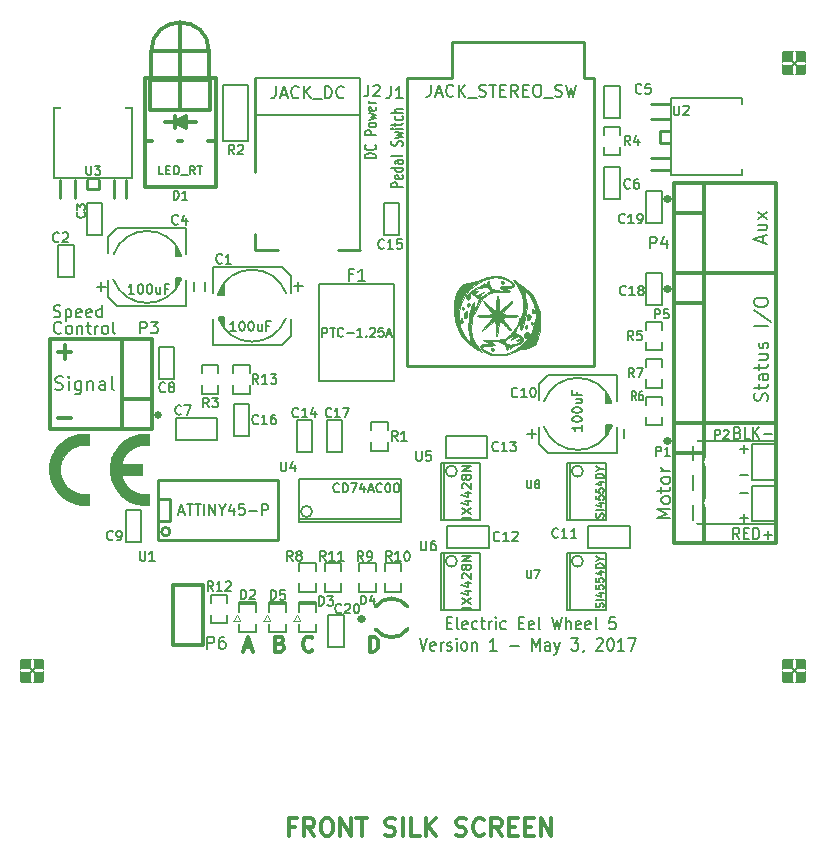
<source format=gto>
G04 #@! TF.FileFunction,Legend,Top*
%FSLAX46Y46*%
G04 Gerber Fmt 4.6, Leading zero omitted, Abs format (unit mm)*
G04 Created by KiCad (PCBNEW 4.0.5) date 05/04/17 09:06:42*
%MOMM*%
%LPD*%
G01*
G04 APERTURE LIST*
%ADD10C,0.150000*%
%ADD11C,0.254000*%
%ADD12C,0.300000*%
%ADD13C,0.508000*%
%ADD14C,0.203200*%
%ADD15C,0.127000*%
%ADD16C,0.165100*%
%ADD17C,0.152400*%
%ADD18C,0.157480*%
%ADD19C,0.149860*%
%ADD20C,0.304800*%
%ADD21C,0.066000*%
%ADD22C,0.198100*%
%ADD23C,0.635000*%
%ADD24C,0.317500*%
%ADD25C,0.002540*%
%ADD26C,0.010000*%
%ADD27C,0.101600*%
%ADD28C,0.190500*%
%ADD29O,1.651000X0.635000*%
%ADD30R,0.635000X1.270000*%
%ADD31R,1.143000X0.635000*%
%ADD32R,1.397000X1.397000*%
%ADD33C,1.397000*%
%ADD34O,3.048000X1.574800*%
%ADD35O,3.048000X1.600200*%
%ADD36R,5.613400X2.311400*%
%ADD37C,4.826000*%
%ADD38C,5.080000*%
%ADD39C,2.514600*%
%ADD40C,2.006600*%
%ADD41C,2.997200*%
%ADD42C,7.620000*%
%ADD43R,3.599200X1.600200*%
%ADD44R,1.000800X0.899200*%
%ADD45R,1.597700X0.998200*%
%ADD46R,6.197600X5.397500*%
%ADD47R,1.300480X1.498600*%
%ADD48R,0.998200X1.597700*%
%ADD49R,5.397500X6.197600*%
%ADD50R,1.803400X1.600200*%
G04 APERTURE END LIST*
D10*
D11*
X127254000Y-31750000D02*
X127889000Y-31750000D01*
X62484000Y-82931000D02*
X62484000Y-82296000D01*
X62484000Y-83439000D02*
X62484000Y-84074000D01*
X62230000Y-83185000D02*
X61595000Y-83185000D01*
X62738000Y-83185000D02*
X63373000Y-83185000D01*
X127000000Y-83439000D02*
X127000000Y-84074000D01*
X126746000Y-83185000D02*
X126111000Y-83185000D01*
X127000000Y-82931000D02*
X127000000Y-82296000D01*
X127254000Y-83185000D02*
X127889000Y-83185000D01*
X127000000Y-32004000D02*
X127000000Y-32639000D01*
X126746000Y-31750000D02*
X126111000Y-31750000D01*
X127254000Y-31750000D02*
X127889000Y-31750000D01*
X127000000Y-31496000D02*
X127000000Y-30861000D01*
D12*
X84769857Y-96412857D02*
X84269857Y-96412857D01*
X84269857Y-97198571D02*
X84269857Y-95698571D01*
X84984143Y-95698571D01*
X86412714Y-97198571D02*
X85912714Y-96484286D01*
X85555571Y-97198571D02*
X85555571Y-95698571D01*
X86126999Y-95698571D01*
X86269857Y-95770000D01*
X86341285Y-95841429D01*
X86412714Y-95984286D01*
X86412714Y-96198571D01*
X86341285Y-96341429D01*
X86269857Y-96412857D01*
X86126999Y-96484286D01*
X85555571Y-96484286D01*
X87341285Y-95698571D02*
X87626999Y-95698571D01*
X87769857Y-95770000D01*
X87912714Y-95912857D01*
X87984142Y-96198571D01*
X87984142Y-96698571D01*
X87912714Y-96984286D01*
X87769857Y-97127143D01*
X87626999Y-97198571D01*
X87341285Y-97198571D01*
X87198428Y-97127143D01*
X87055571Y-96984286D01*
X86984142Y-96698571D01*
X86984142Y-96198571D01*
X87055571Y-95912857D01*
X87198428Y-95770000D01*
X87341285Y-95698571D01*
X88627000Y-97198571D02*
X88627000Y-95698571D01*
X89484143Y-97198571D01*
X89484143Y-95698571D01*
X89984143Y-95698571D02*
X90841286Y-95698571D01*
X90412715Y-97198571D02*
X90412715Y-95698571D01*
X92412714Y-97127143D02*
X92627000Y-97198571D01*
X92984143Y-97198571D01*
X93127000Y-97127143D01*
X93198429Y-97055714D01*
X93269857Y-96912857D01*
X93269857Y-96770000D01*
X93198429Y-96627143D01*
X93127000Y-96555714D01*
X92984143Y-96484286D01*
X92698429Y-96412857D01*
X92555571Y-96341429D01*
X92484143Y-96270000D01*
X92412714Y-96127143D01*
X92412714Y-95984286D01*
X92484143Y-95841429D01*
X92555571Y-95770000D01*
X92698429Y-95698571D01*
X93055571Y-95698571D01*
X93269857Y-95770000D01*
X93912714Y-97198571D02*
X93912714Y-95698571D01*
X95341286Y-97198571D02*
X94627000Y-97198571D01*
X94627000Y-95698571D01*
X95841286Y-97198571D02*
X95841286Y-95698571D01*
X96698429Y-97198571D02*
X96055572Y-96341429D01*
X96698429Y-95698571D02*
X95841286Y-96555714D01*
X98412714Y-97127143D02*
X98627000Y-97198571D01*
X98984143Y-97198571D01*
X99127000Y-97127143D01*
X99198429Y-97055714D01*
X99269857Y-96912857D01*
X99269857Y-96770000D01*
X99198429Y-96627143D01*
X99127000Y-96555714D01*
X98984143Y-96484286D01*
X98698429Y-96412857D01*
X98555571Y-96341429D01*
X98484143Y-96270000D01*
X98412714Y-96127143D01*
X98412714Y-95984286D01*
X98484143Y-95841429D01*
X98555571Y-95770000D01*
X98698429Y-95698571D01*
X99055571Y-95698571D01*
X99269857Y-95770000D01*
X100769857Y-97055714D02*
X100698428Y-97127143D01*
X100484142Y-97198571D01*
X100341285Y-97198571D01*
X100127000Y-97127143D01*
X99984142Y-96984286D01*
X99912714Y-96841429D01*
X99841285Y-96555714D01*
X99841285Y-96341429D01*
X99912714Y-96055714D01*
X99984142Y-95912857D01*
X100127000Y-95770000D01*
X100341285Y-95698571D01*
X100484142Y-95698571D01*
X100698428Y-95770000D01*
X100769857Y-95841429D01*
X102269857Y-97198571D02*
X101769857Y-96484286D01*
X101412714Y-97198571D02*
X101412714Y-95698571D01*
X101984142Y-95698571D01*
X102127000Y-95770000D01*
X102198428Y-95841429D01*
X102269857Y-95984286D01*
X102269857Y-96198571D01*
X102198428Y-96341429D01*
X102127000Y-96412857D01*
X101984142Y-96484286D01*
X101412714Y-96484286D01*
X102912714Y-96412857D02*
X103412714Y-96412857D01*
X103627000Y-97198571D02*
X102912714Y-97198571D01*
X102912714Y-95698571D01*
X103627000Y-95698571D01*
X104269857Y-96412857D02*
X104769857Y-96412857D01*
X104984143Y-97198571D02*
X104269857Y-97198571D01*
X104269857Y-95698571D01*
X104984143Y-95698571D01*
X105627000Y-97198571D02*
X105627000Y-95698571D01*
X106484143Y-97198571D01*
X106484143Y-95698571D01*
D13*
X90398601Y-78729114D02*
X90495362Y-78825876D01*
X90398601Y-78922638D01*
X90301839Y-78825876D01*
X90398601Y-78729114D01*
X90398601Y-78922638D01*
X73202801Y-61457114D02*
X73299562Y-61553876D01*
X73202801Y-61650638D01*
X73106039Y-61553876D01*
X73202801Y-61457114D01*
X73202801Y-61650638D01*
X116306601Y-43194514D02*
X116403362Y-43291276D01*
X116306601Y-43388038D01*
X116209839Y-43291276D01*
X116306601Y-43194514D01*
X116306601Y-43388038D01*
X116306601Y-50789114D02*
X116403362Y-50885876D01*
X116306601Y-50982638D01*
X116209839Y-50885876D01*
X116306601Y-50789114D01*
X116306601Y-50982638D01*
X116306601Y-63666914D02*
X116403362Y-63763676D01*
X116306601Y-63860438D01*
X116209839Y-63763676D01*
X116306601Y-63666914D01*
X116306601Y-63860438D01*
D12*
X91107381Y-81600524D02*
X91107381Y-80330524D01*
X91409762Y-80330524D01*
X91591190Y-80391000D01*
X91712143Y-80511952D01*
X91772619Y-80632905D01*
X91833095Y-80874810D01*
X91833095Y-81056238D01*
X91772619Y-81298143D01*
X91712143Y-81419095D01*
X91591190Y-81540048D01*
X91409762Y-81600524D01*
X91107381Y-81600524D01*
X86245095Y-81479571D02*
X86184619Y-81540048D01*
X86003190Y-81600524D01*
X85882238Y-81600524D01*
X85700810Y-81540048D01*
X85579857Y-81419095D01*
X85519381Y-81298143D01*
X85458905Y-81056238D01*
X85458905Y-80874810D01*
X85519381Y-80632905D01*
X85579857Y-80511952D01*
X85700810Y-80391000D01*
X85882238Y-80330524D01*
X86003190Y-80330524D01*
X86184619Y-80391000D01*
X86245095Y-80451476D01*
X83529714Y-80935286D02*
X83711143Y-80995762D01*
X83771619Y-81056238D01*
X83832095Y-81177190D01*
X83832095Y-81358619D01*
X83771619Y-81479571D01*
X83711143Y-81540048D01*
X83590190Y-81600524D01*
X83106381Y-81600524D01*
X83106381Y-80330524D01*
X83529714Y-80330524D01*
X83650667Y-80391000D01*
X83711143Y-80451476D01*
X83771619Y-80572429D01*
X83771619Y-80693381D01*
X83711143Y-80814333D01*
X83650667Y-80874810D01*
X83529714Y-80935286D01*
X83106381Y-80935286D01*
X80469620Y-81237667D02*
X81074382Y-81237667D01*
X80348667Y-81600524D02*
X80772001Y-80330524D01*
X81195334Y-81600524D01*
D14*
X97647620Y-79159100D02*
X97964287Y-79159100D01*
X98100001Y-79717900D02*
X97647620Y-79717900D01*
X97647620Y-78651100D01*
X98100001Y-78651100D01*
X98642859Y-79717900D02*
X98552383Y-79667100D01*
X98507144Y-79565500D01*
X98507144Y-78651100D01*
X99366668Y-79667100D02*
X99276192Y-79717900D01*
X99095240Y-79717900D01*
X99004763Y-79667100D01*
X98959525Y-79565500D01*
X98959525Y-79159100D01*
X99004763Y-79057500D01*
X99095240Y-79006700D01*
X99276192Y-79006700D01*
X99366668Y-79057500D01*
X99411906Y-79159100D01*
X99411906Y-79260700D01*
X98959525Y-79362300D01*
X100226192Y-79667100D02*
X100135716Y-79717900D01*
X99954764Y-79717900D01*
X99864288Y-79667100D01*
X99819049Y-79616300D01*
X99773811Y-79514700D01*
X99773811Y-79209900D01*
X99819049Y-79108300D01*
X99864288Y-79057500D01*
X99954764Y-79006700D01*
X100135716Y-79006700D01*
X100226192Y-79057500D01*
X100497621Y-79006700D02*
X100859526Y-79006700D01*
X100633335Y-78651100D02*
X100633335Y-79565500D01*
X100678574Y-79667100D01*
X100769050Y-79717900D01*
X100859526Y-79717900D01*
X101176192Y-79717900D02*
X101176192Y-79006700D01*
X101176192Y-79209900D02*
X101221431Y-79108300D01*
X101266669Y-79057500D01*
X101357145Y-79006700D01*
X101447621Y-79006700D01*
X101764287Y-79717900D02*
X101764287Y-79006700D01*
X101764287Y-78651100D02*
X101719049Y-78701900D01*
X101764287Y-78752700D01*
X101809526Y-78701900D01*
X101764287Y-78651100D01*
X101764287Y-78752700D01*
X102623811Y-79667100D02*
X102533335Y-79717900D01*
X102352383Y-79717900D01*
X102261907Y-79667100D01*
X102216668Y-79616300D01*
X102171430Y-79514700D01*
X102171430Y-79209900D01*
X102216668Y-79108300D01*
X102261907Y-79057500D01*
X102352383Y-79006700D01*
X102533335Y-79006700D01*
X102623811Y-79057500D01*
X103754764Y-79159100D02*
X104071431Y-79159100D01*
X104207145Y-79717900D02*
X103754764Y-79717900D01*
X103754764Y-78651100D01*
X104207145Y-78651100D01*
X104976193Y-79667100D02*
X104885717Y-79717900D01*
X104704765Y-79717900D01*
X104614288Y-79667100D01*
X104569050Y-79565500D01*
X104569050Y-79159100D01*
X104614288Y-79057500D01*
X104704765Y-79006700D01*
X104885717Y-79006700D01*
X104976193Y-79057500D01*
X105021431Y-79159100D01*
X105021431Y-79260700D01*
X104569050Y-79362300D01*
X105564289Y-79717900D02*
X105473813Y-79667100D01*
X105428574Y-79565500D01*
X105428574Y-78651100D01*
X106559527Y-78651100D02*
X106785718Y-79717900D01*
X106966670Y-78955900D01*
X107147623Y-79717900D01*
X107373813Y-78651100D01*
X107735717Y-79717900D02*
X107735717Y-78651100D01*
X108142860Y-79717900D02*
X108142860Y-79159100D01*
X108097622Y-79057500D01*
X108007146Y-79006700D01*
X107871432Y-79006700D01*
X107780956Y-79057500D01*
X107735717Y-79108300D01*
X108957146Y-79667100D02*
X108866670Y-79717900D01*
X108685718Y-79717900D01*
X108595241Y-79667100D01*
X108550003Y-79565500D01*
X108550003Y-79159100D01*
X108595241Y-79057500D01*
X108685718Y-79006700D01*
X108866670Y-79006700D01*
X108957146Y-79057500D01*
X109002384Y-79159100D01*
X109002384Y-79260700D01*
X108550003Y-79362300D01*
X109771432Y-79667100D02*
X109680956Y-79717900D01*
X109500004Y-79717900D01*
X109409527Y-79667100D01*
X109364289Y-79565500D01*
X109364289Y-79159100D01*
X109409527Y-79057500D01*
X109500004Y-79006700D01*
X109680956Y-79006700D01*
X109771432Y-79057500D01*
X109816670Y-79159100D01*
X109816670Y-79260700D01*
X109364289Y-79362300D01*
X110359528Y-79717900D02*
X110269052Y-79667100D01*
X110223813Y-79565500D01*
X110223813Y-78651100D01*
X111897623Y-78651100D02*
X111445242Y-78651100D01*
X111400004Y-79159100D01*
X111445242Y-79108300D01*
X111535719Y-79057500D01*
X111761909Y-79057500D01*
X111852385Y-79108300D01*
X111897623Y-79159100D01*
X111942862Y-79260700D01*
X111942862Y-79514700D01*
X111897623Y-79616300D01*
X111852385Y-79667100D01*
X111761909Y-79717900D01*
X111535719Y-79717900D01*
X111445242Y-79667100D01*
X111400004Y-79616300D01*
X95340476Y-80454500D02*
X95657143Y-81521300D01*
X95973810Y-80454500D01*
X96652381Y-81470500D02*
X96561905Y-81521300D01*
X96380953Y-81521300D01*
X96290476Y-81470500D01*
X96245238Y-81368900D01*
X96245238Y-80962500D01*
X96290476Y-80860900D01*
X96380953Y-80810100D01*
X96561905Y-80810100D01*
X96652381Y-80860900D01*
X96697619Y-80962500D01*
X96697619Y-81064100D01*
X96245238Y-81165700D01*
X97104762Y-81521300D02*
X97104762Y-80810100D01*
X97104762Y-81013300D02*
X97150001Y-80911700D01*
X97195239Y-80860900D01*
X97285715Y-80810100D01*
X97376191Y-80810100D01*
X97647619Y-81470500D02*
X97738096Y-81521300D01*
X97919048Y-81521300D01*
X98009524Y-81470500D01*
X98054762Y-81368900D01*
X98054762Y-81318100D01*
X98009524Y-81216500D01*
X97919048Y-81165700D01*
X97783334Y-81165700D01*
X97692857Y-81114900D01*
X97647619Y-81013300D01*
X97647619Y-80962500D01*
X97692857Y-80860900D01*
X97783334Y-80810100D01*
X97919048Y-80810100D01*
X98009524Y-80860900D01*
X98461905Y-81521300D02*
X98461905Y-80810100D01*
X98461905Y-80454500D02*
X98416667Y-80505300D01*
X98461905Y-80556100D01*
X98507144Y-80505300D01*
X98461905Y-80454500D01*
X98461905Y-80556100D01*
X99050001Y-81521300D02*
X98959525Y-81470500D01*
X98914286Y-81419700D01*
X98869048Y-81318100D01*
X98869048Y-81013300D01*
X98914286Y-80911700D01*
X98959525Y-80860900D01*
X99050001Y-80810100D01*
X99185715Y-80810100D01*
X99276191Y-80860900D01*
X99321429Y-80911700D01*
X99366667Y-81013300D01*
X99366667Y-81318100D01*
X99321429Y-81419700D01*
X99276191Y-81470500D01*
X99185715Y-81521300D01*
X99050001Y-81521300D01*
X99773810Y-80810100D02*
X99773810Y-81521300D01*
X99773810Y-80911700D02*
X99819049Y-80860900D01*
X99909525Y-80810100D01*
X100045239Y-80810100D01*
X100135715Y-80860900D01*
X100180953Y-80962500D01*
X100180953Y-81521300D01*
X101854764Y-81521300D02*
X101311906Y-81521300D01*
X101583335Y-81521300D02*
X101583335Y-80454500D01*
X101492859Y-80606900D01*
X101402383Y-80708500D01*
X101311906Y-80759300D01*
X102985716Y-81114900D02*
X103709526Y-81114900D01*
X104885716Y-81521300D02*
X104885716Y-80454500D01*
X105202383Y-81216500D01*
X105519050Y-80454500D01*
X105519050Y-81521300D01*
X106378573Y-81521300D02*
X106378573Y-80962500D01*
X106333335Y-80860900D01*
X106242859Y-80810100D01*
X106061907Y-80810100D01*
X105971430Y-80860900D01*
X106378573Y-81470500D02*
X106288097Y-81521300D01*
X106061907Y-81521300D01*
X105971430Y-81470500D01*
X105926192Y-81368900D01*
X105926192Y-81267300D01*
X105971430Y-81165700D01*
X106061907Y-81114900D01*
X106288097Y-81114900D01*
X106378573Y-81064100D01*
X106740478Y-80810100D02*
X106966669Y-81521300D01*
X107192859Y-80810100D02*
X106966669Y-81521300D01*
X106876193Y-81775300D01*
X106830954Y-81826100D01*
X106740478Y-81876900D01*
X108188098Y-80454500D02*
X108776194Y-80454500D01*
X108459527Y-80860900D01*
X108595241Y-80860900D01*
X108685717Y-80911700D01*
X108730955Y-80962500D01*
X108776194Y-81064100D01*
X108776194Y-81318100D01*
X108730955Y-81419700D01*
X108685717Y-81470500D01*
X108595241Y-81521300D01*
X108323813Y-81521300D01*
X108233336Y-81470500D01*
X108188098Y-81419700D01*
X109228575Y-81470500D02*
X109228575Y-81521300D01*
X109183336Y-81622900D01*
X109138098Y-81673700D01*
X110314289Y-80556100D02*
X110359527Y-80505300D01*
X110450004Y-80454500D01*
X110676194Y-80454500D01*
X110766670Y-80505300D01*
X110811908Y-80556100D01*
X110857147Y-80657700D01*
X110857147Y-80759300D01*
X110811908Y-80911700D01*
X110269051Y-81521300D01*
X110857147Y-81521300D01*
X111445242Y-80454500D02*
X111535718Y-80454500D01*
X111626194Y-80505300D01*
X111671432Y-80556100D01*
X111716670Y-80657700D01*
X111761909Y-80860900D01*
X111761909Y-81114900D01*
X111716670Y-81318100D01*
X111671432Y-81419700D01*
X111626194Y-81470500D01*
X111535718Y-81521300D01*
X111445242Y-81521300D01*
X111354766Y-81470500D01*
X111309528Y-81419700D01*
X111264289Y-81318100D01*
X111219051Y-81114900D01*
X111219051Y-80860900D01*
X111264289Y-80657700D01*
X111309528Y-80556100D01*
X111354766Y-80505300D01*
X111445242Y-80454500D01*
X112666671Y-81521300D02*
X112123813Y-81521300D01*
X112395242Y-81521300D02*
X112395242Y-80454500D01*
X112304766Y-80606900D01*
X112214290Y-80708500D01*
X112123813Y-80759300D01*
X112983337Y-80454500D02*
X113616671Y-80454500D01*
X113209528Y-81521300D01*
D15*
X122470334Y-64452500D02*
X123147667Y-64452500D01*
X122809000Y-64791167D02*
X122809000Y-64113833D01*
X122470334Y-70294500D02*
X123147667Y-70294500D01*
X122809000Y-70633167D02*
X122809000Y-69955833D01*
X122470334Y-68135500D02*
X123147667Y-68135500D01*
X122470334Y-66611500D02*
X123147667Y-66611500D01*
D16*
X64479714Y-59390643D02*
X64643000Y-59445071D01*
X64915143Y-59445071D01*
X65024000Y-59390643D01*
X65078429Y-59336214D01*
X65132857Y-59227357D01*
X65132857Y-59118500D01*
X65078429Y-59009643D01*
X65024000Y-58955214D01*
X64915143Y-58900786D01*
X64697429Y-58846357D01*
X64588571Y-58791929D01*
X64534143Y-58737500D01*
X64479714Y-58628643D01*
X64479714Y-58519786D01*
X64534143Y-58410929D01*
X64588571Y-58356500D01*
X64697429Y-58302071D01*
X64969571Y-58302071D01*
X65132857Y-58356500D01*
X65622714Y-59445071D02*
X65622714Y-58683071D01*
X65622714Y-58302071D02*
X65568285Y-58356500D01*
X65622714Y-58410929D01*
X65677142Y-58356500D01*
X65622714Y-58302071D01*
X65622714Y-58410929D01*
X66656857Y-58683071D02*
X66656857Y-59608357D01*
X66602428Y-59717214D01*
X66548000Y-59771643D01*
X66439143Y-59826071D01*
X66275857Y-59826071D01*
X66167000Y-59771643D01*
X66656857Y-59390643D02*
X66548000Y-59445071D01*
X66330286Y-59445071D01*
X66221428Y-59390643D01*
X66167000Y-59336214D01*
X66112571Y-59227357D01*
X66112571Y-58900786D01*
X66167000Y-58791929D01*
X66221428Y-58737500D01*
X66330286Y-58683071D01*
X66548000Y-58683071D01*
X66656857Y-58737500D01*
X67201143Y-58683071D02*
X67201143Y-59445071D01*
X67201143Y-58791929D02*
X67255571Y-58737500D01*
X67364429Y-58683071D01*
X67527714Y-58683071D01*
X67636571Y-58737500D01*
X67691000Y-58846357D01*
X67691000Y-59445071D01*
X68725143Y-59445071D02*
X68725143Y-58846357D01*
X68670714Y-58737500D01*
X68561857Y-58683071D01*
X68344143Y-58683071D01*
X68235286Y-58737500D01*
X68725143Y-59390643D02*
X68616286Y-59445071D01*
X68344143Y-59445071D01*
X68235286Y-59390643D01*
X68180857Y-59281786D01*
X68180857Y-59172929D01*
X68235286Y-59064071D01*
X68344143Y-59009643D01*
X68616286Y-59009643D01*
X68725143Y-58955214D01*
X69432715Y-59445071D02*
X69323857Y-59390643D01*
X69269429Y-59281786D01*
X69269429Y-58302071D01*
D12*
X64706572Y-61829143D02*
X65849429Y-61829143D01*
X64706572Y-56241143D02*
X65849429Y-56241143D01*
X65278000Y-56812571D02*
X65278000Y-55669714D01*
D17*
X93908638Y-42265601D02*
X92943438Y-42265601D01*
X92943438Y-41994667D01*
X92989400Y-41926934D01*
X93035362Y-41893067D01*
X93127286Y-41859201D01*
X93265171Y-41859201D01*
X93357095Y-41893067D01*
X93403057Y-41926934D01*
X93449019Y-41994667D01*
X93449019Y-42265601D01*
X93862676Y-41283467D02*
X93908638Y-41351201D01*
X93908638Y-41486667D01*
X93862676Y-41554401D01*
X93770752Y-41588267D01*
X93403057Y-41588267D01*
X93311133Y-41554401D01*
X93265171Y-41486667D01*
X93265171Y-41351201D01*
X93311133Y-41283467D01*
X93403057Y-41249601D01*
X93494981Y-41249601D01*
X93586905Y-41588267D01*
X93908638Y-40640001D02*
X92943438Y-40640001D01*
X93862676Y-40640001D02*
X93908638Y-40707734D01*
X93908638Y-40843201D01*
X93862676Y-40910934D01*
X93816714Y-40944801D01*
X93724790Y-40978667D01*
X93449019Y-40978667D01*
X93357095Y-40944801D01*
X93311133Y-40910934D01*
X93265171Y-40843201D01*
X93265171Y-40707734D01*
X93311133Y-40640001D01*
X93908638Y-39996534D02*
X93403057Y-39996534D01*
X93311133Y-40030400D01*
X93265171Y-40098134D01*
X93265171Y-40233600D01*
X93311133Y-40301334D01*
X93862676Y-39996534D02*
X93908638Y-40064267D01*
X93908638Y-40233600D01*
X93862676Y-40301334D01*
X93770752Y-40335200D01*
X93678829Y-40335200D01*
X93586905Y-40301334D01*
X93540943Y-40233600D01*
X93540943Y-40064267D01*
X93494981Y-39996534D01*
X93908638Y-39556267D02*
X93862676Y-39624000D01*
X93770752Y-39657867D01*
X92943438Y-39657867D01*
X93862676Y-38777333D02*
X93908638Y-38675733D01*
X93908638Y-38506400D01*
X93862676Y-38438667D01*
X93816714Y-38404800D01*
X93724790Y-38370933D01*
X93632867Y-38370933D01*
X93540943Y-38404800D01*
X93494981Y-38438667D01*
X93449019Y-38506400D01*
X93403057Y-38641867D01*
X93357095Y-38709600D01*
X93311133Y-38743467D01*
X93219210Y-38777333D01*
X93127286Y-38777333D01*
X93035362Y-38743467D01*
X92989400Y-38709600D01*
X92943438Y-38641867D01*
X92943438Y-38472533D01*
X92989400Y-38370933D01*
X93265171Y-38133867D02*
X93908638Y-37998400D01*
X93449019Y-37862934D01*
X93908638Y-37727467D01*
X93265171Y-37592000D01*
X93908638Y-37321067D02*
X93265171Y-37321067D01*
X92943438Y-37321067D02*
X92989400Y-37354933D01*
X93035362Y-37321067D01*
X92989400Y-37287200D01*
X92943438Y-37321067D01*
X93035362Y-37321067D01*
X93265171Y-37084000D02*
X93265171Y-36813066D01*
X92943438Y-36982400D02*
X93770752Y-36982400D01*
X93862676Y-36948533D01*
X93908638Y-36880800D01*
X93908638Y-36813066D01*
X93862676Y-36271200D02*
X93908638Y-36338933D01*
X93908638Y-36474400D01*
X93862676Y-36542133D01*
X93816714Y-36576000D01*
X93724790Y-36609866D01*
X93449019Y-36609866D01*
X93357095Y-36576000D01*
X93311133Y-36542133D01*
X93265171Y-36474400D01*
X93265171Y-36338933D01*
X93311133Y-36271200D01*
X93908638Y-35966400D02*
X92943438Y-35966400D01*
X93908638Y-35661600D02*
X93403057Y-35661600D01*
X93311133Y-35695466D01*
X93265171Y-35763200D01*
X93265171Y-35864800D01*
X93311133Y-35932533D01*
X93357095Y-35966400D01*
X91648038Y-39827201D02*
X90682838Y-39827201D01*
X90682838Y-39657867D01*
X90728800Y-39556267D01*
X90820724Y-39488534D01*
X90912648Y-39454667D01*
X91096495Y-39420801D01*
X91234381Y-39420801D01*
X91418229Y-39454667D01*
X91510152Y-39488534D01*
X91602076Y-39556267D01*
X91648038Y-39657867D01*
X91648038Y-39827201D01*
X91556114Y-38709601D02*
X91602076Y-38743467D01*
X91648038Y-38845067D01*
X91648038Y-38912801D01*
X91602076Y-39014401D01*
X91510152Y-39082134D01*
X91418229Y-39116001D01*
X91234381Y-39149867D01*
X91096495Y-39149867D01*
X90912648Y-39116001D01*
X90820724Y-39082134D01*
X90728800Y-39014401D01*
X90682838Y-38912801D01*
X90682838Y-38845067D01*
X90728800Y-38743467D01*
X90774762Y-38709601D01*
X91648038Y-37862934D02*
X90682838Y-37862934D01*
X90682838Y-37592000D01*
X90728800Y-37524267D01*
X90774762Y-37490400D01*
X90866686Y-37456534D01*
X91004571Y-37456534D01*
X91096495Y-37490400D01*
X91142457Y-37524267D01*
X91188419Y-37592000D01*
X91188419Y-37862934D01*
X91648038Y-37050134D02*
X91602076Y-37117867D01*
X91556114Y-37151734D01*
X91464190Y-37185600D01*
X91188419Y-37185600D01*
X91096495Y-37151734D01*
X91050533Y-37117867D01*
X91004571Y-37050134D01*
X91004571Y-36948534D01*
X91050533Y-36880800D01*
X91096495Y-36846934D01*
X91188419Y-36813067D01*
X91464190Y-36813067D01*
X91556114Y-36846934D01*
X91602076Y-36880800D01*
X91648038Y-36948534D01*
X91648038Y-37050134D01*
X91004571Y-36576000D02*
X91648038Y-36440533D01*
X91188419Y-36305067D01*
X91648038Y-36169600D01*
X91004571Y-36034133D01*
X91602076Y-35492266D02*
X91648038Y-35560000D01*
X91648038Y-35695466D01*
X91602076Y-35763200D01*
X91510152Y-35797066D01*
X91142457Y-35797066D01*
X91050533Y-35763200D01*
X91004571Y-35695466D01*
X91004571Y-35560000D01*
X91050533Y-35492266D01*
X91142457Y-35458400D01*
X91234381Y-35458400D01*
X91326305Y-35797066D01*
X91648038Y-35153600D02*
X91004571Y-35153600D01*
X91188419Y-35153600D02*
X91096495Y-35119733D01*
X91050533Y-35085866D01*
X91004571Y-35018133D01*
X91004571Y-34950400D01*
X64993763Y-54591857D02*
X64945382Y-54640238D01*
X64800239Y-54688619D01*
X64703477Y-54688619D01*
X64558335Y-54640238D01*
X64461573Y-54543476D01*
X64413192Y-54446714D01*
X64364811Y-54253190D01*
X64364811Y-54108048D01*
X64413192Y-53914524D01*
X64461573Y-53817762D01*
X64558335Y-53721000D01*
X64703477Y-53672619D01*
X64800239Y-53672619D01*
X64945382Y-53721000D01*
X64993763Y-53769381D01*
X65574335Y-54688619D02*
X65477573Y-54640238D01*
X65429192Y-54591857D01*
X65380811Y-54495095D01*
X65380811Y-54204810D01*
X65429192Y-54108048D01*
X65477573Y-54059667D01*
X65574335Y-54011286D01*
X65719477Y-54011286D01*
X65816239Y-54059667D01*
X65864620Y-54108048D01*
X65913001Y-54204810D01*
X65913001Y-54495095D01*
X65864620Y-54591857D01*
X65816239Y-54640238D01*
X65719477Y-54688619D01*
X65574335Y-54688619D01*
X66348430Y-54011286D02*
X66348430Y-54688619D01*
X66348430Y-54108048D02*
X66396811Y-54059667D01*
X66493573Y-54011286D01*
X66638715Y-54011286D01*
X66735477Y-54059667D01*
X66783858Y-54156429D01*
X66783858Y-54688619D01*
X67122525Y-54011286D02*
X67509573Y-54011286D01*
X67267668Y-53672619D02*
X67267668Y-54543476D01*
X67316049Y-54640238D01*
X67412811Y-54688619D01*
X67509573Y-54688619D01*
X67848239Y-54688619D02*
X67848239Y-54011286D01*
X67848239Y-54204810D02*
X67896620Y-54108048D01*
X67945001Y-54059667D01*
X68041763Y-54011286D01*
X68138524Y-54011286D01*
X68622334Y-54688619D02*
X68525572Y-54640238D01*
X68477191Y-54591857D01*
X68428810Y-54495095D01*
X68428810Y-54204810D01*
X68477191Y-54108048D01*
X68525572Y-54059667D01*
X68622334Y-54011286D01*
X68767476Y-54011286D01*
X68864238Y-54059667D01*
X68912619Y-54108048D01*
X68961000Y-54204810D01*
X68961000Y-54495095D01*
X68912619Y-54591857D01*
X68864238Y-54640238D01*
X68767476Y-54688619D01*
X68622334Y-54688619D01*
X69541572Y-54688619D02*
X69444810Y-54640238D01*
X69396429Y-54543476D01*
X69396429Y-53672619D01*
D18*
X122398367Y-72090038D02*
X122102033Y-71630419D01*
X121890367Y-72090038D02*
X121890367Y-71124838D01*
X122229033Y-71124838D01*
X122313700Y-71170800D01*
X122356033Y-71216762D01*
X122398367Y-71308686D01*
X122398367Y-71446571D01*
X122356033Y-71538495D01*
X122313700Y-71584457D01*
X122229033Y-71630419D01*
X121890367Y-71630419D01*
X122779367Y-71584457D02*
X123075700Y-71584457D01*
X123202700Y-72090038D02*
X122779367Y-72090038D01*
X122779367Y-71124838D01*
X123202700Y-71124838D01*
X123583700Y-72090038D02*
X123583700Y-71124838D01*
X123795366Y-71124838D01*
X123922366Y-71170800D01*
X124007033Y-71262724D01*
X124049366Y-71354648D01*
X124091700Y-71538495D01*
X124091700Y-71676381D01*
X124049366Y-71860229D01*
X124007033Y-71952152D01*
X123922366Y-72044076D01*
X123795366Y-72090038D01*
X123583700Y-72090038D01*
X124472700Y-71722343D02*
X125150033Y-71722343D01*
X124811366Y-72090038D02*
X124811366Y-71354648D01*
X122279833Y-63075457D02*
X122406833Y-63121419D01*
X122449166Y-63167381D01*
X122491500Y-63259305D01*
X122491500Y-63397190D01*
X122449166Y-63489114D01*
X122406833Y-63535076D01*
X122322166Y-63581038D01*
X121983500Y-63581038D01*
X121983500Y-62615838D01*
X122279833Y-62615838D01*
X122364500Y-62661800D01*
X122406833Y-62707762D01*
X122449166Y-62799686D01*
X122449166Y-62891610D01*
X122406833Y-62983533D01*
X122364500Y-63029495D01*
X122279833Y-63075457D01*
X121983500Y-63075457D01*
X123295833Y-63581038D02*
X122872500Y-63581038D01*
X122872500Y-62615838D01*
X123592167Y-63581038D02*
X123592167Y-62615838D01*
X124100167Y-63581038D02*
X123719167Y-63029495D01*
X124100167Y-62615838D02*
X123592167Y-63167381D01*
X124481167Y-63213343D02*
X125158500Y-63213343D01*
D15*
X97383600Y-65659000D02*
X97383600Y-70485000D01*
X100457000Y-65659000D02*
X97155000Y-65659000D01*
X97155000Y-65659000D02*
X97155000Y-70485000D01*
X97155000Y-70485000D02*
X100457000Y-70485000D01*
X100457000Y-70485000D02*
X100457000Y-65659000D01*
X98491067Y-66319400D02*
G75*
G03X98491067Y-66319400I-472467J0D01*
G01*
X97383600Y-73279000D02*
X97383600Y-78105000D01*
X100457000Y-73279000D02*
X97155000Y-73279000D01*
X97155000Y-73279000D02*
X97155000Y-78105000D01*
X97155000Y-78105000D02*
X100457000Y-78105000D01*
X100457000Y-78105000D02*
X100457000Y-73279000D01*
X98491067Y-73939400D02*
G75*
G03X98491067Y-73939400I-472467J0D01*
G01*
X85090000Y-70662800D02*
X93726000Y-70662800D01*
X85090000Y-67005200D02*
X85090000Y-70662800D01*
X85090000Y-70408800D02*
X93726000Y-70408800D01*
X93726000Y-70662800D02*
X93726000Y-67005200D01*
X93726000Y-67005200D02*
X85090000Y-67005200D01*
X86222867Y-69748400D02*
G75*
G03X86222867Y-69748400I-472467J0D01*
G01*
D19*
X91249500Y-63873380D02*
X91249500Y-64579500D01*
X91249500Y-64579500D02*
X92646500Y-64579500D01*
X92646500Y-64579500D02*
X92646500Y-63873380D01*
X91249500Y-62166500D02*
X91249500Y-62872620D01*
X91249500Y-62166500D02*
X92646500Y-62166500D01*
X92646500Y-62166500D02*
X92646500Y-62872620D01*
X76898500Y-59047380D02*
X76898500Y-59753500D01*
X76898500Y-59753500D02*
X78295500Y-59753500D01*
X78295500Y-59753500D02*
X78295500Y-59047380D01*
X76898500Y-57340500D02*
X76898500Y-58046620D01*
X76898500Y-57340500D02*
X78295500Y-57340500D01*
X78295500Y-57340500D02*
X78295500Y-58046620D01*
D20*
X76962000Y-81026000D02*
X74422000Y-81026000D01*
X74422000Y-81026000D02*
X74422000Y-75946000D01*
X74422000Y-75946000D02*
X76962000Y-75946000D01*
X76962000Y-75946000D02*
X76962000Y-81026000D01*
D19*
X125439000Y-67060000D02*
X123439000Y-67060000D01*
X123439000Y-67060000D02*
X123439000Y-64060000D01*
X123439000Y-64060000D02*
X125439000Y-64060000D01*
X125439000Y-70560000D02*
X123439000Y-70560000D01*
X123439000Y-70560000D02*
X123439000Y-67560000D01*
X123439000Y-67560000D02*
X125439000Y-67560000D01*
X118439000Y-70810000D02*
X118439000Y-63810000D01*
X118439000Y-63810000D02*
X125439000Y-63810000D01*
X125439000Y-63810000D02*
X125439000Y-70810000D01*
X125439000Y-70810000D02*
X118439000Y-70810000D01*
D15*
X93167200Y-50520600D02*
X93167200Y-58699400D01*
X93167200Y-58699400D02*
X86817200Y-58699400D01*
X86817200Y-58699400D02*
X86817200Y-50520600D01*
X86817200Y-50520600D02*
X93167200Y-50520600D01*
D11*
X90297000Y-47625000D02*
X88392000Y-47625000D01*
X81407000Y-47625000D02*
X83312000Y-47625000D01*
X81407000Y-46228000D02*
X81407000Y-47625000D01*
X81407000Y-33020000D02*
X81407000Y-41021000D01*
D14*
X90297000Y-36195000D02*
X81407000Y-36195000D01*
X90297000Y-47625000D02*
X90297000Y-33020000D01*
X90297000Y-33020000D02*
X81407000Y-33020000D01*
D11*
X110109000Y-33020000D02*
X110109000Y-57404000D01*
X98044000Y-29972000D02*
X109220000Y-29972000D01*
X109220000Y-29972000D02*
X109220000Y-33020000D01*
X98044000Y-33020000D02*
X98044000Y-29972000D01*
X110109000Y-33020000D02*
X109220000Y-33020000D01*
X94234000Y-33020000D02*
X98044000Y-33020000D01*
X110109000Y-57404000D02*
X94234000Y-57404000D01*
X94234000Y-57404000D02*
X94234000Y-33020000D01*
X74190668Y-71450200D02*
G75*
G03X74190668Y-71450200I-352868J0D01*
G01*
X73152000Y-68681600D02*
X74168000Y-68681600D01*
X74168000Y-68681600D02*
X74168000Y-70510400D01*
X74168000Y-70510400D02*
X73152000Y-70510400D01*
X73152000Y-67056000D02*
X83312000Y-67056000D01*
X83312000Y-67056000D02*
X83312000Y-72136000D01*
X83312000Y-72136000D02*
X73152000Y-72136000D01*
X73152000Y-72136000D02*
X73152000Y-67056000D01*
D19*
X111582200Y-62534800D02*
X111582200Y-62407800D01*
X111556800Y-60528200D02*
X111556800Y-60426600D01*
X111558882Y-60406767D02*
G75*
G03X105867200Y-60401200I-2846882J-1061233D01*
G01*
X105845949Y-62545896D02*
G75*
G03X111582200Y-62534800I2866051J1077896D01*
G01*
X111506000Y-60299600D02*
X111506000Y-60528200D01*
X111379000Y-60045600D02*
X111379000Y-60528200D01*
X111252000Y-59842400D02*
X111252000Y-60528200D01*
X111125000Y-59664600D02*
X111125000Y-60528200D01*
X111125000Y-60528200D02*
X111556800Y-60528200D01*
X111125000Y-62407800D02*
X111582200Y-62407800D01*
X111506000Y-62687200D02*
X111506000Y-62407800D01*
X111379000Y-62941200D02*
X111379000Y-62407800D01*
X111252000Y-63144400D02*
X111252000Y-62407800D01*
X111125000Y-63322200D02*
X111125000Y-62407800D01*
X112014000Y-64770000D02*
X112014000Y-62585600D01*
X112014000Y-58166000D02*
X112014000Y-60350400D01*
X105410000Y-64008000D02*
X105410000Y-62585600D01*
X105410000Y-60325000D02*
X105410000Y-58928000D01*
X112674400Y-63500000D02*
X112674400Y-62738000D01*
X112014000Y-58166000D02*
X106172000Y-58166000D01*
X106172000Y-58166000D02*
X105410000Y-58928000D01*
X105410000Y-64008000D02*
X106172000Y-64770000D01*
X106172000Y-64770000D02*
X112014000Y-64770000D01*
X104444800Y-63144400D02*
X105206800Y-63144400D01*
X104825800Y-63500000D02*
X104825800Y-62738000D01*
X78282800Y-51257200D02*
X78282800Y-51384200D01*
X78308200Y-53263800D02*
X78308200Y-53365400D01*
X78306118Y-53385233D02*
G75*
G03X83997800Y-53390800I2846882J1061233D01*
G01*
X84019051Y-51246104D02*
G75*
G03X78282800Y-51257200I-2866051J-1077896D01*
G01*
X78359000Y-53492400D02*
X78359000Y-53263800D01*
X78486000Y-53746400D02*
X78486000Y-53263800D01*
X78613000Y-53949600D02*
X78613000Y-53263800D01*
X78740000Y-54127400D02*
X78740000Y-53263800D01*
X78740000Y-53263800D02*
X78308200Y-53263800D01*
X78740000Y-51384200D02*
X78282800Y-51384200D01*
X78359000Y-51104800D02*
X78359000Y-51384200D01*
X78486000Y-50850800D02*
X78486000Y-51384200D01*
X78613000Y-50647600D02*
X78613000Y-51384200D01*
X78740000Y-50469800D02*
X78740000Y-51384200D01*
X77851000Y-49022000D02*
X77851000Y-51206400D01*
X77851000Y-55626000D02*
X77851000Y-53441600D01*
X84455000Y-49784000D02*
X84455000Y-51206400D01*
X84455000Y-53467000D02*
X84455000Y-54864000D01*
X77190600Y-50292000D02*
X77190600Y-51054000D01*
X77851000Y-55626000D02*
X83693000Y-55626000D01*
X83693000Y-55626000D02*
X84455000Y-54864000D01*
X84455000Y-49784000D02*
X83693000Y-49022000D01*
X83693000Y-49022000D02*
X77851000Y-49022000D01*
X85420200Y-50647600D02*
X84658200Y-50647600D01*
X85039200Y-50292000D02*
X85039200Y-51054000D01*
X75133200Y-50088800D02*
X75133200Y-49961800D01*
X75107800Y-48082200D02*
X75107800Y-47980600D01*
X75109882Y-47960767D02*
G75*
G03X69418200Y-47955200I-2846882J-1061233D01*
G01*
X69396949Y-50099896D02*
G75*
G03X75133200Y-50088800I2866051J1077896D01*
G01*
X75057000Y-47853600D02*
X75057000Y-48082200D01*
X74930000Y-47599600D02*
X74930000Y-48082200D01*
X74803000Y-47396400D02*
X74803000Y-48082200D01*
X74676000Y-47218600D02*
X74676000Y-48082200D01*
X74676000Y-48082200D02*
X75107800Y-48082200D01*
X74676000Y-49961800D02*
X75133200Y-49961800D01*
X75057000Y-50241200D02*
X75057000Y-49961800D01*
X74930000Y-50495200D02*
X74930000Y-49961800D01*
X74803000Y-50698400D02*
X74803000Y-49961800D01*
X74676000Y-50876200D02*
X74676000Y-49961800D01*
X75565000Y-52324000D02*
X75565000Y-50139600D01*
X75565000Y-45720000D02*
X75565000Y-47904400D01*
X68961000Y-51562000D02*
X68961000Y-50139600D01*
X68961000Y-47879000D02*
X68961000Y-46482000D01*
X76225400Y-51054000D02*
X76225400Y-50292000D01*
X75565000Y-45720000D02*
X69723000Y-45720000D01*
X69723000Y-45720000D02*
X68961000Y-46482000D01*
X68961000Y-51562000D02*
X69723000Y-52324000D01*
X69723000Y-52324000D02*
X75565000Y-52324000D01*
X67995800Y-50698400D02*
X68757800Y-50698400D01*
X68376800Y-51054000D02*
X68376800Y-50292000D01*
X84937600Y-64744600D02*
X86258400Y-64744600D01*
X84937600Y-62001400D02*
X84937600Y-64744600D01*
X86258400Y-64744600D02*
X86258400Y-62001400D01*
X84937600Y-62001400D02*
X86258400Y-62001400D01*
X66065400Y-47142400D02*
X64744600Y-47142400D01*
X66065400Y-49885600D02*
X66065400Y-47142400D01*
X64744600Y-47142400D02*
X64744600Y-49885600D01*
X66065400Y-49885600D02*
X64744600Y-49885600D01*
X73253600Y-58521600D02*
X74574400Y-58521600D01*
X73253600Y-55778400D02*
X73253600Y-58521600D01*
X74574400Y-58521600D02*
X74574400Y-55778400D01*
X73253600Y-55778400D02*
X74574400Y-55778400D01*
X110972600Y-36423600D02*
X112293400Y-36423600D01*
X110972600Y-33680400D02*
X110972600Y-36423600D01*
X112293400Y-36423600D02*
X112293400Y-33680400D01*
X110972600Y-33680400D02*
X112293400Y-33680400D01*
X70459600Y-72364600D02*
X71780400Y-72364600D01*
X70459600Y-69621400D02*
X70459600Y-72364600D01*
X71780400Y-72364600D02*
X71780400Y-69621400D01*
X70459600Y-69621400D02*
X71780400Y-69621400D01*
X112293400Y-40538400D02*
X110972600Y-40538400D01*
X112293400Y-43281600D02*
X112293400Y-40538400D01*
X110972600Y-40538400D02*
X110972600Y-43281600D01*
X112293400Y-43281600D02*
X110972600Y-43281600D01*
X68478400Y-43586400D02*
X67157600Y-43586400D01*
X68478400Y-46329600D02*
X68478400Y-43586400D01*
X67157600Y-43586400D02*
X67157600Y-46329600D01*
X68478400Y-46329600D02*
X67157600Y-46329600D01*
D11*
X116484400Y-36474400D02*
X114960400Y-36474400D01*
X116484400Y-35204400D02*
X114960400Y-35204400D01*
X116484400Y-40792400D02*
X114960400Y-40792400D01*
X116484400Y-39776400D02*
X114960400Y-39776400D01*
X116484400Y-38506400D02*
X115722400Y-38506400D01*
X115722400Y-38506400D02*
X115722400Y-37490400D01*
X115722400Y-37490400D02*
X116484400Y-37490400D01*
D21*
X116509800Y-37566600D02*
X116509800Y-38430200D01*
D14*
X122605800Y-41275000D02*
X116611400Y-41275000D01*
X116611400Y-41275000D02*
X116611400Y-34721800D01*
X116611400Y-34721800D02*
X122605800Y-34721800D01*
X122603300Y-34721800D02*
X122603300Y-41275000D01*
X122707400Y-35433000D02*
X123418600Y-35433000D01*
X123418600Y-35433000D02*
X123875800Y-35890200D01*
X123875800Y-35890200D02*
X123875800Y-40106600D01*
X123875800Y-40106600D02*
X123418600Y-40563800D01*
X123418600Y-40563800D02*
X122707400Y-40563800D01*
X122707400Y-40563800D02*
X122707400Y-35433000D01*
D22*
X122707400Y-35433000D02*
X123418600Y-35433000D01*
X123418600Y-35433000D02*
X123875800Y-35890200D01*
X123875800Y-35890200D02*
X123875800Y-40106600D01*
X123875800Y-40106600D02*
X123418600Y-40563800D01*
X123418600Y-40563800D02*
X122707400Y-40563800D01*
X122707400Y-40563800D02*
X122707400Y-35433000D01*
D20*
X70104000Y-62738000D02*
X64008000Y-62738000D01*
X64008000Y-62738000D02*
X64008000Y-55118000D01*
X70104000Y-55118000D02*
X64008000Y-55118000D01*
X72644000Y-62738000D02*
X70104000Y-62738000D01*
X70104000Y-62738000D02*
X70104000Y-55118000D01*
X70104000Y-55118000D02*
X72644000Y-55118000D01*
X72644000Y-55118000D02*
X72644000Y-62738000D01*
X70104000Y-60198000D02*
X72644000Y-60198000D01*
X119380000Y-72390000D02*
X125476000Y-72390000D01*
X125476000Y-72390000D02*
X125476000Y-62230000D01*
X125476000Y-62230000D02*
X119380000Y-62230000D01*
X119380000Y-62230000D02*
X119380000Y-62230000D01*
X116840000Y-62230000D02*
X119380000Y-62230000D01*
X119380000Y-62230000D02*
X119380000Y-62230000D01*
X119380000Y-62230000D02*
X119380000Y-72390000D01*
X119380000Y-72390000D02*
X116840000Y-72390000D01*
X116840000Y-72390000D02*
X116840000Y-62230000D01*
X116840000Y-64770000D02*
X119380000Y-64770000D01*
X119380000Y-41910000D02*
X125476000Y-41910000D01*
X125476000Y-41910000D02*
X125476000Y-49530000D01*
X119380000Y-49530000D02*
X125476000Y-49530000D01*
X116840000Y-41910000D02*
X119380000Y-41910000D01*
X119380000Y-41910000D02*
X119380000Y-49530000D01*
X119380000Y-49530000D02*
X116840000Y-49530000D01*
X116840000Y-49530000D02*
X116840000Y-41910000D01*
X119380000Y-44450000D02*
X116840000Y-44450000D01*
D19*
X112331500Y-37853620D02*
X112331500Y-37147500D01*
X112331500Y-37147500D02*
X110934500Y-37147500D01*
X110934500Y-37147500D02*
X110934500Y-37853620D01*
X112331500Y-39560500D02*
X112331500Y-38854380D01*
X112331500Y-39560500D02*
X110934500Y-39560500D01*
X110934500Y-39560500D02*
X110934500Y-38854380D01*
D17*
X78206600Y-63652400D02*
X74701400Y-63652400D01*
X74701400Y-63652400D02*
X74701400Y-61823600D01*
X74701400Y-61823600D02*
X78206600Y-61823600D01*
X78206600Y-61823600D02*
X78206600Y-63652400D01*
X113131600Y-72796400D02*
X109626400Y-72796400D01*
X109626400Y-72796400D02*
X109626400Y-70967600D01*
X109626400Y-70967600D02*
X113131600Y-70967600D01*
X113131600Y-70967600D02*
X113131600Y-72796400D01*
X101193600Y-72796400D02*
X97688400Y-72796400D01*
X97688400Y-72796400D02*
X97688400Y-70967600D01*
X97688400Y-70967600D02*
X101193600Y-70967600D01*
X101193600Y-70967600D02*
X101193600Y-72796400D01*
X101066600Y-65176400D02*
X97561400Y-65176400D01*
X97561400Y-65176400D02*
X97561400Y-63347600D01*
X97561400Y-63347600D02*
X101066600Y-63347600D01*
X101066600Y-63347600D02*
X101066600Y-65176400D01*
D19*
X86550500Y-74810620D02*
X86550500Y-74104500D01*
X86550500Y-74104500D02*
X85153500Y-74104500D01*
X85153500Y-74104500D02*
X85153500Y-74810620D01*
X86550500Y-76517500D02*
X86550500Y-75811380D01*
X86550500Y-76517500D02*
X85153500Y-76517500D01*
X85153500Y-76517500D02*
X85153500Y-75811380D01*
X114490500Y-61714380D02*
X114490500Y-62420500D01*
X114490500Y-62420500D02*
X115887500Y-62420500D01*
X115887500Y-62420500D02*
X115887500Y-61714380D01*
X114490500Y-60007500D02*
X114490500Y-60713620D01*
X114490500Y-60007500D02*
X115887500Y-60007500D01*
X115887500Y-60007500D02*
X115887500Y-60713620D01*
X93789500Y-74810620D02*
X93789500Y-74104500D01*
X93789500Y-74104500D02*
X92392500Y-74104500D01*
X92392500Y-74104500D02*
X92392500Y-74810620D01*
X93789500Y-76517500D02*
X93789500Y-75811380D01*
X93789500Y-76517500D02*
X92392500Y-76517500D01*
X92392500Y-76517500D02*
X92392500Y-75811380D01*
X114490500Y-55364380D02*
X114490500Y-56070500D01*
X114490500Y-56070500D02*
X115887500Y-56070500D01*
X115887500Y-56070500D02*
X115887500Y-55364380D01*
X114490500Y-53657500D02*
X114490500Y-54363620D01*
X114490500Y-53657500D02*
X115887500Y-53657500D01*
X115887500Y-53657500D02*
X115887500Y-54363620D01*
X91630500Y-74810620D02*
X91630500Y-74104500D01*
X91630500Y-74104500D02*
X90233500Y-74104500D01*
X90233500Y-74104500D02*
X90233500Y-74810620D01*
X91630500Y-76517500D02*
X91630500Y-75811380D01*
X91630500Y-76517500D02*
X90233500Y-76517500D01*
X90233500Y-76517500D02*
X90233500Y-75811380D01*
X114490500Y-58539380D02*
X114490500Y-59245500D01*
X114490500Y-59245500D02*
X115887500Y-59245500D01*
X115887500Y-59245500D02*
X115887500Y-58539380D01*
X114490500Y-56832500D02*
X114490500Y-57538620D01*
X114490500Y-56832500D02*
X115887500Y-56832500D01*
X115887500Y-56832500D02*
X115887500Y-57538620D01*
D10*
X85153500Y-77406500D02*
X86550500Y-77406500D01*
D19*
X85153500Y-79240380D02*
X85153500Y-79946500D01*
X85153500Y-79946500D02*
X86550500Y-79946500D01*
X86550500Y-79946500D02*
X86550500Y-79240380D01*
X85153500Y-77406500D02*
X85153500Y-78239620D01*
X85153500Y-77533500D02*
X86550500Y-77533500D01*
X86550500Y-77406500D02*
X86550500Y-78239620D01*
D10*
X80073500Y-77406500D02*
X81470500Y-77406500D01*
D19*
X80073500Y-79240380D02*
X80073500Y-79946500D01*
X80073500Y-79946500D02*
X81470500Y-79946500D01*
X81470500Y-79946500D02*
X81470500Y-79240380D01*
X80073500Y-77406500D02*
X80073500Y-78239620D01*
X80073500Y-77533500D02*
X81470500Y-77533500D01*
X81470500Y-77406500D02*
X81470500Y-78239620D01*
D10*
X82613500Y-77406500D02*
X84010500Y-77406500D01*
D19*
X82613500Y-79240380D02*
X82613500Y-79946500D01*
X82613500Y-79946500D02*
X84010500Y-79946500D01*
X84010500Y-79946500D02*
X84010500Y-79240380D01*
X82613500Y-77406500D02*
X82613500Y-78239620D01*
X82613500Y-77533500D02*
X84010500Y-77533500D01*
X84010500Y-77406500D02*
X84010500Y-78239620D01*
D20*
X94299265Y-77784728D02*
G75*
G03X91617800Y-77800200I-1335265J-955272D01*
G01*
X91621522Y-79710371D02*
G75*
G03X94310200Y-79705200I1342478J970371D01*
G01*
X90580522Y-78740000D02*
G75*
G03X90580522Y-78740000I-80322J0D01*
G01*
D19*
X87477600Y-64744600D02*
X88798400Y-64744600D01*
X87477600Y-62001400D02*
X87477600Y-64744600D01*
X88798400Y-64744600D02*
X88798400Y-62001400D01*
X87477600Y-62001400D02*
X88798400Y-62001400D01*
X114528600Y-52298600D02*
X115849400Y-52298600D01*
X114528600Y-49555400D02*
X114528600Y-52298600D01*
X115849400Y-52298600D02*
X115849400Y-49555400D01*
X114528600Y-49555400D02*
X115849400Y-49555400D01*
X92303600Y-46329600D02*
X93624400Y-46329600D01*
X92303600Y-43586400D02*
X92303600Y-46329600D01*
X93624400Y-46329600D02*
X93624400Y-43586400D01*
X92303600Y-43586400D02*
X93624400Y-43586400D01*
X79603600Y-63347600D02*
X80924400Y-63347600D01*
X79603600Y-60604400D02*
X79603600Y-63347600D01*
X80924400Y-63347600D02*
X80924400Y-60604400D01*
X79603600Y-60604400D02*
X80924400Y-60604400D01*
X88709500Y-74810620D02*
X88709500Y-74104500D01*
X88709500Y-74104500D02*
X87312500Y-74104500D01*
X87312500Y-74104500D02*
X87312500Y-74810620D01*
X88709500Y-76517500D02*
X88709500Y-75811380D01*
X88709500Y-76517500D02*
X87312500Y-76517500D01*
X87312500Y-76517500D02*
X87312500Y-75811380D01*
D20*
X125476000Y-62230000D02*
X125476000Y-49530000D01*
X116840000Y-62230000D02*
X125476000Y-62230000D01*
X119380000Y-49530000D02*
X119380000Y-62230000D01*
X125476000Y-49530000D02*
X116840000Y-49530000D01*
X116840000Y-62230000D02*
X116840000Y-49530000D01*
X116840000Y-52070000D02*
X119380000Y-52070000D01*
D11*
X66167000Y-41656000D02*
X66167000Y-43180000D01*
X64897000Y-41656000D02*
X64897000Y-43180000D01*
X70485000Y-41656000D02*
X70485000Y-43180000D01*
X69469000Y-41656000D02*
X69469000Y-43180000D01*
X68199000Y-41656000D02*
X68199000Y-42418000D01*
X68199000Y-42418000D02*
X67183000Y-42418000D01*
X67183000Y-42418000D02*
X67183000Y-41656000D01*
D21*
X67259200Y-41630600D02*
X68122800Y-41630600D01*
D14*
X70967600Y-35534600D02*
X70967600Y-41529000D01*
X70967600Y-41529000D02*
X64414400Y-41529000D01*
X64414400Y-41529000D02*
X64414400Y-35534600D01*
X64414400Y-35537100D02*
X70967600Y-35537100D01*
X65125600Y-35433000D02*
X65125600Y-34721800D01*
X65125600Y-34721800D02*
X65582800Y-34264600D01*
X65582800Y-34264600D02*
X69799200Y-34264600D01*
X69799200Y-34264600D02*
X70256400Y-34721800D01*
X70256400Y-34721800D02*
X70256400Y-35433000D01*
X70256400Y-35433000D02*
X65125600Y-35433000D01*
D22*
X65125600Y-35433000D02*
X65125600Y-34721800D01*
X65125600Y-34721800D02*
X65582800Y-34264600D01*
X65582800Y-34264600D02*
X69799200Y-34264600D01*
X69799200Y-34264600D02*
X70256400Y-34721800D01*
X70256400Y-34721800D02*
X70256400Y-35433000D01*
X70256400Y-35433000D02*
X65125600Y-35433000D01*
D15*
X108051600Y-65659000D02*
X108051600Y-70485000D01*
X111125000Y-65659000D02*
X107823000Y-65659000D01*
X107823000Y-65659000D02*
X107823000Y-70485000D01*
X107823000Y-70485000D02*
X111125000Y-70485000D01*
X111125000Y-70485000D02*
X111125000Y-65659000D01*
X109159067Y-66319400D02*
G75*
G03X109159067Y-66319400I-472467J0D01*
G01*
X108051600Y-73279000D02*
X108051600Y-78105000D01*
X111125000Y-73279000D02*
X107823000Y-73279000D01*
X107823000Y-73279000D02*
X107823000Y-78105000D01*
X107823000Y-78105000D02*
X111125000Y-78105000D01*
X111125000Y-78105000D02*
X111125000Y-73279000D01*
X109159067Y-73939400D02*
G75*
G03X109159067Y-73939400I-472467J0D01*
G01*
D19*
X114528600Y-45313600D02*
X115849400Y-45313600D01*
X114528600Y-42570400D02*
X114528600Y-45313600D01*
X115849400Y-45313600D02*
X115849400Y-42570400D01*
X114528600Y-42570400D02*
X115849400Y-42570400D01*
X87604600Y-81254600D02*
X88925400Y-81254600D01*
X87604600Y-78511400D02*
X87604600Y-81254600D01*
X88925400Y-81254600D02*
X88925400Y-78511400D01*
X87604600Y-78511400D02*
X88925400Y-78511400D01*
D20*
X77495400Y-30772100D02*
X72618600Y-30772100D01*
X75057000Y-33032700D02*
X75057000Y-28333700D01*
D23*
X75387200Y-36741100D02*
X75006200Y-36741100D01*
D20*
X74650600Y-36233100D02*
X74650600Y-37249100D01*
X74650600Y-36741100D02*
X75539600Y-37249100D01*
X75539600Y-37249100D02*
X75539600Y-36233100D01*
X75539600Y-36741100D02*
X76403200Y-36741100D01*
X74650600Y-36741100D02*
X73761600Y-36741100D01*
X75539600Y-36233100D02*
X74650600Y-36741100D01*
X77495400Y-30772100D02*
G75*
G03X72618600Y-30772100I-2438400J0D01*
G01*
X77495400Y-33032700D02*
X77495400Y-30772100D01*
X72618600Y-33032700D02*
X72618600Y-30772100D01*
X72059800Y-38544500D02*
X72059800Y-33032700D01*
X75234800Y-38392100D02*
X74879200Y-38392100D01*
X78054200Y-38392100D02*
X77419200Y-38392100D01*
X72059800Y-38392100D02*
X72694800Y-38392100D01*
X78054200Y-33032700D02*
X78054200Y-42227500D01*
X78054200Y-42227500D02*
X72059800Y-42227500D01*
X72059800Y-42227500D02*
X72059800Y-38544500D01*
X72059800Y-33032700D02*
X78054200Y-33032700D01*
D24*
X72517000Y-35750500D02*
X75057000Y-35750500D01*
X72517000Y-33210500D02*
X75057000Y-33210500D01*
D20*
X72517000Y-35750500D02*
X72517000Y-33210500D01*
X75057000Y-33210500D02*
X75057000Y-35750500D01*
D24*
X75057000Y-35750500D02*
X77597000Y-35750500D01*
X75057000Y-33210500D02*
X77597000Y-33210500D01*
D20*
X75057000Y-35750500D02*
X75057000Y-33210500D01*
X77597000Y-33210500D02*
X77597000Y-35750500D01*
D19*
X80962500Y-58046620D02*
X80962500Y-57340500D01*
X80962500Y-57340500D02*
X79565500Y-57340500D01*
X79565500Y-57340500D02*
X79565500Y-58046620D01*
X80962500Y-59753500D02*
X80962500Y-59047380D01*
X80962500Y-59753500D02*
X79565500Y-59753500D01*
X79565500Y-59753500D02*
X79565500Y-59047380D01*
X79057500Y-77477620D02*
X79057500Y-76771500D01*
X79057500Y-76771500D02*
X77660500Y-76771500D01*
X77660500Y-76771500D02*
X77660500Y-77477620D01*
X79057500Y-79184500D02*
X79057500Y-78478380D01*
X79057500Y-79184500D02*
X77660500Y-79184500D01*
X77660500Y-79184500D02*
X77660500Y-78478380D01*
D17*
X78689200Y-38366700D02*
X80822800Y-38366700D01*
X80822800Y-38366700D02*
X80822800Y-33642300D01*
X80822800Y-33642300D02*
X78689200Y-33642300D01*
X78689200Y-33642300D02*
X78689200Y-38366700D01*
D25*
G36*
X105562400Y-53332380D02*
X105557320Y-53903880D01*
X105491280Y-54483000D01*
X105376980Y-54996080D01*
X105328720Y-55133240D01*
X105204260Y-55425340D01*
X105145840Y-55504080D01*
X105145840Y-53266340D01*
X105120440Y-52636420D01*
X104962960Y-52039520D01*
X104670860Y-51506120D01*
X104541320Y-51346100D01*
X104358440Y-51147980D01*
X104226360Y-51018440D01*
X104178100Y-50987960D01*
X104183180Y-51076860D01*
X104218740Y-51282600D01*
X104272080Y-51521360D01*
X104381300Y-52283360D01*
X104343200Y-53030120D01*
X104152700Y-53802280D01*
X104081580Y-53997860D01*
X103987600Y-54211220D01*
X103906320Y-54340760D01*
X103880920Y-54356000D01*
X103850440Y-54282340D01*
X103845360Y-54094380D01*
X103852980Y-53997860D01*
X103870760Y-53784500D01*
X103860600Y-53721000D01*
X103814880Y-53792120D01*
X103786940Y-53848000D01*
X103672640Y-54071520D01*
X103532940Y-54320440D01*
X103527860Y-54330600D01*
X103370380Y-54599840D01*
X103677720Y-54744620D01*
X103901240Y-54889400D01*
X104058720Y-55059580D01*
X104076500Y-55090060D01*
X104106980Y-55267860D01*
X104005380Y-55412640D01*
X103941880Y-55445660D01*
X103941880Y-55242460D01*
X103919020Y-55217060D01*
X103751380Y-55239920D01*
X103715820Y-55245000D01*
X103535480Y-55270400D01*
X103502460Y-55255160D01*
X103588820Y-55194200D01*
X103748840Y-55095140D01*
X103797100Y-55034180D01*
X103766620Y-54963060D01*
X103759000Y-54950360D01*
X103657400Y-54917340D01*
X103454200Y-55003700D01*
X103408480Y-55029100D01*
X103172260Y-55158640D01*
X103063040Y-55194200D01*
X103090980Y-55138320D01*
X103251000Y-54993540D01*
X103398320Y-54853840D01*
X103418640Y-54782720D01*
X103337360Y-54782720D01*
X103179880Y-54846220D01*
X102971600Y-54968140D01*
X102834440Y-55064660D01*
X102626160Y-55232300D01*
X102534720Y-55338980D01*
X102539800Y-55420260D01*
X102598220Y-55488840D01*
X102773480Y-55598060D01*
X103014780Y-55615840D01*
X103362760Y-55547260D01*
X103380540Y-55542180D01*
X103634540Y-55448200D01*
X103837740Y-55333900D01*
X103847900Y-55326280D01*
X103941880Y-55242460D01*
X103941880Y-55445660D01*
X103761540Y-55542180D01*
X103482140Y-55631080D01*
X103240840Y-55725060D01*
X103070660Y-55834280D01*
X103040180Y-55869840D01*
X102974140Y-55943500D01*
X102956360Y-55902860D01*
X102908100Y-55803800D01*
X102824280Y-55819040D01*
X102786180Y-55923180D01*
X102740460Y-56034940D01*
X102699820Y-56050180D01*
X102636320Y-55976520D01*
X102616000Y-55839360D01*
X102537260Y-55613300D01*
X102303580Y-55448200D01*
X101917500Y-55344060D01*
X101711760Y-55318660D01*
X101219000Y-55275480D01*
X101452680Y-55427880D01*
X101610160Y-55549800D01*
X101683820Y-55641240D01*
X101683820Y-55646320D01*
X101607620Y-55679340D01*
X101404420Y-55702200D01*
X101137720Y-55712360D01*
X100810060Y-55727600D01*
X100647500Y-55783480D01*
X100647500Y-55882540D01*
X100807520Y-56029860D01*
X100975160Y-56141620D01*
X101457760Y-56365140D01*
X101968300Y-56446420D01*
X102527100Y-56382920D01*
X103042720Y-56227980D01*
X103390700Y-56055260D01*
X103766620Y-55806340D01*
X103992680Y-55620920D01*
X104462580Y-55110380D01*
X104813100Y-54528720D01*
X105041700Y-53903880D01*
X105145840Y-53266340D01*
X105145840Y-55504080D01*
X105072180Y-55605680D01*
X104886760Y-55737760D01*
X104785160Y-55791100D01*
X104500680Y-55897780D01*
X104221280Y-55961280D01*
X104145080Y-55966360D01*
X103926640Y-56001920D01*
X103626920Y-56100980D01*
X103306880Y-56238140D01*
X103306880Y-56240680D01*
X102925880Y-56405780D01*
X102585520Y-56494680D01*
X102191820Y-56530240D01*
X102153720Y-56532780D01*
X101818440Y-56532780D01*
X101523800Y-56512460D01*
X101338380Y-56481980D01*
X100954840Y-56299100D01*
X100655120Y-56042560D01*
X100538280Y-55874920D01*
X100477320Y-55709820D01*
X100515420Y-55610760D01*
X100675440Y-55557420D01*
X100980240Y-55539640D01*
X101036120Y-55539640D01*
X101389180Y-55537100D01*
X101048820Y-55377080D01*
X100711000Y-55217060D01*
X101559360Y-55209440D01*
X101991160Y-55199280D01*
X102298500Y-55168800D01*
X102537260Y-55097680D01*
X102748080Y-54973220D01*
X102984300Y-54777640D01*
X103068120Y-54703980D01*
X103324660Y-54396640D01*
X103553260Y-54000400D01*
X103705660Y-53599080D01*
X103715820Y-53553360D01*
X103781860Y-53380640D01*
X103863140Y-53317140D01*
X103865680Y-53317140D01*
X103939340Y-53253640D01*
X104007920Y-53065680D01*
X104066340Y-52788820D01*
X104109520Y-52471320D01*
X104124760Y-52151280D01*
X104114600Y-51930300D01*
X103997760Y-51386740D01*
X103776780Y-50868580D01*
X103482140Y-50441860D01*
X103441500Y-50398680D01*
X103281480Y-50223420D01*
X103233220Y-50144680D01*
X103309420Y-50157380D01*
X103515160Y-50258980D01*
X103685340Y-50352960D01*
X104292400Y-50782220D01*
X104805480Y-51338480D01*
X105206800Y-51988720D01*
X105470960Y-52702460D01*
X105503980Y-52844700D01*
X105562400Y-53332380D01*
X105562400Y-53332380D01*
X105562400Y-53332380D01*
G37*
X105562400Y-53332380D02*
X105557320Y-53903880D01*
X105491280Y-54483000D01*
X105376980Y-54996080D01*
X105328720Y-55133240D01*
X105204260Y-55425340D01*
X105145840Y-55504080D01*
X105145840Y-53266340D01*
X105120440Y-52636420D01*
X104962960Y-52039520D01*
X104670860Y-51506120D01*
X104541320Y-51346100D01*
X104358440Y-51147980D01*
X104226360Y-51018440D01*
X104178100Y-50987960D01*
X104183180Y-51076860D01*
X104218740Y-51282600D01*
X104272080Y-51521360D01*
X104381300Y-52283360D01*
X104343200Y-53030120D01*
X104152700Y-53802280D01*
X104081580Y-53997860D01*
X103987600Y-54211220D01*
X103906320Y-54340760D01*
X103880920Y-54356000D01*
X103850440Y-54282340D01*
X103845360Y-54094380D01*
X103852980Y-53997860D01*
X103870760Y-53784500D01*
X103860600Y-53721000D01*
X103814880Y-53792120D01*
X103786940Y-53848000D01*
X103672640Y-54071520D01*
X103532940Y-54320440D01*
X103527860Y-54330600D01*
X103370380Y-54599840D01*
X103677720Y-54744620D01*
X103901240Y-54889400D01*
X104058720Y-55059580D01*
X104076500Y-55090060D01*
X104106980Y-55267860D01*
X104005380Y-55412640D01*
X103941880Y-55445660D01*
X103941880Y-55242460D01*
X103919020Y-55217060D01*
X103751380Y-55239920D01*
X103715820Y-55245000D01*
X103535480Y-55270400D01*
X103502460Y-55255160D01*
X103588820Y-55194200D01*
X103748840Y-55095140D01*
X103797100Y-55034180D01*
X103766620Y-54963060D01*
X103759000Y-54950360D01*
X103657400Y-54917340D01*
X103454200Y-55003700D01*
X103408480Y-55029100D01*
X103172260Y-55158640D01*
X103063040Y-55194200D01*
X103090980Y-55138320D01*
X103251000Y-54993540D01*
X103398320Y-54853840D01*
X103418640Y-54782720D01*
X103337360Y-54782720D01*
X103179880Y-54846220D01*
X102971600Y-54968140D01*
X102834440Y-55064660D01*
X102626160Y-55232300D01*
X102534720Y-55338980D01*
X102539800Y-55420260D01*
X102598220Y-55488840D01*
X102773480Y-55598060D01*
X103014780Y-55615840D01*
X103362760Y-55547260D01*
X103380540Y-55542180D01*
X103634540Y-55448200D01*
X103837740Y-55333900D01*
X103847900Y-55326280D01*
X103941880Y-55242460D01*
X103941880Y-55445660D01*
X103761540Y-55542180D01*
X103482140Y-55631080D01*
X103240840Y-55725060D01*
X103070660Y-55834280D01*
X103040180Y-55869840D01*
X102974140Y-55943500D01*
X102956360Y-55902860D01*
X102908100Y-55803800D01*
X102824280Y-55819040D01*
X102786180Y-55923180D01*
X102740460Y-56034940D01*
X102699820Y-56050180D01*
X102636320Y-55976520D01*
X102616000Y-55839360D01*
X102537260Y-55613300D01*
X102303580Y-55448200D01*
X101917500Y-55344060D01*
X101711760Y-55318660D01*
X101219000Y-55275480D01*
X101452680Y-55427880D01*
X101610160Y-55549800D01*
X101683820Y-55641240D01*
X101683820Y-55646320D01*
X101607620Y-55679340D01*
X101404420Y-55702200D01*
X101137720Y-55712360D01*
X100810060Y-55727600D01*
X100647500Y-55783480D01*
X100647500Y-55882540D01*
X100807520Y-56029860D01*
X100975160Y-56141620D01*
X101457760Y-56365140D01*
X101968300Y-56446420D01*
X102527100Y-56382920D01*
X103042720Y-56227980D01*
X103390700Y-56055260D01*
X103766620Y-55806340D01*
X103992680Y-55620920D01*
X104462580Y-55110380D01*
X104813100Y-54528720D01*
X105041700Y-53903880D01*
X105145840Y-53266340D01*
X105145840Y-55504080D01*
X105072180Y-55605680D01*
X104886760Y-55737760D01*
X104785160Y-55791100D01*
X104500680Y-55897780D01*
X104221280Y-55961280D01*
X104145080Y-55966360D01*
X103926640Y-56001920D01*
X103626920Y-56100980D01*
X103306880Y-56238140D01*
X103306880Y-56240680D01*
X102925880Y-56405780D01*
X102585520Y-56494680D01*
X102191820Y-56530240D01*
X102153720Y-56532780D01*
X101818440Y-56532780D01*
X101523800Y-56512460D01*
X101338380Y-56481980D01*
X100954840Y-56299100D01*
X100655120Y-56042560D01*
X100538280Y-55874920D01*
X100477320Y-55709820D01*
X100515420Y-55610760D01*
X100675440Y-55557420D01*
X100980240Y-55539640D01*
X101036120Y-55539640D01*
X101389180Y-55537100D01*
X101048820Y-55377080D01*
X100711000Y-55217060D01*
X101559360Y-55209440D01*
X101991160Y-55199280D01*
X102298500Y-55168800D01*
X102537260Y-55097680D01*
X102748080Y-54973220D01*
X102984300Y-54777640D01*
X103068120Y-54703980D01*
X103324660Y-54396640D01*
X103553260Y-54000400D01*
X103705660Y-53599080D01*
X103715820Y-53553360D01*
X103781860Y-53380640D01*
X103863140Y-53317140D01*
X103865680Y-53317140D01*
X103939340Y-53253640D01*
X104007920Y-53065680D01*
X104066340Y-52788820D01*
X104109520Y-52471320D01*
X104124760Y-52151280D01*
X104114600Y-51930300D01*
X103997760Y-51386740D01*
X103776780Y-50868580D01*
X103482140Y-50441860D01*
X103441500Y-50398680D01*
X103281480Y-50223420D01*
X103233220Y-50144680D01*
X103309420Y-50157380D01*
X103515160Y-50258980D01*
X103685340Y-50352960D01*
X104292400Y-50782220D01*
X104805480Y-51338480D01*
X105206800Y-51988720D01*
X105470960Y-52702460D01*
X105503980Y-52844700D01*
X105562400Y-53332380D01*
X105562400Y-53332380D01*
G36*
X103360220Y-50634900D02*
X103357680Y-50647600D01*
X103258620Y-50721260D01*
X103162100Y-50746660D01*
X103162100Y-50566320D01*
X103136700Y-50487580D01*
X103124000Y-50462180D01*
X102918260Y-50238660D01*
X102585520Y-50063400D01*
X102168960Y-49951640D01*
X101765100Y-49918620D01*
X101394260Y-49938940D01*
X101064060Y-50015140D01*
X100693220Y-50162460D01*
X100644960Y-50185320D01*
X100032820Y-50553620D01*
X99524820Y-51015900D01*
X99128580Y-51556920D01*
X98846640Y-52148740D01*
X98689160Y-52773580D01*
X98658680Y-53408580D01*
X98760280Y-54028340D01*
X99001580Y-54615080D01*
X99357180Y-55107840D01*
X99532440Y-55298340D01*
X99656900Y-55425340D01*
X99695000Y-55458360D01*
X99687380Y-55384700D01*
X99636580Y-55199280D01*
X99590860Y-55054500D01*
X99494340Y-54607460D01*
X99456240Y-54089300D01*
X99471480Y-53548280D01*
X99537520Y-53022500D01*
X99649280Y-52560220D01*
X99801680Y-52202080D01*
X99865180Y-52113180D01*
X99943920Y-52021740D01*
X99974400Y-52039520D01*
X99966780Y-52186840D01*
X99949000Y-52324000D01*
X99898200Y-52705000D01*
X100154740Y-52250340D01*
X100309680Y-51945540D01*
X100357940Y-51755040D01*
X100304600Y-51663600D01*
X100213160Y-51648360D01*
X100093780Y-51589940D01*
X99918520Y-51447700D01*
X99857560Y-51386740D01*
X99611180Y-51125120D01*
X99814380Y-50960020D01*
X100030280Y-50830480D01*
X100309680Y-50716180D01*
X100385880Y-50693320D01*
X100639880Y-50596800D01*
X100751640Y-50487580D01*
X100754180Y-50464720D01*
X100766880Y-50378360D01*
X100825300Y-50446940D01*
X100835460Y-50459640D01*
X100901500Y-50540920D01*
X100965000Y-50515520D01*
X101061520Y-50363120D01*
X101076760Y-50335180D01*
X101147880Y-50220880D01*
X101170740Y-50261520D01*
X101173280Y-50360580D01*
X101252020Y-50665380D01*
X101470460Y-50883820D01*
X101828600Y-51013360D01*
X102278180Y-51051460D01*
X102572820Y-51048920D01*
X102341680Y-50906680D01*
X102179120Y-50787300D01*
X102108000Y-50698400D01*
X102108000Y-50695860D01*
X102184200Y-50662840D01*
X102387400Y-50639980D01*
X102661720Y-50632360D01*
X102956360Y-50627280D01*
X103111300Y-50609500D01*
X103162100Y-50566320D01*
X103162100Y-50746660D01*
X103045260Y-50779680D01*
X102905560Y-50800000D01*
X102489000Y-50843180D01*
X102778560Y-50949860D01*
X102969060Y-51036220D01*
X102999540Y-51099720D01*
X102867460Y-51140360D01*
X102572820Y-51158140D01*
X102212140Y-51155600D01*
X101823520Y-51155600D01*
X101554280Y-51178460D01*
X101348540Y-51231800D01*
X101269800Y-51267360D01*
X101269800Y-51033680D01*
X101267260Y-50949860D01*
X101203760Y-50868580D01*
X101041200Y-50751740D01*
X100817680Y-50726340D01*
X100505260Y-50787300D01*
X100302060Y-50850800D01*
X100037900Y-50954940D01*
X99882960Y-51046380D01*
X99849940Y-51107340D01*
X99956620Y-51122580D01*
X100086160Y-51104800D01*
X100263960Y-51076860D01*
X100289360Y-51092100D01*
X100182680Y-51153060D01*
X100037900Y-51249580D01*
X99992180Y-51315620D01*
X100050600Y-51419760D01*
X100223320Y-51409600D01*
X100472240Y-51300380D01*
X100794820Y-51122580D01*
X100558600Y-51341020D01*
X100423980Y-51490880D01*
X100416360Y-51556920D01*
X100515420Y-51546760D01*
X100703380Y-51457860D01*
X100957380Y-51295300D01*
X100959920Y-51292760D01*
X101175820Y-51135280D01*
X101269800Y-51033680D01*
X101269800Y-51267360D01*
X101152960Y-51323240D01*
X101142800Y-51330860D01*
X100711000Y-51671220D01*
X100360480Y-52136040D01*
X100152200Y-52595780D01*
X100055680Y-52837080D01*
X99966780Y-52992020D01*
X99918520Y-53025040D01*
X99865180Y-53093620D01*
X99799140Y-53284120D01*
X99735640Y-53555900D01*
X99679760Y-54259480D01*
X99781360Y-54912260D01*
X100037900Y-55506620D01*
X100324920Y-55905400D01*
X100477320Y-56085740D01*
X100563680Y-56197500D01*
X100571300Y-56217820D01*
X100487480Y-56179720D01*
X100302060Y-56078120D01*
X100088700Y-55956200D01*
X99461320Y-55506620D01*
X98955860Y-54947820D01*
X98579940Y-54302660D01*
X98336100Y-53588920D01*
X98234500Y-52821840D01*
X98280220Y-52026820D01*
X98440240Y-51335940D01*
X98643440Y-50899060D01*
X98938080Y-50601880D01*
X99331780Y-50436780D01*
X99547680Y-50401220D01*
X99839780Y-50342800D01*
X100195380Y-50225960D01*
X100469700Y-50106580D01*
X101025960Y-49903380D01*
X101612700Y-49801780D01*
X102174040Y-49811940D01*
X102420420Y-49862740D01*
X102666800Y-49964340D01*
X102923340Y-50124360D01*
X103151940Y-50312320D01*
X103309420Y-50495200D01*
X103360220Y-50634900D01*
X103360220Y-50634900D01*
X103360220Y-50634900D01*
G37*
X103360220Y-50634900D02*
X103357680Y-50647600D01*
X103258620Y-50721260D01*
X103162100Y-50746660D01*
X103162100Y-50566320D01*
X103136700Y-50487580D01*
X103124000Y-50462180D01*
X102918260Y-50238660D01*
X102585520Y-50063400D01*
X102168960Y-49951640D01*
X101765100Y-49918620D01*
X101394260Y-49938940D01*
X101064060Y-50015140D01*
X100693220Y-50162460D01*
X100644960Y-50185320D01*
X100032820Y-50553620D01*
X99524820Y-51015900D01*
X99128580Y-51556920D01*
X98846640Y-52148740D01*
X98689160Y-52773580D01*
X98658680Y-53408580D01*
X98760280Y-54028340D01*
X99001580Y-54615080D01*
X99357180Y-55107840D01*
X99532440Y-55298340D01*
X99656900Y-55425340D01*
X99695000Y-55458360D01*
X99687380Y-55384700D01*
X99636580Y-55199280D01*
X99590860Y-55054500D01*
X99494340Y-54607460D01*
X99456240Y-54089300D01*
X99471480Y-53548280D01*
X99537520Y-53022500D01*
X99649280Y-52560220D01*
X99801680Y-52202080D01*
X99865180Y-52113180D01*
X99943920Y-52021740D01*
X99974400Y-52039520D01*
X99966780Y-52186840D01*
X99949000Y-52324000D01*
X99898200Y-52705000D01*
X100154740Y-52250340D01*
X100309680Y-51945540D01*
X100357940Y-51755040D01*
X100304600Y-51663600D01*
X100213160Y-51648360D01*
X100093780Y-51589940D01*
X99918520Y-51447700D01*
X99857560Y-51386740D01*
X99611180Y-51125120D01*
X99814380Y-50960020D01*
X100030280Y-50830480D01*
X100309680Y-50716180D01*
X100385880Y-50693320D01*
X100639880Y-50596800D01*
X100751640Y-50487580D01*
X100754180Y-50464720D01*
X100766880Y-50378360D01*
X100825300Y-50446940D01*
X100835460Y-50459640D01*
X100901500Y-50540920D01*
X100965000Y-50515520D01*
X101061520Y-50363120D01*
X101076760Y-50335180D01*
X101147880Y-50220880D01*
X101170740Y-50261520D01*
X101173280Y-50360580D01*
X101252020Y-50665380D01*
X101470460Y-50883820D01*
X101828600Y-51013360D01*
X102278180Y-51051460D01*
X102572820Y-51048920D01*
X102341680Y-50906680D01*
X102179120Y-50787300D01*
X102108000Y-50698400D01*
X102108000Y-50695860D01*
X102184200Y-50662840D01*
X102387400Y-50639980D01*
X102661720Y-50632360D01*
X102956360Y-50627280D01*
X103111300Y-50609500D01*
X103162100Y-50566320D01*
X103162100Y-50746660D01*
X103045260Y-50779680D01*
X102905560Y-50800000D01*
X102489000Y-50843180D01*
X102778560Y-50949860D01*
X102969060Y-51036220D01*
X102999540Y-51099720D01*
X102867460Y-51140360D01*
X102572820Y-51158140D01*
X102212140Y-51155600D01*
X101823520Y-51155600D01*
X101554280Y-51178460D01*
X101348540Y-51231800D01*
X101269800Y-51267360D01*
X101269800Y-51033680D01*
X101267260Y-50949860D01*
X101203760Y-50868580D01*
X101041200Y-50751740D01*
X100817680Y-50726340D01*
X100505260Y-50787300D01*
X100302060Y-50850800D01*
X100037900Y-50954940D01*
X99882960Y-51046380D01*
X99849940Y-51107340D01*
X99956620Y-51122580D01*
X100086160Y-51104800D01*
X100263960Y-51076860D01*
X100289360Y-51092100D01*
X100182680Y-51153060D01*
X100037900Y-51249580D01*
X99992180Y-51315620D01*
X100050600Y-51419760D01*
X100223320Y-51409600D01*
X100472240Y-51300380D01*
X100794820Y-51122580D01*
X100558600Y-51341020D01*
X100423980Y-51490880D01*
X100416360Y-51556920D01*
X100515420Y-51546760D01*
X100703380Y-51457860D01*
X100957380Y-51295300D01*
X100959920Y-51292760D01*
X101175820Y-51135280D01*
X101269800Y-51033680D01*
X101269800Y-51267360D01*
X101152960Y-51323240D01*
X101142800Y-51330860D01*
X100711000Y-51671220D01*
X100360480Y-52136040D01*
X100152200Y-52595780D01*
X100055680Y-52837080D01*
X99966780Y-52992020D01*
X99918520Y-53025040D01*
X99865180Y-53093620D01*
X99799140Y-53284120D01*
X99735640Y-53555900D01*
X99679760Y-54259480D01*
X99781360Y-54912260D01*
X100037900Y-55506620D01*
X100324920Y-55905400D01*
X100477320Y-56085740D01*
X100563680Y-56197500D01*
X100571300Y-56217820D01*
X100487480Y-56179720D01*
X100302060Y-56078120D01*
X100088700Y-55956200D01*
X99461320Y-55506620D01*
X98955860Y-54947820D01*
X98579940Y-54302660D01*
X98336100Y-53588920D01*
X98234500Y-52821840D01*
X98280220Y-52026820D01*
X98440240Y-51335940D01*
X98643440Y-50899060D01*
X98938080Y-50601880D01*
X99331780Y-50436780D01*
X99547680Y-50401220D01*
X99839780Y-50342800D01*
X100195380Y-50225960D01*
X100469700Y-50106580D01*
X101025960Y-49903380D01*
X101612700Y-49801780D01*
X102174040Y-49811940D01*
X102420420Y-49862740D01*
X102666800Y-49964340D01*
X102923340Y-50124360D01*
X103151940Y-50312320D01*
X103309420Y-50495200D01*
X103360220Y-50634900D01*
X103360220Y-50634900D01*
G36*
X103675180Y-53172360D02*
X103626920Y-53218080D01*
X103423720Y-53246020D01*
X103106220Y-53256180D01*
X102791260Y-53266340D01*
X102534720Y-53289200D01*
X102392480Y-53319680D01*
X102387400Y-53322220D01*
X102377240Y-53411120D01*
X102486460Y-53596540D01*
X102715060Y-53875940D01*
X102913180Y-54112160D01*
X103047800Y-54300120D01*
X103098600Y-54404260D01*
X103096060Y-54411880D01*
X103017320Y-54381400D01*
X102849680Y-54256940D01*
X102631240Y-54063900D01*
X102590600Y-54028340D01*
X102362000Y-53817520D01*
X102181660Y-53665120D01*
X102082600Y-53596540D01*
X102077520Y-53594000D01*
X102041960Y-53670200D01*
X102019100Y-53855620D01*
X102016560Y-53911500D01*
X101998780Y-54229000D01*
X101963220Y-54523640D01*
X101917500Y-54757320D01*
X101866700Y-54889400D01*
X101833680Y-54899560D01*
X101800660Y-54790340D01*
X101777800Y-54556660D01*
X101770180Y-54251860D01*
X101770180Y-54216300D01*
X101762560Y-53916580D01*
X101744780Y-53695600D01*
X101721920Y-53596540D01*
X101716840Y-53594000D01*
X101633020Y-53647340D01*
X101455220Y-53781960D01*
X101221540Y-53977540D01*
X101163120Y-54028340D01*
X100921820Y-54226460D01*
X100731320Y-54363620D01*
X100622100Y-54416960D01*
X100611940Y-54414420D01*
X100644960Y-54335680D01*
X100769420Y-54168040D01*
X100967540Y-53941980D01*
X101038660Y-53865780D01*
X101252020Y-53629560D01*
X101399340Y-53439060D01*
X101460300Y-53327300D01*
X101457760Y-53312060D01*
X101351080Y-53284120D01*
X101122480Y-53263800D01*
X100817680Y-53256180D01*
X100782120Y-53256180D01*
X100467160Y-53246020D01*
X100248720Y-53215540D01*
X100159820Y-53174900D01*
X100159820Y-53172360D01*
X100238560Y-53129180D01*
X100451920Y-53098700D01*
X100764340Y-53086000D01*
X100789740Y-53086000D01*
X101099620Y-53078380D01*
X101335840Y-53055520D01*
X101457760Y-53025040D01*
X101460300Y-53019960D01*
X101429820Y-52928520D01*
X101307900Y-52750720D01*
X101119940Y-52517040D01*
X101074220Y-52466240D01*
X100878640Y-52230020D01*
X100744020Y-52042060D01*
X100693220Y-51937920D01*
X100695760Y-51930300D01*
X100774500Y-51960780D01*
X100942140Y-52085240D01*
X101163120Y-52280820D01*
X101213920Y-52329080D01*
X101442520Y-52534820D01*
X101625400Y-52674520D01*
X101724460Y-52730400D01*
X101734620Y-52727860D01*
X101762560Y-52626260D01*
X101795580Y-52400200D01*
X101823520Y-52095400D01*
X101828600Y-52039520D01*
X101869240Y-51683920D01*
X101914960Y-51495960D01*
X101958140Y-51470560D01*
X101996240Y-51602640D01*
X102019100Y-51894740D01*
X102024180Y-52118260D01*
X102034340Y-52458620D01*
X102067360Y-52677060D01*
X102113080Y-52748180D01*
X102214680Y-52692300D01*
X102397560Y-52550060D01*
X102628700Y-52344320D01*
X102664260Y-52311300D01*
X102941120Y-52067460D01*
X103113840Y-51950620D01*
X103174800Y-51950620D01*
X103121460Y-52064920D01*
X102946200Y-52278280D01*
X102755700Y-52478940D01*
X102539800Y-52712620D01*
X102389940Y-52900580D01*
X102328980Y-53012340D01*
X102331520Y-53027580D01*
X102438200Y-53055520D01*
X102669340Y-53078380D01*
X102971600Y-53086000D01*
X103004620Y-53086000D01*
X103314500Y-53096160D01*
X103550720Y-53126640D01*
X103670100Y-53167280D01*
X103675180Y-53172360D01*
X103675180Y-53172360D01*
X103675180Y-53172360D01*
G37*
X103675180Y-53172360D02*
X103626920Y-53218080D01*
X103423720Y-53246020D01*
X103106220Y-53256180D01*
X102791260Y-53266340D01*
X102534720Y-53289200D01*
X102392480Y-53319680D01*
X102387400Y-53322220D01*
X102377240Y-53411120D01*
X102486460Y-53596540D01*
X102715060Y-53875940D01*
X102913180Y-54112160D01*
X103047800Y-54300120D01*
X103098600Y-54404260D01*
X103096060Y-54411880D01*
X103017320Y-54381400D01*
X102849680Y-54256940D01*
X102631240Y-54063900D01*
X102590600Y-54028340D01*
X102362000Y-53817520D01*
X102181660Y-53665120D01*
X102082600Y-53596540D01*
X102077520Y-53594000D01*
X102041960Y-53670200D01*
X102019100Y-53855620D01*
X102016560Y-53911500D01*
X101998780Y-54229000D01*
X101963220Y-54523640D01*
X101917500Y-54757320D01*
X101866700Y-54889400D01*
X101833680Y-54899560D01*
X101800660Y-54790340D01*
X101777800Y-54556660D01*
X101770180Y-54251860D01*
X101770180Y-54216300D01*
X101762560Y-53916580D01*
X101744780Y-53695600D01*
X101721920Y-53596540D01*
X101716840Y-53594000D01*
X101633020Y-53647340D01*
X101455220Y-53781960D01*
X101221540Y-53977540D01*
X101163120Y-54028340D01*
X100921820Y-54226460D01*
X100731320Y-54363620D01*
X100622100Y-54416960D01*
X100611940Y-54414420D01*
X100644960Y-54335680D01*
X100769420Y-54168040D01*
X100967540Y-53941980D01*
X101038660Y-53865780D01*
X101252020Y-53629560D01*
X101399340Y-53439060D01*
X101460300Y-53327300D01*
X101457760Y-53312060D01*
X101351080Y-53284120D01*
X101122480Y-53263800D01*
X100817680Y-53256180D01*
X100782120Y-53256180D01*
X100467160Y-53246020D01*
X100248720Y-53215540D01*
X100159820Y-53174900D01*
X100159820Y-53172360D01*
X100238560Y-53129180D01*
X100451920Y-53098700D01*
X100764340Y-53086000D01*
X100789740Y-53086000D01*
X101099620Y-53078380D01*
X101335840Y-53055520D01*
X101457760Y-53025040D01*
X101460300Y-53019960D01*
X101429820Y-52928520D01*
X101307900Y-52750720D01*
X101119940Y-52517040D01*
X101074220Y-52466240D01*
X100878640Y-52230020D01*
X100744020Y-52042060D01*
X100693220Y-51937920D01*
X100695760Y-51930300D01*
X100774500Y-51960780D01*
X100942140Y-52085240D01*
X101163120Y-52280820D01*
X101213920Y-52329080D01*
X101442520Y-52534820D01*
X101625400Y-52674520D01*
X101724460Y-52730400D01*
X101734620Y-52727860D01*
X101762560Y-52626260D01*
X101795580Y-52400200D01*
X101823520Y-52095400D01*
X101828600Y-52039520D01*
X101869240Y-51683920D01*
X101914960Y-51495960D01*
X101958140Y-51470560D01*
X101996240Y-51602640D01*
X102019100Y-51894740D01*
X102024180Y-52118260D01*
X102034340Y-52458620D01*
X102067360Y-52677060D01*
X102113080Y-52748180D01*
X102214680Y-52692300D01*
X102397560Y-52550060D01*
X102628700Y-52344320D01*
X102664260Y-52311300D01*
X102941120Y-52067460D01*
X103113840Y-51950620D01*
X103174800Y-51950620D01*
X103121460Y-52064920D01*
X102946200Y-52278280D01*
X102755700Y-52478940D01*
X102539800Y-52712620D01*
X102389940Y-52900580D01*
X102328980Y-53012340D01*
X102331520Y-53027580D01*
X102438200Y-53055520D01*
X102669340Y-53078380D01*
X102971600Y-53086000D01*
X103004620Y-53086000D01*
X103314500Y-53096160D01*
X103550720Y-53126640D01*
X103670100Y-53167280D01*
X103675180Y-53172360D01*
X103675180Y-53172360D01*
G36*
X101658420Y-56062880D02*
X101572060Y-56128920D01*
X101521260Y-56134000D01*
X101376480Y-56080660D01*
X101346000Y-56001920D01*
X101409500Y-55900320D01*
X101485700Y-55895240D01*
X101627940Y-55966360D01*
X101658420Y-56062880D01*
X101658420Y-56062880D01*
X101658420Y-56062880D01*
G37*
X101658420Y-56062880D02*
X101572060Y-56128920D01*
X101521260Y-56134000D01*
X101376480Y-56080660D01*
X101346000Y-56001920D01*
X101409500Y-55900320D01*
X101485700Y-55895240D01*
X101627940Y-55966360D01*
X101658420Y-56062880D01*
X101658420Y-56062880D01*
G36*
X104566720Y-54706520D02*
X104533700Y-54869080D01*
X104432100Y-55008780D01*
X104391460Y-55034180D01*
X104249220Y-55079900D01*
X104173020Y-54998620D01*
X104167940Y-54983380D01*
X104167940Y-54780180D01*
X104287320Y-54607460D01*
X104424480Y-54541420D01*
X104533700Y-54576980D01*
X104566720Y-54706520D01*
X104566720Y-54706520D01*
X104566720Y-54706520D01*
G37*
X104566720Y-54706520D02*
X104533700Y-54869080D01*
X104432100Y-55008780D01*
X104391460Y-55034180D01*
X104249220Y-55079900D01*
X104173020Y-54998620D01*
X104167940Y-54983380D01*
X104167940Y-54780180D01*
X104287320Y-54607460D01*
X104424480Y-54541420D01*
X104533700Y-54576980D01*
X104566720Y-54706520D01*
X104566720Y-54706520D01*
G36*
X104465120Y-54063900D02*
X104383840Y-54213760D01*
X104322880Y-54254400D01*
X104239060Y-54229000D01*
X104236520Y-54140100D01*
X104317800Y-53992780D01*
X104381300Y-53952140D01*
X104465120Y-53977540D01*
X104465120Y-54063900D01*
X104465120Y-54063900D01*
X104465120Y-54063900D01*
G37*
X104465120Y-54063900D02*
X104383840Y-54213760D01*
X104322880Y-54254400D01*
X104239060Y-54229000D01*
X104236520Y-54140100D01*
X104317800Y-53992780D01*
X104381300Y-53952140D01*
X104465120Y-53977540D01*
X104465120Y-54063900D01*
X104465120Y-54063900D01*
G36*
X104902000Y-53802280D02*
X104856280Y-53916580D01*
X104818180Y-53934360D01*
X104734360Y-53873400D01*
X104731820Y-53853080D01*
X104792780Y-53738780D01*
X104818180Y-53721000D01*
X104889300Y-53741320D01*
X104902000Y-53802280D01*
X104902000Y-53802280D01*
X104902000Y-53802280D01*
G37*
X104902000Y-53802280D02*
X104856280Y-53916580D01*
X104818180Y-53934360D01*
X104734360Y-53873400D01*
X104731820Y-53853080D01*
X104792780Y-53738780D01*
X104818180Y-53721000D01*
X104889300Y-53741320D01*
X104902000Y-53802280D01*
X104902000Y-53802280D01*
G36*
X104731820Y-53202840D02*
X104691180Y-53385720D01*
X104599740Y-53517800D01*
X104493060Y-53553360D01*
X104434640Y-53510180D01*
X104409240Y-53360320D01*
X104429560Y-53207920D01*
X104515920Y-53045360D01*
X104630220Y-53007260D01*
X104716580Y-53096160D01*
X104731820Y-53202840D01*
X104731820Y-53202840D01*
X104731820Y-53202840D01*
G37*
X104731820Y-53202840D02*
X104691180Y-53385720D01*
X104599740Y-53517800D01*
X104493060Y-53553360D01*
X104434640Y-53510180D01*
X104409240Y-53360320D01*
X104429560Y-53207920D01*
X104515920Y-53045360D01*
X104630220Y-53007260D01*
X104716580Y-53096160D01*
X104731820Y-53202840D01*
X104731820Y-53202840D01*
G36*
X105054400Y-52791360D02*
X105013760Y-52923440D01*
X104904540Y-52964080D01*
X104874060Y-52946300D01*
X104820720Y-52821840D01*
X104828340Y-52671980D01*
X104886760Y-52580540D01*
X104904540Y-52578000D01*
X105008680Y-52646580D01*
X105054400Y-52791360D01*
X105054400Y-52791360D01*
X105054400Y-52791360D01*
G37*
X105054400Y-52791360D02*
X105013760Y-52923440D01*
X104904540Y-52964080D01*
X104874060Y-52946300D01*
X104820720Y-52821840D01*
X104828340Y-52671980D01*
X104886760Y-52580540D01*
X104904540Y-52578000D01*
X105008680Y-52646580D01*
X105054400Y-52791360D01*
X105054400Y-52791360D01*
G36*
X98971100Y-53642260D02*
X98927920Y-53751480D01*
X98894900Y-53764180D01*
X98780600Y-53703220D01*
X98767900Y-53687980D01*
X98750120Y-53560980D01*
X98795840Y-53433980D01*
X98877120Y-53380640D01*
X98899980Y-53388260D01*
X98960940Y-53492400D01*
X98971100Y-53642260D01*
X98971100Y-53642260D01*
X98971100Y-53642260D01*
G37*
X98971100Y-53642260D02*
X98927920Y-53751480D01*
X98894900Y-53764180D01*
X98780600Y-53703220D01*
X98767900Y-53687980D01*
X98750120Y-53560980D01*
X98795840Y-53433980D01*
X98877120Y-53380640D01*
X98899980Y-53388260D01*
X98960940Y-53492400D01*
X98971100Y-53642260D01*
X98971100Y-53642260D01*
G36*
X99385120Y-52999640D02*
X99382580Y-53022500D01*
X99324160Y-53218080D01*
X99225100Y-53327300D01*
X99126040Y-53332380D01*
X99065080Y-53218080D01*
X99060000Y-53152040D01*
X99110800Y-52936140D01*
X99232720Y-52783740D01*
X99336860Y-52748180D01*
X99377500Y-52821840D01*
X99385120Y-52999640D01*
X99385120Y-52999640D01*
X99385120Y-52999640D01*
G37*
X99385120Y-52999640D02*
X99382580Y-53022500D01*
X99324160Y-53218080D01*
X99225100Y-53327300D01*
X99126040Y-53332380D01*
X99065080Y-53218080D01*
X99060000Y-53152040D01*
X99110800Y-52936140D01*
X99232720Y-52783740D01*
X99336860Y-52748180D01*
X99377500Y-52821840D01*
X99385120Y-52999640D01*
X99385120Y-52999640D01*
G36*
X99060000Y-52537360D02*
X99014280Y-52649120D01*
X98976180Y-52664360D01*
X98899980Y-52595780D01*
X98889820Y-52537360D01*
X98935540Y-52423060D01*
X98976180Y-52410360D01*
X99049840Y-52476400D01*
X99060000Y-52537360D01*
X99060000Y-52537360D01*
X99060000Y-52537360D01*
G37*
X99060000Y-52537360D02*
X99014280Y-52649120D01*
X98976180Y-52664360D01*
X98899980Y-52595780D01*
X98889820Y-52537360D01*
X98935540Y-52423060D01*
X98976180Y-52410360D01*
X99049840Y-52476400D01*
X99060000Y-52537360D01*
X99060000Y-52537360D01*
G36*
X99555300Y-52202080D02*
X99474020Y-52349400D01*
X99410520Y-52390040D01*
X99326700Y-52364640D01*
X99326700Y-52278280D01*
X99407980Y-52128420D01*
X99468940Y-52087780D01*
X99552760Y-52113180D01*
X99555300Y-52202080D01*
X99555300Y-52202080D01*
X99555300Y-52202080D01*
G37*
X99555300Y-52202080D02*
X99474020Y-52349400D01*
X99410520Y-52390040D01*
X99326700Y-52364640D01*
X99326700Y-52278280D01*
X99407980Y-52128420D01*
X99468940Y-52087780D01*
X99552760Y-52113180D01*
X99555300Y-52202080D01*
X99555300Y-52202080D01*
G36*
X99623880Y-51554380D02*
X99512120Y-51737260D01*
X99413060Y-51798220D01*
X99303840Y-51760120D01*
X99260660Y-51689000D01*
X99275900Y-51516280D01*
X99382580Y-51371500D01*
X99512120Y-51254660D01*
X99575620Y-51257200D01*
X99621340Y-51346100D01*
X99623880Y-51554380D01*
X99623880Y-51554380D01*
X99623880Y-51554380D01*
G37*
X99623880Y-51554380D02*
X99512120Y-51737260D01*
X99413060Y-51798220D01*
X99303840Y-51760120D01*
X99260660Y-51689000D01*
X99275900Y-51516280D01*
X99382580Y-51371500D01*
X99512120Y-51254660D01*
X99575620Y-51257200D01*
X99621340Y-51346100D01*
X99623880Y-51554380D01*
X99623880Y-51554380D01*
G36*
X102466140Y-50294540D02*
X102453440Y-50391060D01*
X102341680Y-50444400D01*
X102214680Y-50411380D01*
X102191820Y-50335180D01*
X102252780Y-50228500D01*
X102334060Y-50223420D01*
X102466140Y-50294540D01*
X102466140Y-50294540D01*
X102466140Y-50294540D01*
G37*
X102466140Y-50294540D02*
X102453440Y-50391060D01*
X102341680Y-50444400D01*
X102214680Y-50411380D01*
X102191820Y-50335180D01*
X102252780Y-50228500D01*
X102334060Y-50223420D01*
X102466140Y-50294540D01*
X102466140Y-50294540D01*
D26*
G36*
X67138187Y-63151315D02*
X67202670Y-63152975D01*
X67249303Y-63155945D01*
X67269651Y-63159088D01*
X67299417Y-63167065D01*
X67299417Y-64087530D01*
X67089881Y-64080259D01*
X66880047Y-64080523D01*
X66685859Y-64097382D01*
X66501420Y-64132075D01*
X66320832Y-64185839D01*
X66138197Y-64259911D01*
X66062489Y-64295879D01*
X65881938Y-64394977D01*
X65719298Y-64506326D01*
X65566901Y-64635408D01*
X65507622Y-64692705D01*
X65350985Y-64867861D01*
X65215473Y-65058520D01*
X65101766Y-65263394D01*
X65010544Y-65481193D01*
X64942485Y-65710629D01*
X64922326Y-65803197D01*
X64910177Y-65887244D01*
X64902066Y-65990234D01*
X64897985Y-66104965D01*
X64897926Y-66224234D01*
X64901884Y-66340837D01*
X64909851Y-66447571D01*
X64921819Y-66537233D01*
X64923057Y-66544031D01*
X64978911Y-66772759D01*
X65058299Y-66990965D01*
X65159931Y-67197177D01*
X65282522Y-67389928D01*
X65424781Y-67567748D01*
X65585421Y-67729168D01*
X65763155Y-67872719D01*
X65956693Y-67996931D01*
X66164748Y-68100336D01*
X66348237Y-68169535D01*
X66451377Y-68201118D01*
X66546107Y-68225129D01*
X66638870Y-68242463D01*
X66736106Y-68254016D01*
X66844258Y-68260680D01*
X66969767Y-68263352D01*
X67024911Y-68263504D01*
X67299417Y-68263186D01*
X67299417Y-69180164D01*
X67269651Y-69188141D01*
X67244251Y-69191138D01*
X67197256Y-69193203D01*
X67133510Y-69194382D01*
X67057858Y-69194723D01*
X66975146Y-69194274D01*
X66890217Y-69193083D01*
X66807917Y-69191197D01*
X66733091Y-69188663D01*
X66670583Y-69185531D01*
X66625238Y-69181847D01*
X66624729Y-69181789D01*
X66511729Y-69165341D01*
X66384128Y-69140706D01*
X66251662Y-69110083D01*
X66124066Y-69075667D01*
X66042984Y-69050536D01*
X65778447Y-68949498D01*
X65527723Y-68826513D01*
X65291805Y-68682777D01*
X65071680Y-68519487D01*
X64868340Y-68337838D01*
X64682773Y-68139026D01*
X64515970Y-67924247D01*
X64368921Y-67694698D01*
X64242615Y-67451573D01*
X64138042Y-67196070D01*
X64056192Y-66929383D01*
X63998055Y-66652709D01*
X63984838Y-66563875D01*
X63976382Y-66479107D01*
X63970563Y-66375118D01*
X63967382Y-66259009D01*
X63966839Y-66137887D01*
X63968934Y-66018854D01*
X63973666Y-65909014D01*
X63981037Y-65815472D01*
X63984838Y-65783354D01*
X64035759Y-65500706D01*
X64111205Y-65227614D01*
X64210919Y-64964714D01*
X64334646Y-64712637D01*
X64482128Y-64472017D01*
X64560952Y-64361218D01*
X64739230Y-64143723D01*
X64935233Y-63945344D01*
X65147598Y-63766882D01*
X65374959Y-63609133D01*
X65615953Y-63472897D01*
X65869213Y-63358971D01*
X66133377Y-63268153D01*
X66407079Y-63201241D01*
X66597880Y-63169813D01*
X66650354Y-63164490D01*
X66719218Y-63159930D01*
X66799581Y-63156212D01*
X66886550Y-63153413D01*
X66975236Y-63151612D01*
X67060745Y-63150887D01*
X67138187Y-63151315D01*
X67138187Y-63151315D01*
G37*
X67138187Y-63151315D02*
X67202670Y-63152975D01*
X67249303Y-63155945D01*
X67269651Y-63159088D01*
X67299417Y-63167065D01*
X67299417Y-64087530D01*
X67089881Y-64080259D01*
X66880047Y-64080523D01*
X66685859Y-64097382D01*
X66501420Y-64132075D01*
X66320832Y-64185839D01*
X66138197Y-64259911D01*
X66062489Y-64295879D01*
X65881938Y-64394977D01*
X65719298Y-64506326D01*
X65566901Y-64635408D01*
X65507622Y-64692705D01*
X65350985Y-64867861D01*
X65215473Y-65058520D01*
X65101766Y-65263394D01*
X65010544Y-65481193D01*
X64942485Y-65710629D01*
X64922326Y-65803197D01*
X64910177Y-65887244D01*
X64902066Y-65990234D01*
X64897985Y-66104965D01*
X64897926Y-66224234D01*
X64901884Y-66340837D01*
X64909851Y-66447571D01*
X64921819Y-66537233D01*
X64923057Y-66544031D01*
X64978911Y-66772759D01*
X65058299Y-66990965D01*
X65159931Y-67197177D01*
X65282522Y-67389928D01*
X65424781Y-67567748D01*
X65585421Y-67729168D01*
X65763155Y-67872719D01*
X65956693Y-67996931D01*
X66164748Y-68100336D01*
X66348237Y-68169535D01*
X66451377Y-68201118D01*
X66546107Y-68225129D01*
X66638870Y-68242463D01*
X66736106Y-68254016D01*
X66844258Y-68260680D01*
X66969767Y-68263352D01*
X67024911Y-68263504D01*
X67299417Y-68263186D01*
X67299417Y-69180164D01*
X67269651Y-69188141D01*
X67244251Y-69191138D01*
X67197256Y-69193203D01*
X67133510Y-69194382D01*
X67057858Y-69194723D01*
X66975146Y-69194274D01*
X66890217Y-69193083D01*
X66807917Y-69191197D01*
X66733091Y-69188663D01*
X66670583Y-69185531D01*
X66625238Y-69181847D01*
X66624729Y-69181789D01*
X66511729Y-69165341D01*
X66384128Y-69140706D01*
X66251662Y-69110083D01*
X66124066Y-69075667D01*
X66042984Y-69050536D01*
X65778447Y-68949498D01*
X65527723Y-68826513D01*
X65291805Y-68682777D01*
X65071680Y-68519487D01*
X64868340Y-68337838D01*
X64682773Y-68139026D01*
X64515970Y-67924247D01*
X64368921Y-67694698D01*
X64242615Y-67451573D01*
X64138042Y-67196070D01*
X64056192Y-66929383D01*
X63998055Y-66652709D01*
X63984838Y-66563875D01*
X63976382Y-66479107D01*
X63970563Y-66375118D01*
X63967382Y-66259009D01*
X63966839Y-66137887D01*
X63968934Y-66018854D01*
X63973666Y-65909014D01*
X63981037Y-65815472D01*
X63984838Y-65783354D01*
X64035759Y-65500706D01*
X64111205Y-65227614D01*
X64210919Y-64964714D01*
X64334646Y-64712637D01*
X64482128Y-64472017D01*
X64560952Y-64361218D01*
X64739230Y-64143723D01*
X64935233Y-63945344D01*
X65147598Y-63766882D01*
X65374959Y-63609133D01*
X65615953Y-63472897D01*
X65869213Y-63358971D01*
X66133377Y-63268153D01*
X66407079Y-63201241D01*
X66597880Y-63169813D01*
X66650354Y-63164490D01*
X66719218Y-63159930D01*
X66799581Y-63156212D01*
X66886550Y-63153413D01*
X66975236Y-63151612D01*
X67060745Y-63150887D01*
X67138187Y-63151315D01*
G36*
X72432335Y-64083406D02*
X72137985Y-64083695D01*
X72036010Y-64084120D01*
X71955355Y-64085408D01*
X71890888Y-64087914D01*
X71837476Y-64091996D01*
X71789988Y-64098008D01*
X71743289Y-64106308D01*
X71709389Y-64113436D01*
X71479549Y-64176754D01*
X71260232Y-64263012D01*
X71053201Y-64371009D01*
X70860220Y-64499544D01*
X70683049Y-64647418D01*
X70523453Y-64813430D01*
X70383193Y-64996379D01*
X70358554Y-65033449D01*
X70306756Y-65120402D01*
X70253855Y-65221820D01*
X70202836Y-65330866D01*
X70156682Y-65440702D01*
X70118375Y-65544488D01*
X70090898Y-65635388D01*
X70084804Y-65660984D01*
X70075439Y-65703979D01*
X71837021Y-65703979D01*
X71837021Y-66643250D01*
X70075439Y-66643250D01*
X70084804Y-66686244D01*
X70109864Y-66777611D01*
X70147352Y-66883469D01*
X70194185Y-66996878D01*
X70247282Y-67110892D01*
X70303560Y-67218569D01*
X70359936Y-67312967D01*
X70369392Y-67327319D01*
X70513134Y-67518791D01*
X70674333Y-67690630D01*
X70851990Y-67842163D01*
X71045109Y-67972719D01*
X71252691Y-68081624D01*
X71473738Y-68168206D01*
X71707255Y-68231794D01*
X71712956Y-68233021D01*
X71765538Y-68243622D01*
X71813958Y-68251513D01*
X71863609Y-68257078D01*
X71919881Y-68260702D01*
X71988168Y-68262769D01*
X72073859Y-68263664D01*
X72144599Y-68263799D01*
X72432333Y-68263776D01*
X72432333Y-69196479D01*
X72144599Y-69194762D01*
X72052624Y-69193709D01*
X71962891Y-69191766D01*
X71881158Y-69189126D01*
X71813179Y-69185981D01*
X71764711Y-69182526D01*
X71757646Y-69181789D01*
X71532237Y-69145594D01*
X71300386Y-69088376D01*
X71068425Y-69012284D01*
X70842685Y-68919465D01*
X70629499Y-68812068D01*
X70573697Y-68780135D01*
X70410156Y-68674667D01*
X70244214Y-68550545D01*
X70082427Y-68413431D01*
X69931350Y-68268982D01*
X69797540Y-68122859D01*
X69760993Y-68078607D01*
X69599673Y-67857012D01*
X69458348Y-67619378D01*
X69338025Y-67368089D01*
X69239711Y-67105532D01*
X69164412Y-66834092D01*
X69113135Y-66556155D01*
X69110590Y-66537416D01*
X69103641Y-66465751D01*
X69098708Y-66375046D01*
X69095792Y-66271923D01*
X69094895Y-66163009D01*
X69096019Y-66054925D01*
X69099166Y-65954298D01*
X69104338Y-65867752D01*
X69110383Y-65809812D01*
X69162339Y-65524894D01*
X69237569Y-65249354D01*
X69335391Y-64984809D01*
X69455121Y-64732877D01*
X69596076Y-64495177D01*
X69757573Y-64273325D01*
X69760993Y-64269079D01*
X69941280Y-64066121D01*
X70140422Y-63879656D01*
X70355973Y-63711214D01*
X70585485Y-63562325D01*
X70826509Y-63434517D01*
X71076600Y-63329322D01*
X71333309Y-63248267D01*
X71433619Y-63223769D01*
X71557530Y-63197938D01*
X71672700Y-63178592D01*
X71786520Y-63164981D01*
X71906385Y-63156356D01*
X72039687Y-63151968D01*
X72151213Y-63151008D01*
X72432333Y-63150750D01*
X72432335Y-64083406D01*
X72432335Y-64083406D01*
G37*
X72432335Y-64083406D02*
X72137985Y-64083695D01*
X72036010Y-64084120D01*
X71955355Y-64085408D01*
X71890888Y-64087914D01*
X71837476Y-64091996D01*
X71789988Y-64098008D01*
X71743289Y-64106308D01*
X71709389Y-64113436D01*
X71479549Y-64176754D01*
X71260232Y-64263012D01*
X71053201Y-64371009D01*
X70860220Y-64499544D01*
X70683049Y-64647418D01*
X70523453Y-64813430D01*
X70383193Y-64996379D01*
X70358554Y-65033449D01*
X70306756Y-65120402D01*
X70253855Y-65221820D01*
X70202836Y-65330866D01*
X70156682Y-65440702D01*
X70118375Y-65544488D01*
X70090898Y-65635388D01*
X70084804Y-65660984D01*
X70075439Y-65703979D01*
X71837021Y-65703979D01*
X71837021Y-66643250D01*
X70075439Y-66643250D01*
X70084804Y-66686244D01*
X70109864Y-66777611D01*
X70147352Y-66883469D01*
X70194185Y-66996878D01*
X70247282Y-67110892D01*
X70303560Y-67218569D01*
X70359936Y-67312967D01*
X70369392Y-67327319D01*
X70513134Y-67518791D01*
X70674333Y-67690630D01*
X70851990Y-67842163D01*
X71045109Y-67972719D01*
X71252691Y-68081624D01*
X71473738Y-68168206D01*
X71707255Y-68231794D01*
X71712956Y-68233021D01*
X71765538Y-68243622D01*
X71813958Y-68251513D01*
X71863609Y-68257078D01*
X71919881Y-68260702D01*
X71988168Y-68262769D01*
X72073859Y-68263664D01*
X72144599Y-68263799D01*
X72432333Y-68263776D01*
X72432333Y-69196479D01*
X72144599Y-69194762D01*
X72052624Y-69193709D01*
X71962891Y-69191766D01*
X71881158Y-69189126D01*
X71813179Y-69185981D01*
X71764711Y-69182526D01*
X71757646Y-69181789D01*
X71532237Y-69145594D01*
X71300386Y-69088376D01*
X71068425Y-69012284D01*
X70842685Y-68919465D01*
X70629499Y-68812068D01*
X70573697Y-68780135D01*
X70410156Y-68674667D01*
X70244214Y-68550545D01*
X70082427Y-68413431D01*
X69931350Y-68268982D01*
X69797540Y-68122859D01*
X69760993Y-68078607D01*
X69599673Y-67857012D01*
X69458348Y-67619378D01*
X69338025Y-67368089D01*
X69239711Y-67105532D01*
X69164412Y-66834092D01*
X69113135Y-66556155D01*
X69110590Y-66537416D01*
X69103641Y-66465751D01*
X69098708Y-66375046D01*
X69095792Y-66271923D01*
X69094895Y-66163009D01*
X69096019Y-66054925D01*
X69099166Y-65954298D01*
X69104338Y-65867752D01*
X69110383Y-65809812D01*
X69162339Y-65524894D01*
X69237569Y-65249354D01*
X69335391Y-64984809D01*
X69455121Y-64732877D01*
X69596076Y-64495177D01*
X69757573Y-64273325D01*
X69760993Y-64269079D01*
X69941280Y-64066121D01*
X70140422Y-63879656D01*
X70355973Y-63711214D01*
X70585485Y-63562325D01*
X70826509Y-63434517D01*
X71076600Y-63329322D01*
X71333309Y-63248267D01*
X71433619Y-63223769D01*
X71557530Y-63197938D01*
X71672700Y-63178592D01*
X71786520Y-63164981D01*
X71906385Y-63156356D01*
X72039687Y-63151968D01*
X72151213Y-63151008D01*
X72432333Y-63150750D01*
X72432335Y-64083406D01*
D17*
X95037124Y-64629695D02*
X95037124Y-65287676D01*
X95075829Y-65365086D01*
X95114533Y-65403790D01*
X95191943Y-65442495D01*
X95346762Y-65442495D01*
X95424171Y-65403790D01*
X95462876Y-65365086D01*
X95501581Y-65287676D01*
X95501581Y-64629695D01*
X96275676Y-64629695D02*
X95888629Y-64629695D01*
X95849924Y-65016743D01*
X95888629Y-64978038D01*
X95966038Y-64939333D01*
X96159562Y-64939333D01*
X96236972Y-64978038D01*
X96275676Y-65016743D01*
X96314381Y-65094152D01*
X96314381Y-65287676D01*
X96275676Y-65365086D01*
X96236972Y-65403790D01*
X96159562Y-65442495D01*
X95966038Y-65442495D01*
X95888629Y-65403790D01*
X95849924Y-65365086D01*
D15*
X99658714Y-70285427D02*
X98896714Y-70285427D01*
X98896714Y-69995142D02*
X99658714Y-69487142D01*
X98896714Y-69487142D02*
X99658714Y-69995142D01*
X99150714Y-68870285D02*
X99658714Y-68870285D01*
X98860429Y-69051714D02*
X99404714Y-69233142D01*
X99404714Y-68761428D01*
X99150714Y-68144571D02*
X99658714Y-68144571D01*
X98860429Y-68326000D02*
X99404714Y-68507428D01*
X99404714Y-68035714D01*
X98969286Y-67781714D02*
X98933000Y-67745428D01*
X98896714Y-67672857D01*
X98896714Y-67491428D01*
X98933000Y-67418857D01*
X98969286Y-67382571D01*
X99041857Y-67346286D01*
X99114429Y-67346286D01*
X99223286Y-67382571D01*
X99658714Y-67818000D01*
X99658714Y-67346286D01*
X99223286Y-66910857D02*
X99187000Y-66983429D01*
X99150714Y-67019714D01*
X99078143Y-67056000D01*
X99041857Y-67056000D01*
X98969286Y-67019714D01*
X98933000Y-66983429D01*
X98896714Y-66910857D01*
X98896714Y-66765714D01*
X98933000Y-66693143D01*
X98969286Y-66656857D01*
X99041857Y-66620572D01*
X99078143Y-66620572D01*
X99150714Y-66656857D01*
X99187000Y-66693143D01*
X99223286Y-66765714D01*
X99223286Y-66910857D01*
X99259571Y-66983429D01*
X99295857Y-67019714D01*
X99368429Y-67056000D01*
X99513571Y-67056000D01*
X99586143Y-67019714D01*
X99622429Y-66983429D01*
X99658714Y-66910857D01*
X99658714Y-66765714D01*
X99622429Y-66693143D01*
X99586143Y-66656857D01*
X99513571Y-66620572D01*
X99368429Y-66620572D01*
X99295857Y-66656857D01*
X99259571Y-66693143D01*
X99223286Y-66765714D01*
X99658714Y-66294000D02*
X98896714Y-66294000D01*
X99658714Y-65858572D01*
X98896714Y-65858572D01*
D17*
X95443524Y-72224295D02*
X95443524Y-72882276D01*
X95482229Y-72959686D01*
X95520933Y-72998390D01*
X95598343Y-73037095D01*
X95753162Y-73037095D01*
X95830571Y-72998390D01*
X95869276Y-72959686D01*
X95907981Y-72882276D01*
X95907981Y-72224295D01*
X96643372Y-72224295D02*
X96488553Y-72224295D01*
X96411143Y-72263000D01*
X96372438Y-72301705D01*
X96295029Y-72417819D01*
X96256324Y-72572638D01*
X96256324Y-72882276D01*
X96295029Y-72959686D01*
X96333734Y-72998390D01*
X96411143Y-73037095D01*
X96565962Y-73037095D01*
X96643372Y-72998390D01*
X96682076Y-72959686D01*
X96720781Y-72882276D01*
X96720781Y-72688752D01*
X96682076Y-72611343D01*
X96643372Y-72572638D01*
X96565962Y-72533933D01*
X96411143Y-72533933D01*
X96333734Y-72572638D01*
X96295029Y-72611343D01*
X96256324Y-72688752D01*
D15*
X99658714Y-77905427D02*
X98896714Y-77905427D01*
X98896714Y-77615142D02*
X99658714Y-77107142D01*
X98896714Y-77107142D02*
X99658714Y-77615142D01*
X99150714Y-76490285D02*
X99658714Y-76490285D01*
X98860429Y-76671714D02*
X99404714Y-76853142D01*
X99404714Y-76381428D01*
X99150714Y-75764571D02*
X99658714Y-75764571D01*
X98860429Y-75946000D02*
X99404714Y-76127428D01*
X99404714Y-75655714D01*
X98969286Y-75401714D02*
X98933000Y-75365428D01*
X98896714Y-75292857D01*
X98896714Y-75111428D01*
X98933000Y-75038857D01*
X98969286Y-75002571D01*
X99041857Y-74966286D01*
X99114429Y-74966286D01*
X99223286Y-75002571D01*
X99658714Y-75438000D01*
X99658714Y-74966286D01*
X99223286Y-74530857D02*
X99187000Y-74603429D01*
X99150714Y-74639714D01*
X99078143Y-74676000D01*
X99041857Y-74676000D01*
X98969286Y-74639714D01*
X98933000Y-74603429D01*
X98896714Y-74530857D01*
X98896714Y-74385714D01*
X98933000Y-74313143D01*
X98969286Y-74276857D01*
X99041857Y-74240572D01*
X99078143Y-74240572D01*
X99150714Y-74276857D01*
X99187000Y-74313143D01*
X99223286Y-74385714D01*
X99223286Y-74530857D01*
X99259571Y-74603429D01*
X99295857Y-74639714D01*
X99368429Y-74676000D01*
X99513571Y-74676000D01*
X99586143Y-74639714D01*
X99622429Y-74603429D01*
X99658714Y-74530857D01*
X99658714Y-74385714D01*
X99622429Y-74313143D01*
X99586143Y-74276857D01*
X99513571Y-74240572D01*
X99368429Y-74240572D01*
X99295857Y-74276857D01*
X99259571Y-74313143D01*
X99223286Y-74385714D01*
X99658714Y-73914000D02*
X98896714Y-73914000D01*
X99658714Y-73478572D01*
X98896714Y-73478572D01*
D17*
X83581724Y-65518695D02*
X83581724Y-66176676D01*
X83620429Y-66254086D01*
X83659133Y-66292790D01*
X83736543Y-66331495D01*
X83891362Y-66331495D01*
X83968771Y-66292790D01*
X84007476Y-66254086D01*
X84046181Y-66176676D01*
X84046181Y-65518695D01*
X84781572Y-65789629D02*
X84781572Y-66331495D01*
X84588048Y-65479990D02*
X84394524Y-66060562D01*
X84897686Y-66060562D01*
X88500858Y-68039343D02*
X88464572Y-68075629D01*
X88355715Y-68111914D01*
X88283144Y-68111914D01*
X88174287Y-68075629D01*
X88101715Y-68003057D01*
X88065430Y-67930486D01*
X88029144Y-67785343D01*
X88029144Y-67676486D01*
X88065430Y-67531343D01*
X88101715Y-67458771D01*
X88174287Y-67386200D01*
X88283144Y-67349914D01*
X88355715Y-67349914D01*
X88464572Y-67386200D01*
X88500858Y-67422486D01*
X88827430Y-68111914D02*
X88827430Y-67349914D01*
X89008858Y-67349914D01*
X89117715Y-67386200D01*
X89190287Y-67458771D01*
X89226572Y-67531343D01*
X89262858Y-67676486D01*
X89262858Y-67785343D01*
X89226572Y-67930486D01*
X89190287Y-68003057D01*
X89117715Y-68075629D01*
X89008858Y-68111914D01*
X88827430Y-68111914D01*
X89516858Y-67349914D02*
X90024858Y-67349914D01*
X89698287Y-68111914D01*
X90641715Y-67603914D02*
X90641715Y-68111914D01*
X90460286Y-67313629D02*
X90278858Y-67857914D01*
X90750572Y-67857914D01*
X91004572Y-67894200D02*
X91367429Y-67894200D01*
X90932000Y-68111914D02*
X91186000Y-67349914D01*
X91440000Y-68111914D01*
X92129429Y-68039343D02*
X92093143Y-68075629D01*
X91984286Y-68111914D01*
X91911715Y-68111914D01*
X91802858Y-68075629D01*
X91730286Y-68003057D01*
X91694001Y-67930486D01*
X91657715Y-67785343D01*
X91657715Y-67676486D01*
X91694001Y-67531343D01*
X91730286Y-67458771D01*
X91802858Y-67386200D01*
X91911715Y-67349914D01*
X91984286Y-67349914D01*
X92093143Y-67386200D01*
X92129429Y-67422486D01*
X92601143Y-67349914D02*
X92673715Y-67349914D01*
X92746286Y-67386200D01*
X92782572Y-67422486D01*
X92818858Y-67495057D01*
X92855143Y-67640200D01*
X92855143Y-67821629D01*
X92818858Y-67966771D01*
X92782572Y-68039343D01*
X92746286Y-68075629D01*
X92673715Y-68111914D01*
X92601143Y-68111914D01*
X92528572Y-68075629D01*
X92492286Y-68039343D01*
X92456001Y-67966771D01*
X92419715Y-67821629D01*
X92419715Y-67640200D01*
X92456001Y-67495057D01*
X92492286Y-67422486D01*
X92528572Y-67386200D01*
X92601143Y-67349914D01*
X93326857Y-67349914D02*
X93399429Y-67349914D01*
X93472000Y-67386200D01*
X93508286Y-67422486D01*
X93544572Y-67495057D01*
X93580857Y-67640200D01*
X93580857Y-67821629D01*
X93544572Y-67966771D01*
X93508286Y-68039343D01*
X93472000Y-68075629D01*
X93399429Y-68111914D01*
X93326857Y-68111914D01*
X93254286Y-68075629D01*
X93218000Y-68039343D01*
X93181715Y-67966771D01*
X93145429Y-67821629D01*
X93145429Y-67640200D01*
X93181715Y-67495057D01*
X93218000Y-67422486D01*
X93254286Y-67386200D01*
X93326857Y-67349914D01*
D10*
X93465667Y-63734905D02*
X93199000Y-63353952D01*
X93008524Y-63734905D02*
X93008524Y-62934905D01*
X93313286Y-62934905D01*
X93389477Y-62973000D01*
X93427572Y-63011095D01*
X93465667Y-63087286D01*
X93465667Y-63201571D01*
X93427572Y-63277762D01*
X93389477Y-63315857D01*
X93313286Y-63353952D01*
X93008524Y-63353952D01*
X94227572Y-63734905D02*
X93770429Y-63734905D01*
X93999000Y-63734905D02*
X93999000Y-62934905D01*
X93922810Y-63049190D01*
X93846619Y-63125381D01*
X93770429Y-63163476D01*
D17*
X77486934Y-60921295D02*
X77216001Y-60534248D01*
X77022477Y-60921295D02*
X77022477Y-60108495D01*
X77332115Y-60108495D01*
X77409524Y-60147200D01*
X77448229Y-60185905D01*
X77486934Y-60263314D01*
X77486934Y-60379429D01*
X77448229Y-60456838D01*
X77409524Y-60495543D01*
X77332115Y-60534248D01*
X77022477Y-60534248D01*
X77757867Y-60108495D02*
X78261029Y-60108495D01*
X77990096Y-60418133D01*
X78106210Y-60418133D01*
X78183620Y-60456838D01*
X78222324Y-60495543D01*
X78261029Y-60572952D01*
X78261029Y-60766476D01*
X78222324Y-60843886D01*
X78183620Y-60882590D01*
X78106210Y-60921295D01*
X77873982Y-60921295D01*
X77796572Y-60882590D01*
X77757867Y-60843886D01*
X77355096Y-81358619D02*
X77355096Y-80342619D01*
X77742143Y-80342619D01*
X77838905Y-80391000D01*
X77887286Y-80439381D01*
X77935667Y-80536143D01*
X77935667Y-80681286D01*
X77887286Y-80778048D01*
X77838905Y-80826429D01*
X77742143Y-80874810D01*
X77355096Y-80874810D01*
X78806524Y-80342619D02*
X78613001Y-80342619D01*
X78516239Y-80391000D01*
X78467858Y-80439381D01*
X78371096Y-80584524D01*
X78322715Y-80778048D01*
X78322715Y-81165095D01*
X78371096Y-81261857D01*
X78419477Y-81310238D01*
X78516239Y-81358619D01*
X78709762Y-81358619D01*
X78806524Y-81310238D01*
X78854905Y-81261857D01*
X78903286Y-81165095D01*
X78903286Y-80923190D01*
X78854905Y-80826429D01*
X78806524Y-80778048D01*
X78709762Y-80729667D01*
X78516239Y-80729667D01*
X78419477Y-80778048D01*
X78371096Y-80826429D01*
X78322715Y-80923190D01*
X120341572Y-63590714D02*
X120341572Y-62828714D01*
X120631857Y-62828714D01*
X120704429Y-62865000D01*
X120740714Y-62901286D01*
X120777000Y-62973857D01*
X120777000Y-63082714D01*
X120740714Y-63155286D01*
X120704429Y-63191571D01*
X120631857Y-63227857D01*
X120341572Y-63227857D01*
X121067286Y-62901286D02*
X121103572Y-62865000D01*
X121176143Y-62828714D01*
X121357572Y-62828714D01*
X121430143Y-62865000D01*
X121466429Y-62901286D01*
X121502714Y-62973857D01*
X121502714Y-63046429D01*
X121466429Y-63155286D01*
X121031000Y-63590714D01*
X121502714Y-63590714D01*
X116569671Y-70319900D02*
X115426671Y-70319900D01*
X116243100Y-69938900D01*
X115426671Y-69557900D01*
X116569671Y-69557900D01*
X116569671Y-68850328D02*
X116515243Y-68959186D01*
X116460814Y-69013614D01*
X116351957Y-69068043D01*
X116025386Y-69068043D01*
X115916529Y-69013614D01*
X115862100Y-68959186D01*
X115807671Y-68850328D01*
X115807671Y-68687043D01*
X115862100Y-68578186D01*
X115916529Y-68523757D01*
X116025386Y-68469328D01*
X116351957Y-68469328D01*
X116460814Y-68523757D01*
X116515243Y-68578186D01*
X116569671Y-68687043D01*
X116569671Y-68850328D01*
X115807671Y-68142757D02*
X115807671Y-67707328D01*
X115426671Y-67979471D02*
X116406386Y-67979471D01*
X116515243Y-67925043D01*
X116569671Y-67816185D01*
X116569671Y-67707328D01*
X116569671Y-67163042D02*
X116515243Y-67271900D01*
X116460814Y-67326328D01*
X116351957Y-67380757D01*
X116025386Y-67380757D01*
X115916529Y-67326328D01*
X115862100Y-67271900D01*
X115807671Y-67163042D01*
X115807671Y-66999757D01*
X115862100Y-66890900D01*
X115916529Y-66836471D01*
X116025386Y-66782042D01*
X116351957Y-66782042D01*
X116460814Y-66836471D01*
X116515243Y-66890900D01*
X116569671Y-66999757D01*
X116569671Y-67163042D01*
X116569671Y-66292185D02*
X115807671Y-66292185D01*
X116025386Y-66292185D02*
X115916529Y-66237757D01*
X115862100Y-66183328D01*
X115807671Y-66074471D01*
X115807671Y-65965614D01*
X89653533Y-49660629D02*
X89314867Y-49660629D01*
X89314867Y-50192819D02*
X89314867Y-49176819D01*
X89798676Y-49176819D01*
X90717914Y-50192819D02*
X90137343Y-50192819D01*
X90427629Y-50192819D02*
X90427629Y-49176819D01*
X90330867Y-49321962D01*
X90234105Y-49418724D01*
X90137343Y-49467105D01*
D19*
X87102043Y-54948969D02*
X87102043Y-54199669D01*
X87387490Y-54199669D01*
X87458852Y-54235350D01*
X87494533Y-54271031D01*
X87530214Y-54342393D01*
X87530214Y-54449436D01*
X87494533Y-54520798D01*
X87458852Y-54556479D01*
X87387490Y-54592160D01*
X87102043Y-54592160D01*
X87744300Y-54199669D02*
X88172471Y-54199669D01*
X87958386Y-54948969D02*
X87958386Y-54199669D01*
X88850409Y-54877607D02*
X88814728Y-54913288D01*
X88707685Y-54948969D01*
X88636323Y-54948969D01*
X88529281Y-54913288D01*
X88457919Y-54841926D01*
X88422238Y-54770564D01*
X88386557Y-54627840D01*
X88386557Y-54520798D01*
X88422238Y-54378074D01*
X88457919Y-54306712D01*
X88529281Y-54235350D01*
X88636323Y-54199669D01*
X88707685Y-54199669D01*
X88814728Y-54235350D01*
X88850409Y-54271031D01*
X89171538Y-54663521D02*
X89742433Y-54663521D01*
X90491733Y-54948969D02*
X90063562Y-54948969D01*
X90277648Y-54948969D02*
X90277648Y-54199669D01*
X90206286Y-54306712D01*
X90134924Y-54378074D01*
X90063562Y-54413755D01*
X90812862Y-54877607D02*
X90848543Y-54913288D01*
X90812862Y-54948969D01*
X90777181Y-54913288D01*
X90812862Y-54877607D01*
X90812862Y-54948969D01*
X91133991Y-54271031D02*
X91169672Y-54235350D01*
X91241034Y-54199669D01*
X91419438Y-54199669D01*
X91490800Y-54235350D01*
X91526481Y-54271031D01*
X91562162Y-54342393D01*
X91562162Y-54413755D01*
X91526481Y-54520798D01*
X91098310Y-54948969D01*
X91562162Y-54948969D01*
X92240100Y-54199669D02*
X91883291Y-54199669D01*
X91847610Y-54556479D01*
X91883291Y-54520798D01*
X91954653Y-54485117D01*
X92133057Y-54485117D01*
X92204419Y-54520798D01*
X92240100Y-54556479D01*
X92275781Y-54627840D01*
X92275781Y-54806245D01*
X92240100Y-54877607D01*
X92204419Y-54913288D01*
X92133057Y-54948969D01*
X91954653Y-54948969D01*
X91883291Y-54913288D01*
X91847610Y-54877607D01*
X92561229Y-54734883D02*
X92918038Y-54734883D01*
X92489867Y-54948969D02*
X92739634Y-54199669D01*
X92989400Y-54948969D01*
D14*
X90991267Y-33634438D02*
X90991267Y-34323867D01*
X90945305Y-34461752D01*
X90853381Y-34553676D01*
X90715496Y-34599638D01*
X90623572Y-34599638D01*
X91404924Y-33726362D02*
X91450886Y-33680400D01*
X91542809Y-33634438D01*
X91772619Y-33634438D01*
X91864543Y-33680400D01*
X91910505Y-33726362D01*
X91956466Y-33818286D01*
X91956466Y-33910210D01*
X91910505Y-34048095D01*
X91358962Y-34599638D01*
X91956466Y-34599638D01*
X83142667Y-33733619D02*
X83142667Y-34459333D01*
X83094287Y-34604476D01*
X82997525Y-34701238D01*
X82852382Y-34749619D01*
X82755620Y-34749619D01*
X83578096Y-34459333D02*
X84061905Y-34459333D01*
X83481334Y-34749619D02*
X83820001Y-33733619D01*
X84158667Y-34749619D01*
X85077905Y-34652857D02*
X85029524Y-34701238D01*
X84884381Y-34749619D01*
X84787619Y-34749619D01*
X84642477Y-34701238D01*
X84545715Y-34604476D01*
X84497334Y-34507714D01*
X84448953Y-34314190D01*
X84448953Y-34169048D01*
X84497334Y-33975524D01*
X84545715Y-33878762D01*
X84642477Y-33782000D01*
X84787619Y-33733619D01*
X84884381Y-33733619D01*
X85029524Y-33782000D01*
X85077905Y-33830381D01*
X85513334Y-34749619D02*
X85513334Y-33733619D01*
X86093905Y-34749619D02*
X85658477Y-34169048D01*
X86093905Y-33733619D02*
X85513334Y-34314190D01*
X86287429Y-34846381D02*
X87061524Y-34846381D01*
X87303429Y-34749619D02*
X87303429Y-33733619D01*
X87545334Y-33733619D01*
X87690476Y-33782000D01*
X87787238Y-33878762D01*
X87835619Y-33975524D01*
X87884000Y-34169048D01*
X87884000Y-34314190D01*
X87835619Y-34507714D01*
X87787238Y-34604476D01*
X87690476Y-34701238D01*
X87545334Y-34749619D01*
X87303429Y-34749619D01*
X88900000Y-34652857D02*
X88851619Y-34701238D01*
X88706476Y-34749619D01*
X88609714Y-34749619D01*
X88464572Y-34701238D01*
X88367810Y-34604476D01*
X88319429Y-34507714D01*
X88271048Y-34314190D01*
X88271048Y-34169048D01*
X88319429Y-33975524D01*
X88367810Y-33878762D01*
X88464572Y-33782000D01*
X88609714Y-33733619D01*
X88706476Y-33733619D01*
X88851619Y-33782000D01*
X88900000Y-33830381D01*
X92879333Y-33733619D02*
X92879333Y-34459333D01*
X92830953Y-34604476D01*
X92734191Y-34701238D01*
X92589048Y-34749619D01*
X92492286Y-34749619D01*
X93895333Y-34749619D02*
X93314762Y-34749619D01*
X93605048Y-34749619D02*
X93605048Y-33733619D01*
X93508286Y-33878762D01*
X93411524Y-33975524D01*
X93314762Y-34023905D01*
X96259953Y-33606619D02*
X96259953Y-34332333D01*
X96211573Y-34477476D01*
X96114811Y-34574238D01*
X95969668Y-34622619D01*
X95872906Y-34622619D01*
X96695382Y-34332333D02*
X97179191Y-34332333D01*
X96598620Y-34622619D02*
X96937287Y-33606619D01*
X97275953Y-34622619D01*
X98195191Y-34525857D02*
X98146810Y-34574238D01*
X98001667Y-34622619D01*
X97904905Y-34622619D01*
X97759763Y-34574238D01*
X97663001Y-34477476D01*
X97614620Y-34380714D01*
X97566239Y-34187190D01*
X97566239Y-34042048D01*
X97614620Y-33848524D01*
X97663001Y-33751762D01*
X97759763Y-33655000D01*
X97904905Y-33606619D01*
X98001667Y-33606619D01*
X98146810Y-33655000D01*
X98195191Y-33703381D01*
X98630620Y-34622619D02*
X98630620Y-33606619D01*
X99211191Y-34622619D02*
X98775763Y-34042048D01*
X99211191Y-33606619D02*
X98630620Y-34187190D01*
X99404715Y-34719381D02*
X100178810Y-34719381D01*
X100372334Y-34574238D02*
X100517477Y-34622619D01*
X100759381Y-34622619D01*
X100856143Y-34574238D01*
X100904524Y-34525857D01*
X100952905Y-34429095D01*
X100952905Y-34332333D01*
X100904524Y-34235571D01*
X100856143Y-34187190D01*
X100759381Y-34138810D01*
X100565858Y-34090429D01*
X100469096Y-34042048D01*
X100420715Y-33993667D01*
X100372334Y-33896905D01*
X100372334Y-33800143D01*
X100420715Y-33703381D01*
X100469096Y-33655000D01*
X100565858Y-33606619D01*
X100807762Y-33606619D01*
X100952905Y-33655000D01*
X101243191Y-33606619D02*
X101823762Y-33606619D01*
X101533477Y-34622619D02*
X101533477Y-33606619D01*
X102162429Y-34090429D02*
X102501095Y-34090429D01*
X102646238Y-34622619D02*
X102162429Y-34622619D01*
X102162429Y-33606619D01*
X102646238Y-33606619D01*
X103662238Y-34622619D02*
X103323572Y-34138810D01*
X103081667Y-34622619D02*
X103081667Y-33606619D01*
X103468714Y-33606619D01*
X103565476Y-33655000D01*
X103613857Y-33703381D01*
X103662238Y-33800143D01*
X103662238Y-33945286D01*
X103613857Y-34042048D01*
X103565476Y-34090429D01*
X103468714Y-34138810D01*
X103081667Y-34138810D01*
X104097667Y-34090429D02*
X104436333Y-34090429D01*
X104581476Y-34622619D02*
X104097667Y-34622619D01*
X104097667Y-33606619D01*
X104581476Y-33606619D01*
X105210429Y-33606619D02*
X105403952Y-33606619D01*
X105500714Y-33655000D01*
X105597476Y-33751762D01*
X105645857Y-33945286D01*
X105645857Y-34283952D01*
X105597476Y-34477476D01*
X105500714Y-34574238D01*
X105403952Y-34622619D01*
X105210429Y-34622619D01*
X105113667Y-34574238D01*
X105016905Y-34477476D01*
X104968524Y-34283952D01*
X104968524Y-33945286D01*
X105016905Y-33751762D01*
X105113667Y-33655000D01*
X105210429Y-33606619D01*
X105839381Y-34719381D02*
X106613476Y-34719381D01*
X106807000Y-34574238D02*
X106952143Y-34622619D01*
X107194047Y-34622619D01*
X107290809Y-34574238D01*
X107339190Y-34525857D01*
X107387571Y-34429095D01*
X107387571Y-34332333D01*
X107339190Y-34235571D01*
X107290809Y-34187190D01*
X107194047Y-34138810D01*
X107000524Y-34090429D01*
X106903762Y-34042048D01*
X106855381Y-33993667D01*
X106807000Y-33896905D01*
X106807000Y-33800143D01*
X106855381Y-33703381D01*
X106903762Y-33655000D01*
X107000524Y-33606619D01*
X107242428Y-33606619D01*
X107387571Y-33655000D01*
X107726238Y-33606619D02*
X107968143Y-34622619D01*
X108161666Y-33896905D01*
X108355190Y-34622619D01*
X108597095Y-33606619D01*
D17*
X71643724Y-73087895D02*
X71643724Y-73745876D01*
X71682429Y-73823286D01*
X71721133Y-73861990D01*
X71798543Y-73900695D01*
X71953362Y-73900695D01*
X72030771Y-73861990D01*
X72069476Y-73823286D01*
X72108181Y-73745876D01*
X72108181Y-73087895D01*
X72920981Y-73900695D02*
X72456524Y-73900695D01*
X72688753Y-73900695D02*
X72688753Y-73087895D01*
X72611343Y-73204010D01*
X72533934Y-73281419D01*
X72456524Y-73320124D01*
X74951167Y-69744167D02*
X75374501Y-69744167D01*
X74866501Y-69998167D02*
X75162834Y-69109167D01*
X75459167Y-69998167D01*
X75628501Y-69109167D02*
X76136501Y-69109167D01*
X75882501Y-69998167D02*
X75882501Y-69109167D01*
X76305834Y-69109167D02*
X76813834Y-69109167D01*
X76559834Y-69998167D02*
X76559834Y-69109167D01*
X77110167Y-69998167D02*
X77110167Y-69109167D01*
X77533500Y-69998167D02*
X77533500Y-69109167D01*
X78041500Y-69998167D01*
X78041500Y-69109167D01*
X78634166Y-69574833D02*
X78634166Y-69998167D01*
X78337833Y-69109167D02*
X78634166Y-69574833D01*
X78930499Y-69109167D01*
X79607833Y-69405500D02*
X79607833Y-69998167D01*
X79396166Y-69066833D02*
X79184499Y-69701833D01*
X79734833Y-69701833D01*
X80496833Y-69109167D02*
X80073500Y-69109167D01*
X80031166Y-69532500D01*
X80073500Y-69490167D01*
X80158166Y-69447833D01*
X80369833Y-69447833D01*
X80454500Y-69490167D01*
X80496833Y-69532500D01*
X80539166Y-69617167D01*
X80539166Y-69828833D01*
X80496833Y-69913500D01*
X80454500Y-69955833D01*
X80369833Y-69998167D01*
X80158166Y-69998167D01*
X80073500Y-69955833D01*
X80031166Y-69913500D01*
X80920167Y-69659500D02*
X81597500Y-69659500D01*
X82020834Y-69998167D02*
X82020834Y-69109167D01*
X82359500Y-69109167D01*
X82444167Y-69151500D01*
X82486500Y-69193833D01*
X82528834Y-69278500D01*
X82528834Y-69405500D01*
X82486500Y-69490167D01*
X82444167Y-69532500D01*
X82359500Y-69574833D01*
X82020834Y-69574833D01*
X103617486Y-59980286D02*
X103578781Y-60018990D01*
X103462667Y-60057695D01*
X103385257Y-60057695D01*
X103269143Y-60018990D01*
X103191734Y-59941581D01*
X103153029Y-59864171D01*
X103114324Y-59709352D01*
X103114324Y-59593238D01*
X103153029Y-59438419D01*
X103191734Y-59361010D01*
X103269143Y-59283600D01*
X103385257Y-59244895D01*
X103462667Y-59244895D01*
X103578781Y-59283600D01*
X103617486Y-59322305D01*
X104391581Y-60057695D02*
X103927124Y-60057695D01*
X104159353Y-60057695D02*
X104159353Y-59244895D01*
X104081943Y-59361010D01*
X104004534Y-59438419D01*
X103927124Y-59477124D01*
X104894743Y-59244895D02*
X104972152Y-59244895D01*
X105049562Y-59283600D01*
X105088267Y-59322305D01*
X105126971Y-59399714D01*
X105165676Y-59554533D01*
X105165676Y-59748057D01*
X105126971Y-59902876D01*
X105088267Y-59980286D01*
X105049562Y-60018990D01*
X104972152Y-60057695D01*
X104894743Y-60057695D01*
X104817333Y-60018990D01*
X104778629Y-59980286D01*
X104739924Y-59902876D01*
X104701219Y-59748057D01*
X104701219Y-59554533D01*
X104739924Y-59399714D01*
X104778629Y-59322305D01*
X104817333Y-59283600D01*
X104894743Y-59244895D01*
D10*
X109073905Y-62452095D02*
X109073905Y-62909238D01*
X109073905Y-62680667D02*
X108273905Y-62680667D01*
X108388190Y-62756857D01*
X108464381Y-62833048D01*
X108502476Y-62909238D01*
X108273905Y-61956857D02*
X108273905Y-61880666D01*
X108312000Y-61804476D01*
X108350095Y-61766381D01*
X108426286Y-61728285D01*
X108578667Y-61690190D01*
X108769143Y-61690190D01*
X108921524Y-61728285D01*
X108997714Y-61766381D01*
X109035810Y-61804476D01*
X109073905Y-61880666D01*
X109073905Y-61956857D01*
X109035810Y-62033047D01*
X108997714Y-62071143D01*
X108921524Y-62109238D01*
X108769143Y-62147333D01*
X108578667Y-62147333D01*
X108426286Y-62109238D01*
X108350095Y-62071143D01*
X108312000Y-62033047D01*
X108273905Y-61956857D01*
X108273905Y-61194952D02*
X108273905Y-61118761D01*
X108312000Y-61042571D01*
X108350095Y-61004476D01*
X108426286Y-60966380D01*
X108578667Y-60928285D01*
X108769143Y-60928285D01*
X108921524Y-60966380D01*
X108997714Y-61004476D01*
X109035810Y-61042571D01*
X109073905Y-61118761D01*
X109073905Y-61194952D01*
X109035810Y-61271142D01*
X108997714Y-61309238D01*
X108921524Y-61347333D01*
X108769143Y-61385428D01*
X108578667Y-61385428D01*
X108426286Y-61347333D01*
X108350095Y-61309238D01*
X108312000Y-61271142D01*
X108273905Y-61194952D01*
X108540571Y-60242571D02*
X109073905Y-60242571D01*
X108540571Y-60585428D02*
X108959619Y-60585428D01*
X109035810Y-60547333D01*
X109073905Y-60471142D01*
X109073905Y-60356856D01*
X109035810Y-60280666D01*
X108997714Y-60242571D01*
X108654857Y-59594951D02*
X108654857Y-59861618D01*
X109073905Y-59861618D02*
X108273905Y-59861618D01*
X108273905Y-59480665D01*
D17*
X78604534Y-48677286D02*
X78565829Y-48715990D01*
X78449715Y-48754695D01*
X78372305Y-48754695D01*
X78256191Y-48715990D01*
X78178782Y-48638581D01*
X78140077Y-48561171D01*
X78101372Y-48406352D01*
X78101372Y-48290238D01*
X78140077Y-48135419D01*
X78178782Y-48058010D01*
X78256191Y-47980600D01*
X78372305Y-47941895D01*
X78449715Y-47941895D01*
X78565829Y-47980600D01*
X78604534Y-48019305D01*
X79378629Y-48754695D02*
X78914172Y-48754695D01*
X79146401Y-48754695D02*
X79146401Y-47941895D01*
X79068991Y-48058010D01*
X78991582Y-48135419D01*
X78914172Y-48174124D01*
D10*
X79762505Y-54438505D02*
X79305362Y-54438505D01*
X79533933Y-54438505D02*
X79533933Y-53638505D01*
X79457743Y-53752790D01*
X79381552Y-53828981D01*
X79305362Y-53867076D01*
X80257743Y-53638505D02*
X80333934Y-53638505D01*
X80410124Y-53676600D01*
X80448219Y-53714695D01*
X80486315Y-53790886D01*
X80524410Y-53943267D01*
X80524410Y-54133743D01*
X80486315Y-54286124D01*
X80448219Y-54362314D01*
X80410124Y-54400410D01*
X80333934Y-54438505D01*
X80257743Y-54438505D01*
X80181553Y-54400410D01*
X80143457Y-54362314D01*
X80105362Y-54286124D01*
X80067267Y-54133743D01*
X80067267Y-53943267D01*
X80105362Y-53790886D01*
X80143457Y-53714695D01*
X80181553Y-53676600D01*
X80257743Y-53638505D01*
X81019648Y-53638505D02*
X81095839Y-53638505D01*
X81172029Y-53676600D01*
X81210124Y-53714695D01*
X81248220Y-53790886D01*
X81286315Y-53943267D01*
X81286315Y-54133743D01*
X81248220Y-54286124D01*
X81210124Y-54362314D01*
X81172029Y-54400410D01*
X81095839Y-54438505D01*
X81019648Y-54438505D01*
X80943458Y-54400410D01*
X80905362Y-54362314D01*
X80867267Y-54286124D01*
X80829172Y-54133743D01*
X80829172Y-53943267D01*
X80867267Y-53790886D01*
X80905362Y-53714695D01*
X80943458Y-53676600D01*
X81019648Y-53638505D01*
X81972029Y-53905171D02*
X81972029Y-54438505D01*
X81629172Y-53905171D02*
X81629172Y-54324219D01*
X81667267Y-54400410D01*
X81743458Y-54438505D01*
X81857744Y-54438505D01*
X81933934Y-54400410D01*
X81972029Y-54362314D01*
X82619649Y-54019457D02*
X82352982Y-54019457D01*
X82352982Y-54438505D02*
X82352982Y-53638505D01*
X82733935Y-53638505D01*
D17*
X74870734Y-45375286D02*
X74832029Y-45413990D01*
X74715915Y-45452695D01*
X74638505Y-45452695D01*
X74522391Y-45413990D01*
X74444982Y-45336581D01*
X74406277Y-45259171D01*
X74367572Y-45104352D01*
X74367572Y-44988238D01*
X74406277Y-44833419D01*
X74444982Y-44756010D01*
X74522391Y-44678600D01*
X74638505Y-44639895D01*
X74715915Y-44639895D01*
X74832029Y-44678600D01*
X74870734Y-44717305D01*
X75567420Y-44910829D02*
X75567420Y-45452695D01*
X75373896Y-44601190D02*
X75180372Y-45181762D01*
X75683534Y-45181762D01*
D10*
X71151905Y-51288905D02*
X70694762Y-51288905D01*
X70923333Y-51288905D02*
X70923333Y-50488905D01*
X70847143Y-50603190D01*
X70770952Y-50679381D01*
X70694762Y-50717476D01*
X71647143Y-50488905D02*
X71723334Y-50488905D01*
X71799524Y-50527000D01*
X71837619Y-50565095D01*
X71875715Y-50641286D01*
X71913810Y-50793667D01*
X71913810Y-50984143D01*
X71875715Y-51136524D01*
X71837619Y-51212714D01*
X71799524Y-51250810D01*
X71723334Y-51288905D01*
X71647143Y-51288905D01*
X71570953Y-51250810D01*
X71532857Y-51212714D01*
X71494762Y-51136524D01*
X71456667Y-50984143D01*
X71456667Y-50793667D01*
X71494762Y-50641286D01*
X71532857Y-50565095D01*
X71570953Y-50527000D01*
X71647143Y-50488905D01*
X72409048Y-50488905D02*
X72485239Y-50488905D01*
X72561429Y-50527000D01*
X72599524Y-50565095D01*
X72637620Y-50641286D01*
X72675715Y-50793667D01*
X72675715Y-50984143D01*
X72637620Y-51136524D01*
X72599524Y-51212714D01*
X72561429Y-51250810D01*
X72485239Y-51288905D01*
X72409048Y-51288905D01*
X72332858Y-51250810D01*
X72294762Y-51212714D01*
X72256667Y-51136524D01*
X72218572Y-50984143D01*
X72218572Y-50793667D01*
X72256667Y-50641286D01*
X72294762Y-50565095D01*
X72332858Y-50527000D01*
X72409048Y-50488905D01*
X73361429Y-50755571D02*
X73361429Y-51288905D01*
X73018572Y-50755571D02*
X73018572Y-51174619D01*
X73056667Y-51250810D01*
X73132858Y-51288905D01*
X73247144Y-51288905D01*
X73323334Y-51250810D01*
X73361429Y-51212714D01*
X74009049Y-50869857D02*
X73742382Y-50869857D01*
X73742382Y-51288905D02*
X73742382Y-50488905D01*
X74123335Y-50488905D01*
X85058314Y-61677514D02*
X85020219Y-61715610D01*
X84905933Y-61753705D01*
X84829743Y-61753705D01*
X84715457Y-61715610D01*
X84639266Y-61639419D01*
X84601171Y-61563229D01*
X84563076Y-61410848D01*
X84563076Y-61296562D01*
X84601171Y-61144181D01*
X84639266Y-61067990D01*
X84715457Y-60991800D01*
X84829743Y-60953705D01*
X84905933Y-60953705D01*
X85020219Y-60991800D01*
X85058314Y-61029895D01*
X85820219Y-61753705D02*
X85363076Y-61753705D01*
X85591647Y-61753705D02*
X85591647Y-60953705D01*
X85515457Y-61067990D01*
X85439266Y-61144181D01*
X85363076Y-61182276D01*
X86505933Y-61220371D02*
X86505933Y-61753705D01*
X86315457Y-60915610D02*
X86124981Y-61487038D01*
X86620219Y-61487038D01*
D17*
X64786934Y-46848486D02*
X64748229Y-46887190D01*
X64632115Y-46925895D01*
X64554705Y-46925895D01*
X64438591Y-46887190D01*
X64361182Y-46809781D01*
X64322477Y-46732371D01*
X64283772Y-46577552D01*
X64283772Y-46461438D01*
X64322477Y-46306619D01*
X64361182Y-46229210D01*
X64438591Y-46151800D01*
X64554705Y-46113095D01*
X64632115Y-46113095D01*
X64748229Y-46151800D01*
X64786934Y-46190505D01*
X65096572Y-46190505D02*
X65135277Y-46151800D01*
X65212686Y-46113095D01*
X65406210Y-46113095D01*
X65483620Y-46151800D01*
X65522324Y-46190505D01*
X65561029Y-46267914D01*
X65561029Y-46345324D01*
X65522324Y-46461438D01*
X65057867Y-46925895D01*
X65561029Y-46925895D01*
X73778534Y-59548486D02*
X73739829Y-59587190D01*
X73623715Y-59625895D01*
X73546305Y-59625895D01*
X73430191Y-59587190D01*
X73352782Y-59509781D01*
X73314077Y-59432371D01*
X73275372Y-59277552D01*
X73275372Y-59161438D01*
X73314077Y-59006619D01*
X73352782Y-58929210D01*
X73430191Y-58851800D01*
X73546305Y-58813095D01*
X73623715Y-58813095D01*
X73739829Y-58851800D01*
X73778534Y-58890505D01*
X74242991Y-59161438D02*
X74165582Y-59122733D01*
X74126877Y-59084029D01*
X74088172Y-59006619D01*
X74088172Y-58967914D01*
X74126877Y-58890505D01*
X74165582Y-58851800D01*
X74242991Y-58813095D01*
X74397810Y-58813095D01*
X74475220Y-58851800D01*
X74513924Y-58890505D01*
X74552629Y-58967914D01*
X74552629Y-59006619D01*
X74513924Y-59084029D01*
X74475220Y-59122733D01*
X74397810Y-59161438D01*
X74242991Y-59161438D01*
X74165582Y-59200143D01*
X74126877Y-59238848D01*
X74088172Y-59316257D01*
X74088172Y-59471076D01*
X74126877Y-59548486D01*
X74165582Y-59587190D01*
X74242991Y-59625895D01*
X74397810Y-59625895D01*
X74475220Y-59587190D01*
X74513924Y-59548486D01*
X74552629Y-59471076D01*
X74552629Y-59316257D01*
X74513924Y-59238848D01*
X74475220Y-59200143D01*
X74397810Y-59161438D01*
X114113734Y-34275486D02*
X114075029Y-34314190D01*
X113958915Y-34352895D01*
X113881505Y-34352895D01*
X113765391Y-34314190D01*
X113687982Y-34236781D01*
X113649277Y-34159371D01*
X113610572Y-34004552D01*
X113610572Y-33888438D01*
X113649277Y-33733619D01*
X113687982Y-33656210D01*
X113765391Y-33578800D01*
X113881505Y-33540095D01*
X113958915Y-33540095D01*
X114075029Y-33578800D01*
X114113734Y-33617505D01*
X114849124Y-33540095D02*
X114462077Y-33540095D01*
X114423372Y-33927143D01*
X114462077Y-33888438D01*
X114539486Y-33849733D01*
X114733010Y-33849733D01*
X114810420Y-33888438D01*
X114849124Y-33927143D01*
X114887829Y-34004552D01*
X114887829Y-34198076D01*
X114849124Y-34275486D01*
X114810420Y-34314190D01*
X114733010Y-34352895D01*
X114539486Y-34352895D01*
X114462077Y-34314190D01*
X114423372Y-34275486D01*
D10*
X69361067Y-72091514D02*
X69322972Y-72129610D01*
X69208686Y-72167705D01*
X69132496Y-72167705D01*
X69018210Y-72129610D01*
X68942019Y-72053419D01*
X68903924Y-71977229D01*
X68865829Y-71824848D01*
X68865829Y-71710562D01*
X68903924Y-71558181D01*
X68942019Y-71481990D01*
X69018210Y-71405800D01*
X69132496Y-71367705D01*
X69208686Y-71367705D01*
X69322972Y-71405800D01*
X69361067Y-71443895D01*
X69742019Y-72167705D02*
X69894400Y-72167705D01*
X69970591Y-72129610D01*
X70008686Y-72091514D01*
X70084877Y-71977229D01*
X70122972Y-71824848D01*
X70122972Y-71520086D01*
X70084877Y-71443895D01*
X70046781Y-71405800D01*
X69970591Y-71367705D01*
X69818210Y-71367705D01*
X69742019Y-71405800D01*
X69703924Y-71443895D01*
X69665829Y-71520086D01*
X69665829Y-71710562D01*
X69703924Y-71786752D01*
X69742019Y-71824848D01*
X69818210Y-71862943D01*
X69970591Y-71862943D01*
X70046781Y-71824848D01*
X70084877Y-71786752D01*
X70122972Y-71710562D01*
D17*
X113148534Y-42327286D02*
X113109829Y-42365990D01*
X112993715Y-42404695D01*
X112916305Y-42404695D01*
X112800191Y-42365990D01*
X112722782Y-42288581D01*
X112684077Y-42211171D01*
X112645372Y-42056352D01*
X112645372Y-41940238D01*
X112684077Y-41785419D01*
X112722782Y-41708010D01*
X112800191Y-41630600D01*
X112916305Y-41591895D01*
X112993715Y-41591895D01*
X113109829Y-41630600D01*
X113148534Y-41669305D01*
X113845220Y-41591895D02*
X113690401Y-41591895D01*
X113612991Y-41630600D01*
X113574286Y-41669305D01*
X113496877Y-41785419D01*
X113458172Y-41940238D01*
X113458172Y-42249876D01*
X113496877Y-42327286D01*
X113535582Y-42365990D01*
X113612991Y-42404695D01*
X113767810Y-42404695D01*
X113845220Y-42365990D01*
X113883924Y-42327286D01*
X113922629Y-42249876D01*
X113922629Y-42056352D01*
X113883924Y-41978943D01*
X113845220Y-41940238D01*
X113767810Y-41901533D01*
X113612991Y-41901533D01*
X113535582Y-41940238D01*
X113496877Y-41978943D01*
X113458172Y-42056352D01*
X66929000Y-44416133D02*
X66962867Y-44449999D01*
X66996733Y-44551599D01*
X66996733Y-44619333D01*
X66962867Y-44720933D01*
X66895133Y-44788666D01*
X66827400Y-44822533D01*
X66691933Y-44856399D01*
X66590333Y-44856399D01*
X66454867Y-44822533D01*
X66387133Y-44788666D01*
X66319400Y-44720933D01*
X66285533Y-44619333D01*
X66285533Y-44551599D01*
X66319400Y-44449999D01*
X66353267Y-44416133D01*
X66285533Y-44179066D02*
X66285533Y-43738799D01*
X66556467Y-43975866D01*
X66556467Y-43874266D01*
X66590333Y-43806533D01*
X66624200Y-43772666D01*
X66691933Y-43738799D01*
X66861267Y-43738799D01*
X66929000Y-43772666D01*
X66962867Y-43806533D01*
X66996733Y-43874266D01*
X66996733Y-44077466D01*
X66962867Y-44145199D01*
X66929000Y-44179066D01*
X116855724Y-35368895D02*
X116855724Y-36026876D01*
X116894429Y-36104286D01*
X116933133Y-36142990D01*
X117010543Y-36181695D01*
X117165362Y-36181695D01*
X117242771Y-36142990D01*
X117281476Y-36104286D01*
X117320181Y-36026876D01*
X117320181Y-35368895D01*
X117668524Y-35446305D02*
X117707229Y-35407600D01*
X117784638Y-35368895D01*
X117978162Y-35368895D01*
X118055572Y-35407600D01*
X118094276Y-35446305D01*
X118132981Y-35523714D01*
X118132981Y-35601124D01*
X118094276Y-35717238D01*
X117629819Y-36181695D01*
X118132981Y-36181695D01*
X71677591Y-54665638D02*
X71677591Y-53700438D01*
X72045286Y-53700438D01*
X72137210Y-53746400D01*
X72183171Y-53792362D01*
X72229133Y-53884286D01*
X72229133Y-54022171D01*
X72183171Y-54114095D01*
X72137210Y-54160057D01*
X72045286Y-54206019D01*
X71677591Y-54206019D01*
X72550867Y-53700438D02*
X73148371Y-53700438D01*
X72826638Y-54068133D01*
X72964524Y-54068133D01*
X73056448Y-54114095D01*
X73102410Y-54160057D01*
X73148371Y-54251981D01*
X73148371Y-54481790D01*
X73102410Y-54573714D01*
X73056448Y-54619676D01*
X72964524Y-54665638D01*
X72688752Y-54665638D01*
X72596829Y-54619676D01*
X72550867Y-54573714D01*
X64340620Y-53243238D02*
X64485763Y-53291619D01*
X64727667Y-53291619D01*
X64824429Y-53243238D01*
X64872810Y-53194857D01*
X64921191Y-53098095D01*
X64921191Y-53001333D01*
X64872810Y-52904571D01*
X64824429Y-52856190D01*
X64727667Y-52807810D01*
X64534144Y-52759429D01*
X64437382Y-52711048D01*
X64389001Y-52662667D01*
X64340620Y-52565905D01*
X64340620Y-52469143D01*
X64389001Y-52372381D01*
X64437382Y-52324000D01*
X64534144Y-52275619D01*
X64776048Y-52275619D01*
X64921191Y-52324000D01*
X65356620Y-52614286D02*
X65356620Y-53630286D01*
X65356620Y-52662667D02*
X65453382Y-52614286D01*
X65646905Y-52614286D01*
X65743667Y-52662667D01*
X65792048Y-52711048D01*
X65840429Y-52807810D01*
X65840429Y-53098095D01*
X65792048Y-53194857D01*
X65743667Y-53243238D01*
X65646905Y-53291619D01*
X65453382Y-53291619D01*
X65356620Y-53243238D01*
X66662905Y-53243238D02*
X66566143Y-53291619D01*
X66372620Y-53291619D01*
X66275858Y-53243238D01*
X66227477Y-53146476D01*
X66227477Y-52759429D01*
X66275858Y-52662667D01*
X66372620Y-52614286D01*
X66566143Y-52614286D01*
X66662905Y-52662667D01*
X66711286Y-52759429D01*
X66711286Y-52856190D01*
X66227477Y-52952952D01*
X67533762Y-53243238D02*
X67437000Y-53291619D01*
X67243477Y-53291619D01*
X67146715Y-53243238D01*
X67098334Y-53146476D01*
X67098334Y-52759429D01*
X67146715Y-52662667D01*
X67243477Y-52614286D01*
X67437000Y-52614286D01*
X67533762Y-52662667D01*
X67582143Y-52759429D01*
X67582143Y-52856190D01*
X67098334Y-52952952D01*
X68453000Y-53291619D02*
X68453000Y-52275619D01*
X68453000Y-53243238D02*
X68356238Y-53291619D01*
X68162715Y-53291619D01*
X68065953Y-53243238D01*
X68017572Y-53194857D01*
X67969191Y-53098095D01*
X67969191Y-52807810D01*
X68017572Y-52711048D01*
X68065953Y-52662667D01*
X68162715Y-52614286D01*
X68356238Y-52614286D01*
X68453000Y-52662667D01*
X115363172Y-65013114D02*
X115363172Y-64251114D01*
X115653457Y-64251114D01*
X115726029Y-64287400D01*
X115762314Y-64323686D01*
X115798600Y-64396257D01*
X115798600Y-64505114D01*
X115762314Y-64577686D01*
X115726029Y-64613971D01*
X115653457Y-64650257D01*
X115363172Y-64650257D01*
X116524314Y-65013114D02*
X116088886Y-65013114D01*
X116306600Y-65013114D02*
X116306600Y-64251114D01*
X116234029Y-64359971D01*
X116161457Y-64432543D01*
X116088886Y-64468829D01*
X114857591Y-47426638D02*
X114857591Y-46461438D01*
X115225286Y-46461438D01*
X115317210Y-46507400D01*
X115363171Y-46553362D01*
X115409133Y-46645286D01*
X115409133Y-46783171D01*
X115363171Y-46875095D01*
X115317210Y-46921057D01*
X115225286Y-46967019D01*
X114857591Y-46967019D01*
X116236448Y-46783171D02*
X116236448Y-47426638D01*
X116006638Y-46415476D02*
X115776829Y-47104905D01*
X116374333Y-47104905D01*
X124396500Y-46971857D02*
X124396500Y-46427571D01*
X124723071Y-47080714D02*
X123580071Y-46699714D01*
X124723071Y-46318714D01*
X123961071Y-45447857D02*
X124723071Y-45447857D01*
X123961071Y-45937714D02*
X124559786Y-45937714D01*
X124668643Y-45883286D01*
X124723071Y-45774428D01*
X124723071Y-45611143D01*
X124668643Y-45502286D01*
X124614214Y-45447857D01*
X124723071Y-45012428D02*
X123961071Y-44413714D01*
X123961071Y-45012428D02*
X124723071Y-44413714D01*
X113148534Y-38721695D02*
X112877601Y-38334648D01*
X112684077Y-38721695D02*
X112684077Y-37908895D01*
X112993715Y-37908895D01*
X113071124Y-37947600D01*
X113109829Y-37986305D01*
X113148534Y-38063714D01*
X113148534Y-38179829D01*
X113109829Y-38257238D01*
X113071124Y-38295943D01*
X112993715Y-38334648D01*
X112684077Y-38334648D01*
X113845220Y-38179829D02*
X113845220Y-38721695D01*
X113651696Y-37870190D02*
X113458172Y-38450762D01*
X113961334Y-38450762D01*
X75150134Y-61478886D02*
X75111429Y-61517590D01*
X74995315Y-61556295D01*
X74917905Y-61556295D01*
X74801791Y-61517590D01*
X74724382Y-61440181D01*
X74685677Y-61362771D01*
X74646972Y-61207952D01*
X74646972Y-61091838D01*
X74685677Y-60937019D01*
X74724382Y-60859610D01*
X74801791Y-60782200D01*
X74917905Y-60743495D01*
X74995315Y-60743495D01*
X75111429Y-60782200D01*
X75150134Y-60820905D01*
X75421067Y-60743495D02*
X75962934Y-60743495D01*
X75614591Y-61556295D01*
X107046486Y-71892886D02*
X107007781Y-71931590D01*
X106891667Y-71970295D01*
X106814257Y-71970295D01*
X106698143Y-71931590D01*
X106620734Y-71854181D01*
X106582029Y-71776771D01*
X106543324Y-71621952D01*
X106543324Y-71505838D01*
X106582029Y-71351019D01*
X106620734Y-71273610D01*
X106698143Y-71196200D01*
X106814257Y-71157495D01*
X106891667Y-71157495D01*
X107007781Y-71196200D01*
X107046486Y-71234905D01*
X107820581Y-71970295D02*
X107356124Y-71970295D01*
X107588353Y-71970295D02*
X107588353Y-71157495D01*
X107510943Y-71273610D01*
X107433534Y-71351019D01*
X107356124Y-71389724D01*
X108594676Y-71970295D02*
X108130219Y-71970295D01*
X108362448Y-71970295D02*
X108362448Y-71157495D01*
X108285038Y-71273610D01*
X108207629Y-71351019D01*
X108130219Y-71389724D01*
X102093486Y-72172286D02*
X102054781Y-72210990D01*
X101938667Y-72249695D01*
X101861257Y-72249695D01*
X101745143Y-72210990D01*
X101667734Y-72133581D01*
X101629029Y-72056171D01*
X101590324Y-71901352D01*
X101590324Y-71785238D01*
X101629029Y-71630419D01*
X101667734Y-71553010D01*
X101745143Y-71475600D01*
X101861257Y-71436895D01*
X101938667Y-71436895D01*
X102054781Y-71475600D01*
X102093486Y-71514305D01*
X102867581Y-72249695D02*
X102403124Y-72249695D01*
X102635353Y-72249695D02*
X102635353Y-71436895D01*
X102557943Y-71553010D01*
X102480534Y-71630419D01*
X102403124Y-71669124D01*
X103177219Y-71514305D02*
X103215924Y-71475600D01*
X103293333Y-71436895D01*
X103486857Y-71436895D01*
X103564267Y-71475600D01*
X103602971Y-71514305D01*
X103641676Y-71591714D01*
X103641676Y-71669124D01*
X103602971Y-71785238D01*
X103138514Y-72249695D01*
X103641676Y-72249695D01*
X101966486Y-64552286D02*
X101927781Y-64590990D01*
X101811667Y-64629695D01*
X101734257Y-64629695D01*
X101618143Y-64590990D01*
X101540734Y-64513581D01*
X101502029Y-64436171D01*
X101463324Y-64281352D01*
X101463324Y-64165238D01*
X101502029Y-64010419D01*
X101540734Y-63933010D01*
X101618143Y-63855600D01*
X101734257Y-63816895D01*
X101811667Y-63816895D01*
X101927781Y-63855600D01*
X101966486Y-63894305D01*
X102740581Y-64629695D02*
X102276124Y-64629695D01*
X102508353Y-64629695D02*
X102508353Y-63816895D01*
X102430943Y-63933010D01*
X102353534Y-64010419D01*
X102276124Y-64049124D01*
X103011514Y-63816895D02*
X103514676Y-63816895D01*
X103243743Y-64126533D01*
X103359857Y-64126533D01*
X103437267Y-64165238D01*
X103475971Y-64203943D01*
X103514676Y-64281352D01*
X103514676Y-64474876D01*
X103475971Y-64552286D01*
X103437267Y-64590990D01*
X103359857Y-64629695D01*
X103127629Y-64629695D01*
X103050219Y-64590990D01*
X103011514Y-64552286D01*
D10*
X84575667Y-73894905D02*
X84309000Y-73513952D01*
X84118524Y-73894905D02*
X84118524Y-73094905D01*
X84423286Y-73094905D01*
X84499477Y-73133000D01*
X84537572Y-73171095D01*
X84575667Y-73247286D01*
X84575667Y-73361571D01*
X84537572Y-73437762D01*
X84499477Y-73475857D01*
X84423286Y-73513952D01*
X84118524Y-73513952D01*
X85032810Y-73437762D02*
X84956619Y-73399667D01*
X84918524Y-73361571D01*
X84880429Y-73285381D01*
X84880429Y-73247286D01*
X84918524Y-73171095D01*
X84956619Y-73133000D01*
X85032810Y-73094905D01*
X85185191Y-73094905D01*
X85261381Y-73133000D01*
X85299477Y-73171095D01*
X85337572Y-73247286D01*
X85337572Y-73285381D01*
X85299477Y-73361571D01*
X85261381Y-73399667D01*
X85185191Y-73437762D01*
X85032810Y-73437762D01*
X84956619Y-73475857D01*
X84918524Y-73513952D01*
X84880429Y-73590143D01*
X84880429Y-73742524D01*
X84918524Y-73818714D01*
X84956619Y-73856810D01*
X85032810Y-73894905D01*
X85185191Y-73894905D01*
X85261381Y-73856810D01*
X85299477Y-73818714D01*
X85337572Y-73742524D01*
X85337572Y-73590143D01*
X85299477Y-73513952D01*
X85261381Y-73475857D01*
X85185191Y-73437762D01*
X113665001Y-60339514D02*
X113461801Y-59976657D01*
X113316658Y-60339514D02*
X113316658Y-59577514D01*
X113548886Y-59577514D01*
X113606944Y-59613800D01*
X113635972Y-59650086D01*
X113665001Y-59722657D01*
X113665001Y-59831514D01*
X113635972Y-59904086D01*
X113606944Y-59940371D01*
X113548886Y-59976657D01*
X113316658Y-59976657D01*
X114187515Y-59577514D02*
X114071401Y-59577514D01*
X114013344Y-59613800D01*
X113984315Y-59650086D01*
X113926258Y-59758943D01*
X113897229Y-59904086D01*
X113897229Y-60194371D01*
X113926258Y-60266943D01*
X113955286Y-60303229D01*
X114013344Y-60339514D01*
X114129458Y-60339514D01*
X114187515Y-60303229D01*
X114216544Y-60266943D01*
X114245572Y-60194371D01*
X114245572Y-60012943D01*
X114216544Y-59940371D01*
X114187515Y-59904086D01*
X114129458Y-59867800D01*
X114013344Y-59867800D01*
X113955286Y-59904086D01*
X113926258Y-59940371D01*
X113897229Y-60012943D01*
X92957714Y-73894905D02*
X92691047Y-73513952D01*
X92500571Y-73894905D02*
X92500571Y-73094905D01*
X92805333Y-73094905D01*
X92881524Y-73133000D01*
X92919619Y-73171095D01*
X92957714Y-73247286D01*
X92957714Y-73361571D01*
X92919619Y-73437762D01*
X92881524Y-73475857D01*
X92805333Y-73513952D01*
X92500571Y-73513952D01*
X93719619Y-73894905D02*
X93262476Y-73894905D01*
X93491047Y-73894905D02*
X93491047Y-73094905D01*
X93414857Y-73209190D01*
X93338666Y-73285381D01*
X93262476Y-73323476D01*
X94214857Y-73094905D02*
X94291048Y-73094905D01*
X94367238Y-73133000D01*
X94405333Y-73171095D01*
X94443429Y-73247286D01*
X94481524Y-73399667D01*
X94481524Y-73590143D01*
X94443429Y-73742524D01*
X94405333Y-73818714D01*
X94367238Y-73856810D01*
X94291048Y-73894905D01*
X94214857Y-73894905D01*
X94138667Y-73856810D01*
X94100571Y-73818714D01*
X94062476Y-73742524D01*
X94024381Y-73590143D01*
X94024381Y-73399667D01*
X94062476Y-73247286D01*
X94100571Y-73171095D01*
X94138667Y-73133000D01*
X94214857Y-73094905D01*
X113404667Y-55225905D02*
X113138000Y-54844952D01*
X112947524Y-55225905D02*
X112947524Y-54425905D01*
X113252286Y-54425905D01*
X113328477Y-54464000D01*
X113366572Y-54502095D01*
X113404667Y-54578286D01*
X113404667Y-54692571D01*
X113366572Y-54768762D01*
X113328477Y-54806857D01*
X113252286Y-54844952D01*
X112947524Y-54844952D01*
X114128477Y-54425905D02*
X113747524Y-54425905D01*
X113709429Y-54806857D01*
X113747524Y-54768762D01*
X113823715Y-54730667D01*
X114014191Y-54730667D01*
X114090381Y-54768762D01*
X114128477Y-54806857D01*
X114166572Y-54883048D01*
X114166572Y-55073524D01*
X114128477Y-55149714D01*
X114090381Y-55187810D01*
X114014191Y-55225905D01*
X113823715Y-55225905D01*
X113747524Y-55187810D01*
X113709429Y-55149714D01*
X90544667Y-73894905D02*
X90278000Y-73513952D01*
X90087524Y-73894905D02*
X90087524Y-73094905D01*
X90392286Y-73094905D01*
X90468477Y-73133000D01*
X90506572Y-73171095D01*
X90544667Y-73247286D01*
X90544667Y-73361571D01*
X90506572Y-73437762D01*
X90468477Y-73475857D01*
X90392286Y-73513952D01*
X90087524Y-73513952D01*
X90925619Y-73894905D02*
X91078000Y-73894905D01*
X91154191Y-73856810D01*
X91192286Y-73818714D01*
X91268477Y-73704429D01*
X91306572Y-73552048D01*
X91306572Y-73247286D01*
X91268477Y-73171095D01*
X91230381Y-73133000D01*
X91154191Y-73094905D01*
X91001810Y-73094905D01*
X90925619Y-73133000D01*
X90887524Y-73171095D01*
X90849429Y-73247286D01*
X90849429Y-73437762D01*
X90887524Y-73513952D01*
X90925619Y-73552048D01*
X91001810Y-73590143D01*
X91154191Y-73590143D01*
X91230381Y-73552048D01*
X91268477Y-73513952D01*
X91306572Y-73437762D01*
X113461800Y-58383714D02*
X113207800Y-58020857D01*
X113026372Y-58383714D02*
X113026372Y-57621714D01*
X113316657Y-57621714D01*
X113389229Y-57658000D01*
X113425514Y-57694286D01*
X113461800Y-57766857D01*
X113461800Y-57875714D01*
X113425514Y-57948286D01*
X113389229Y-57984571D01*
X113316657Y-58020857D01*
X113026372Y-58020857D01*
X113715800Y-57621714D02*
X114223800Y-57621714D01*
X113897229Y-58383714D01*
X86785524Y-77704905D02*
X86785524Y-76904905D01*
X86976000Y-76904905D01*
X87090286Y-76943000D01*
X87166477Y-77019190D01*
X87204572Y-77095381D01*
X87242667Y-77247762D01*
X87242667Y-77362048D01*
X87204572Y-77514429D01*
X87166477Y-77590619D01*
X87090286Y-77666810D01*
X86976000Y-77704905D01*
X86785524Y-77704905D01*
X87509334Y-76904905D02*
X88004572Y-76904905D01*
X87737905Y-77209667D01*
X87852191Y-77209667D01*
X87928381Y-77247762D01*
X87966477Y-77285857D01*
X88004572Y-77362048D01*
X88004572Y-77552524D01*
X87966477Y-77628714D01*
X87928381Y-77666810D01*
X87852191Y-77704905D01*
X87623619Y-77704905D01*
X87547429Y-77666810D01*
X87509334Y-77628714D01*
D27*
X84609215Y-79023029D02*
X85189786Y-79023029D01*
X84656386Y-78952876D02*
X84946671Y-78527124D01*
X85236957Y-78952876D01*
D10*
X80181524Y-77146105D02*
X80181524Y-76346105D01*
X80372000Y-76346105D01*
X80486286Y-76384200D01*
X80562477Y-76460390D01*
X80600572Y-76536581D01*
X80638667Y-76688962D01*
X80638667Y-76803248D01*
X80600572Y-76955629D01*
X80562477Y-77031819D01*
X80486286Y-77108010D01*
X80372000Y-77146105D01*
X80181524Y-77146105D01*
X80943429Y-76422295D02*
X80981524Y-76384200D01*
X81057715Y-76346105D01*
X81248191Y-76346105D01*
X81324381Y-76384200D01*
X81362477Y-76422295D01*
X81400572Y-76498486D01*
X81400572Y-76574676D01*
X81362477Y-76688962D01*
X80905334Y-77146105D01*
X81400572Y-77146105D01*
D27*
X79529215Y-79023029D02*
X80109786Y-79023029D01*
X79576386Y-78952876D02*
X79866671Y-78527124D01*
X80156957Y-78952876D01*
D10*
X82721524Y-77196905D02*
X82721524Y-76396905D01*
X82912000Y-76396905D01*
X83026286Y-76435000D01*
X83102477Y-76511190D01*
X83140572Y-76587381D01*
X83178667Y-76739762D01*
X83178667Y-76854048D01*
X83140572Y-77006429D01*
X83102477Y-77082619D01*
X83026286Y-77158810D01*
X82912000Y-77196905D01*
X82721524Y-77196905D01*
X83902477Y-76396905D02*
X83521524Y-76396905D01*
X83483429Y-76777857D01*
X83521524Y-76739762D01*
X83597715Y-76701667D01*
X83788191Y-76701667D01*
X83864381Y-76739762D01*
X83902477Y-76777857D01*
X83940572Y-76854048D01*
X83940572Y-77044524D01*
X83902477Y-77120714D01*
X83864381Y-77158810D01*
X83788191Y-77196905D01*
X83597715Y-77196905D01*
X83521524Y-77158810D01*
X83483429Y-77120714D01*
D27*
X82069215Y-79023029D02*
X82649786Y-79023029D01*
X82116386Y-78952876D02*
X82406671Y-78527124D01*
X82696957Y-78952876D01*
D19*
X90378946Y-77605769D02*
X90378946Y-76856469D01*
X90557351Y-76856469D01*
X90664393Y-76892150D01*
X90735755Y-76963512D01*
X90771436Y-77034874D01*
X90807117Y-77177598D01*
X90807117Y-77284640D01*
X90771436Y-77427364D01*
X90735755Y-77498726D01*
X90664393Y-77570088D01*
X90557351Y-77605769D01*
X90378946Y-77605769D01*
X91449374Y-77106236D02*
X91449374Y-77605769D01*
X91270970Y-76820788D02*
X91092565Y-77356002D01*
X91556417Y-77356002D01*
D10*
X87851343Y-61663943D02*
X87815057Y-61700229D01*
X87706200Y-61736514D01*
X87633629Y-61736514D01*
X87524772Y-61700229D01*
X87452200Y-61627657D01*
X87415915Y-61555086D01*
X87379629Y-61409943D01*
X87379629Y-61301086D01*
X87415915Y-61155943D01*
X87452200Y-61083371D01*
X87524772Y-61010800D01*
X87633629Y-60974514D01*
X87706200Y-60974514D01*
X87815057Y-61010800D01*
X87851343Y-61047086D01*
X88577057Y-61736514D02*
X88141629Y-61736514D01*
X88359343Y-61736514D02*
X88359343Y-60974514D01*
X88286772Y-61083371D01*
X88214200Y-61155943D01*
X88141629Y-61192229D01*
X88831057Y-60974514D02*
X89339057Y-60974514D01*
X89012486Y-61736514D01*
X112769714Y-51339714D02*
X112731619Y-51377810D01*
X112617333Y-51415905D01*
X112541143Y-51415905D01*
X112426857Y-51377810D01*
X112350666Y-51301619D01*
X112312571Y-51225429D01*
X112274476Y-51073048D01*
X112274476Y-50958762D01*
X112312571Y-50806381D01*
X112350666Y-50730190D01*
X112426857Y-50654000D01*
X112541143Y-50615905D01*
X112617333Y-50615905D01*
X112731619Y-50654000D01*
X112769714Y-50692095D01*
X113531619Y-51415905D02*
X113074476Y-51415905D01*
X113303047Y-51415905D02*
X113303047Y-50615905D01*
X113226857Y-50730190D01*
X113150666Y-50806381D01*
X113074476Y-50844476D01*
X113988762Y-50958762D02*
X113912571Y-50920667D01*
X113874476Y-50882571D01*
X113836381Y-50806381D01*
X113836381Y-50768286D01*
X113874476Y-50692095D01*
X113912571Y-50654000D01*
X113988762Y-50615905D01*
X114141143Y-50615905D01*
X114217333Y-50654000D01*
X114255429Y-50692095D01*
X114293524Y-50768286D01*
X114293524Y-50806381D01*
X114255429Y-50882571D01*
X114217333Y-50920667D01*
X114141143Y-50958762D01*
X113988762Y-50958762D01*
X113912571Y-50996857D01*
X113874476Y-51034952D01*
X113836381Y-51111143D01*
X113836381Y-51263524D01*
X113874476Y-51339714D01*
X113912571Y-51377810D01*
X113988762Y-51415905D01*
X114141143Y-51415905D01*
X114217333Y-51377810D01*
X114255429Y-51339714D01*
X114293524Y-51263524D01*
X114293524Y-51111143D01*
X114255429Y-51034952D01*
X114217333Y-50996857D01*
X114141143Y-50958762D01*
X92322714Y-47428114D02*
X92284619Y-47466210D01*
X92170333Y-47504305D01*
X92094143Y-47504305D01*
X91979857Y-47466210D01*
X91903666Y-47390019D01*
X91865571Y-47313829D01*
X91827476Y-47161448D01*
X91827476Y-47047162D01*
X91865571Y-46894781D01*
X91903666Y-46818590D01*
X91979857Y-46742400D01*
X92094143Y-46704305D01*
X92170333Y-46704305D01*
X92284619Y-46742400D01*
X92322714Y-46780495D01*
X93084619Y-47504305D02*
X92627476Y-47504305D01*
X92856047Y-47504305D02*
X92856047Y-46704305D01*
X92779857Y-46818590D01*
X92703666Y-46894781D01*
X92627476Y-46932876D01*
X93808429Y-46704305D02*
X93427476Y-46704305D01*
X93389381Y-47085257D01*
X93427476Y-47047162D01*
X93503667Y-47009067D01*
X93694143Y-47009067D01*
X93770333Y-47047162D01*
X93808429Y-47085257D01*
X93846524Y-47161448D01*
X93846524Y-47351924D01*
X93808429Y-47428114D01*
X93770333Y-47466210D01*
X93694143Y-47504305D01*
X93503667Y-47504305D01*
X93427476Y-47466210D01*
X93389381Y-47428114D01*
X81654714Y-62261714D02*
X81616619Y-62299810D01*
X81502333Y-62337905D01*
X81426143Y-62337905D01*
X81311857Y-62299810D01*
X81235666Y-62223619D01*
X81197571Y-62147429D01*
X81159476Y-61995048D01*
X81159476Y-61880762D01*
X81197571Y-61728381D01*
X81235666Y-61652190D01*
X81311857Y-61576000D01*
X81426143Y-61537905D01*
X81502333Y-61537905D01*
X81616619Y-61576000D01*
X81654714Y-61614095D01*
X82416619Y-62337905D02*
X81959476Y-62337905D01*
X82188047Y-62337905D02*
X82188047Y-61537905D01*
X82111857Y-61652190D01*
X82035666Y-61728381D01*
X81959476Y-61766476D01*
X83102333Y-61537905D02*
X82949952Y-61537905D01*
X82873762Y-61576000D01*
X82835667Y-61614095D01*
X82759476Y-61728381D01*
X82721381Y-61880762D01*
X82721381Y-62185524D01*
X82759476Y-62261714D01*
X82797571Y-62299810D01*
X82873762Y-62337905D01*
X83026143Y-62337905D01*
X83102333Y-62299810D01*
X83140429Y-62261714D01*
X83178524Y-62185524D01*
X83178524Y-61995048D01*
X83140429Y-61918857D01*
X83102333Y-61880762D01*
X83026143Y-61842667D01*
X82873762Y-61842667D01*
X82797571Y-61880762D01*
X82759476Y-61918857D01*
X82721381Y-61995048D01*
X87369714Y-73894905D02*
X87103047Y-73513952D01*
X86912571Y-73894905D02*
X86912571Y-73094905D01*
X87217333Y-73094905D01*
X87293524Y-73133000D01*
X87331619Y-73171095D01*
X87369714Y-73247286D01*
X87369714Y-73361571D01*
X87331619Y-73437762D01*
X87293524Y-73475857D01*
X87217333Y-73513952D01*
X86912571Y-73513952D01*
X88131619Y-73894905D02*
X87674476Y-73894905D01*
X87903047Y-73894905D02*
X87903047Y-73094905D01*
X87826857Y-73209190D01*
X87750666Y-73285381D01*
X87674476Y-73323476D01*
X88893524Y-73894905D02*
X88436381Y-73894905D01*
X88664952Y-73894905D02*
X88664952Y-73094905D01*
X88588762Y-73209190D01*
X88512571Y-73285381D01*
X88436381Y-73323476D01*
D28*
X115261572Y-53379914D02*
X115261572Y-52617914D01*
X115551857Y-52617914D01*
X115624429Y-52654200D01*
X115660714Y-52690486D01*
X115697000Y-52763057D01*
X115697000Y-52871914D01*
X115660714Y-52944486D01*
X115624429Y-52980771D01*
X115551857Y-53017057D01*
X115261572Y-53017057D01*
X116386429Y-52617914D02*
X116023572Y-52617914D01*
X115987286Y-52980771D01*
X116023572Y-52944486D01*
X116096143Y-52908200D01*
X116277572Y-52908200D01*
X116350143Y-52944486D01*
X116386429Y-52980771D01*
X116422714Y-53053343D01*
X116422714Y-53234771D01*
X116386429Y-53307343D01*
X116350143Y-53343629D01*
X116277572Y-53379914D01*
X116096143Y-53379914D01*
X116023572Y-53343629D01*
X115987286Y-53307343D01*
D17*
X124770243Y-60388501D02*
X124824671Y-60225215D01*
X124824671Y-59953072D01*
X124770243Y-59844215D01*
X124715814Y-59789786D01*
X124606957Y-59735358D01*
X124498100Y-59735358D01*
X124389243Y-59789786D01*
X124334814Y-59844215D01*
X124280386Y-59953072D01*
X124225957Y-60170786D01*
X124171529Y-60279644D01*
X124117100Y-60334072D01*
X124008243Y-60388501D01*
X123899386Y-60388501D01*
X123790529Y-60334072D01*
X123736100Y-60279644D01*
X123681671Y-60170786D01*
X123681671Y-59898644D01*
X123736100Y-59735358D01*
X124062671Y-59408787D02*
X124062671Y-58973358D01*
X123681671Y-59245501D02*
X124661386Y-59245501D01*
X124770243Y-59191073D01*
X124824671Y-59082215D01*
X124824671Y-58973358D01*
X124824671Y-58102501D02*
X124225957Y-58102501D01*
X124117100Y-58156930D01*
X124062671Y-58265787D01*
X124062671Y-58483501D01*
X124117100Y-58592358D01*
X124770243Y-58102501D02*
X124824671Y-58211358D01*
X124824671Y-58483501D01*
X124770243Y-58592358D01*
X124661386Y-58646787D01*
X124552529Y-58646787D01*
X124443671Y-58592358D01*
X124389243Y-58483501D01*
X124389243Y-58211358D01*
X124334814Y-58102501D01*
X124062671Y-57721501D02*
X124062671Y-57286072D01*
X123681671Y-57558215D02*
X124661386Y-57558215D01*
X124770243Y-57503787D01*
X124824671Y-57394929D01*
X124824671Y-57286072D01*
X124062671Y-56415215D02*
X124824671Y-56415215D01*
X124062671Y-56905072D02*
X124661386Y-56905072D01*
X124770243Y-56850644D01*
X124824671Y-56741786D01*
X124824671Y-56578501D01*
X124770243Y-56469644D01*
X124715814Y-56415215D01*
X124770243Y-55925358D02*
X124824671Y-55816501D01*
X124824671Y-55598786D01*
X124770243Y-55489929D01*
X124661386Y-55435501D01*
X124606957Y-55435501D01*
X124498100Y-55489929D01*
X124443671Y-55598786D01*
X124443671Y-55762072D01*
X124389243Y-55870929D01*
X124280386Y-55925358D01*
X124225957Y-55925358D01*
X124117100Y-55870929D01*
X124062671Y-55762072D01*
X124062671Y-55598786D01*
X124117100Y-55489929D01*
X124824671Y-54074786D02*
X123681671Y-54074786D01*
X123627243Y-52714072D02*
X125096814Y-53693786D01*
X123681671Y-52115357D02*
X123681671Y-51897643D01*
X123736100Y-51788785D01*
X123844957Y-51679928D01*
X124062671Y-51625500D01*
X124443671Y-51625500D01*
X124661386Y-51679928D01*
X124770243Y-51788785D01*
X124824671Y-51897643D01*
X124824671Y-52115357D01*
X124770243Y-52224214D01*
X124661386Y-52333071D01*
X124443671Y-52387500D01*
X124062671Y-52387500D01*
X123844957Y-52333071D01*
X123736100Y-52224214D01*
X123681671Y-52115357D01*
D19*
X67120105Y-40483669D02*
X67120105Y-41090245D01*
X67155786Y-41161607D01*
X67191467Y-41197288D01*
X67262829Y-41232969D01*
X67405552Y-41232969D01*
X67476914Y-41197288D01*
X67512595Y-41161607D01*
X67548276Y-41090245D01*
X67548276Y-40483669D01*
X67833724Y-40483669D02*
X68297576Y-40483669D01*
X68047810Y-40769117D01*
X68154852Y-40769117D01*
X68226214Y-40804798D01*
X68261895Y-40840479D01*
X68297576Y-40911840D01*
X68297576Y-41090245D01*
X68261895Y-41161607D01*
X68226214Y-41197288D01*
X68154852Y-41232969D01*
X67940767Y-41232969D01*
X67869405Y-41197288D01*
X67833724Y-41161607D01*
D15*
X104424238Y-67100752D02*
X104424238Y-67635362D01*
X104455686Y-67698257D01*
X104487133Y-67729705D01*
X104550029Y-67761152D01*
X104675819Y-67761152D01*
X104738714Y-67729705D01*
X104770162Y-67698257D01*
X104801610Y-67635362D01*
X104801610Y-67100752D01*
X105210429Y-67383781D02*
X105147534Y-67352333D01*
X105116086Y-67320886D01*
X105084638Y-67257990D01*
X105084638Y-67226543D01*
X105116086Y-67163648D01*
X105147534Y-67132200D01*
X105210429Y-67100752D01*
X105336219Y-67100752D01*
X105399115Y-67132200D01*
X105430562Y-67163648D01*
X105462010Y-67226543D01*
X105462010Y-67257990D01*
X105430562Y-67320886D01*
X105399115Y-67352333D01*
X105336219Y-67383781D01*
X105210429Y-67383781D01*
X105147534Y-67415229D01*
X105116086Y-67446676D01*
X105084638Y-67509571D01*
X105084638Y-67635362D01*
X105116086Y-67698257D01*
X105147534Y-67729705D01*
X105210429Y-67761152D01*
X105336219Y-67761152D01*
X105399115Y-67729705D01*
X105430562Y-67698257D01*
X105462010Y-67635362D01*
X105462010Y-67509571D01*
X105430562Y-67446676D01*
X105399115Y-67415229D01*
X105336219Y-67383781D01*
X110874024Y-70254586D02*
X110904262Y-70163871D01*
X110904262Y-70012681D01*
X110874024Y-69952205D01*
X110843786Y-69921967D01*
X110783310Y-69891728D01*
X110722833Y-69891728D01*
X110662357Y-69921967D01*
X110632119Y-69952205D01*
X110601881Y-70012681D01*
X110571643Y-70133633D01*
X110541405Y-70194109D01*
X110511167Y-70224348D01*
X110450690Y-70254586D01*
X110390214Y-70254586D01*
X110329738Y-70224348D01*
X110299500Y-70194109D01*
X110269262Y-70133633D01*
X110269262Y-69982443D01*
X110299500Y-69891728D01*
X110904262Y-69619586D02*
X110269262Y-69619586D01*
X110480929Y-69045062D02*
X110904262Y-69045062D01*
X110239024Y-69196252D02*
X110692595Y-69347443D01*
X110692595Y-68954347D01*
X110269262Y-68410062D02*
X110269262Y-68712443D01*
X110571643Y-68742681D01*
X110541405Y-68712443D01*
X110511167Y-68651966D01*
X110511167Y-68500776D01*
X110541405Y-68440300D01*
X110571643Y-68410062D01*
X110632119Y-68379823D01*
X110783310Y-68379823D01*
X110843786Y-68410062D01*
X110874024Y-68440300D01*
X110904262Y-68500776D01*
X110904262Y-68651966D01*
X110874024Y-68712443D01*
X110843786Y-68742681D01*
X110269262Y-67805300D02*
X110269262Y-68107681D01*
X110571643Y-68137919D01*
X110541405Y-68107681D01*
X110511167Y-68047204D01*
X110511167Y-67896014D01*
X110541405Y-67835538D01*
X110571643Y-67805300D01*
X110632119Y-67775061D01*
X110783310Y-67775061D01*
X110843786Y-67805300D01*
X110874024Y-67835538D01*
X110904262Y-67896014D01*
X110904262Y-68047204D01*
X110874024Y-68107681D01*
X110843786Y-68137919D01*
X110480929Y-67230776D02*
X110904262Y-67230776D01*
X110239024Y-67381966D02*
X110692595Y-67533157D01*
X110692595Y-67140061D01*
X110904262Y-66898157D02*
X110269262Y-66898157D01*
X110269262Y-66746966D01*
X110299500Y-66656252D01*
X110359976Y-66595776D01*
X110420452Y-66565537D01*
X110541405Y-66535299D01*
X110632119Y-66535299D01*
X110753071Y-66565537D01*
X110813548Y-66595776D01*
X110874024Y-66656252D01*
X110904262Y-66746966D01*
X110904262Y-66898157D01*
X110601881Y-66142204D02*
X110904262Y-66142204D01*
X110269262Y-66353871D02*
X110601881Y-66142204D01*
X110269262Y-65930537D01*
X104424238Y-74720752D02*
X104424238Y-75255362D01*
X104455686Y-75318257D01*
X104487133Y-75349705D01*
X104550029Y-75381152D01*
X104675819Y-75381152D01*
X104738714Y-75349705D01*
X104770162Y-75318257D01*
X104801610Y-75255362D01*
X104801610Y-74720752D01*
X105053191Y-74720752D02*
X105493458Y-74720752D01*
X105210429Y-75381152D01*
X110874024Y-77849186D02*
X110904262Y-77758471D01*
X110904262Y-77607281D01*
X110874024Y-77546805D01*
X110843786Y-77516567D01*
X110783310Y-77486328D01*
X110722833Y-77486328D01*
X110662357Y-77516567D01*
X110632119Y-77546805D01*
X110601881Y-77607281D01*
X110571643Y-77728233D01*
X110541405Y-77788709D01*
X110511167Y-77818948D01*
X110450690Y-77849186D01*
X110390214Y-77849186D01*
X110329738Y-77818948D01*
X110299500Y-77788709D01*
X110269262Y-77728233D01*
X110269262Y-77577043D01*
X110299500Y-77486328D01*
X110904262Y-77214186D02*
X110269262Y-77214186D01*
X110480929Y-76639662D02*
X110904262Y-76639662D01*
X110239024Y-76790852D02*
X110692595Y-76942043D01*
X110692595Y-76548947D01*
X110269262Y-76004662D02*
X110269262Y-76307043D01*
X110571643Y-76337281D01*
X110541405Y-76307043D01*
X110511167Y-76246566D01*
X110511167Y-76095376D01*
X110541405Y-76034900D01*
X110571643Y-76004662D01*
X110632119Y-75974423D01*
X110783310Y-75974423D01*
X110843786Y-76004662D01*
X110874024Y-76034900D01*
X110904262Y-76095376D01*
X110904262Y-76246566D01*
X110874024Y-76307043D01*
X110843786Y-76337281D01*
X110269262Y-75399900D02*
X110269262Y-75702281D01*
X110571643Y-75732519D01*
X110541405Y-75702281D01*
X110511167Y-75641804D01*
X110511167Y-75490614D01*
X110541405Y-75430138D01*
X110571643Y-75399900D01*
X110632119Y-75369661D01*
X110783310Y-75369661D01*
X110843786Y-75399900D01*
X110874024Y-75430138D01*
X110904262Y-75490614D01*
X110904262Y-75641804D01*
X110874024Y-75702281D01*
X110843786Y-75732519D01*
X110480929Y-74825376D02*
X110904262Y-74825376D01*
X110239024Y-74976566D02*
X110692595Y-75127757D01*
X110692595Y-74734661D01*
X110904262Y-74492757D02*
X110269262Y-74492757D01*
X110269262Y-74341566D01*
X110299500Y-74250852D01*
X110359976Y-74190376D01*
X110420452Y-74160137D01*
X110541405Y-74129899D01*
X110632119Y-74129899D01*
X110753071Y-74160137D01*
X110813548Y-74190376D01*
X110874024Y-74250852D01*
X110904262Y-74341566D01*
X110904262Y-74492757D01*
X110601881Y-73736804D02*
X110904262Y-73736804D01*
X110269262Y-73948471D02*
X110601881Y-73736804D01*
X110269262Y-73525137D01*
D10*
X112693514Y-45269114D02*
X112655419Y-45307210D01*
X112541133Y-45345305D01*
X112464943Y-45345305D01*
X112350657Y-45307210D01*
X112274466Y-45231019D01*
X112236371Y-45154829D01*
X112198276Y-45002448D01*
X112198276Y-44888162D01*
X112236371Y-44735781D01*
X112274466Y-44659590D01*
X112350657Y-44583400D01*
X112464943Y-44545305D01*
X112541133Y-44545305D01*
X112655419Y-44583400D01*
X112693514Y-44621495D01*
X113455419Y-45345305D02*
X112998276Y-45345305D01*
X113226847Y-45345305D02*
X113226847Y-44545305D01*
X113150657Y-44659590D01*
X113074466Y-44735781D01*
X112998276Y-44773876D01*
X113836371Y-45345305D02*
X113988752Y-45345305D01*
X114064943Y-45307210D01*
X114103038Y-45269114D01*
X114179229Y-45154829D01*
X114217324Y-45002448D01*
X114217324Y-44697686D01*
X114179229Y-44621495D01*
X114141133Y-44583400D01*
X114064943Y-44545305D01*
X113912562Y-44545305D01*
X113836371Y-44583400D01*
X113798276Y-44621495D01*
X113760181Y-44697686D01*
X113760181Y-44888162D01*
X113798276Y-44964352D01*
X113836371Y-45002448D01*
X113912562Y-45040543D01*
X114064943Y-45040543D01*
X114141133Y-45002448D01*
X114179229Y-44964352D01*
X114217324Y-44888162D01*
X88690514Y-78263714D02*
X88652419Y-78301810D01*
X88538133Y-78339905D01*
X88461943Y-78339905D01*
X88347657Y-78301810D01*
X88271466Y-78225619D01*
X88233371Y-78149429D01*
X88195276Y-77997048D01*
X88195276Y-77882762D01*
X88233371Y-77730381D01*
X88271466Y-77654190D01*
X88347657Y-77578000D01*
X88461943Y-77539905D01*
X88538133Y-77539905D01*
X88652419Y-77578000D01*
X88690514Y-77616095D01*
X88995276Y-77616095D02*
X89033371Y-77578000D01*
X89109562Y-77539905D01*
X89300038Y-77539905D01*
X89376228Y-77578000D01*
X89414324Y-77616095D01*
X89452419Y-77692286D01*
X89452419Y-77768476D01*
X89414324Y-77882762D01*
X88957181Y-78339905D01*
X89452419Y-78339905D01*
X89947657Y-77539905D02*
X90023848Y-77539905D01*
X90100038Y-77578000D01*
X90138133Y-77616095D01*
X90176229Y-77692286D01*
X90214324Y-77844667D01*
X90214324Y-78035143D01*
X90176229Y-78187524D01*
X90138133Y-78263714D01*
X90100038Y-78301810D01*
X90023848Y-78339905D01*
X89947657Y-78339905D01*
X89871467Y-78301810D01*
X89833371Y-78263714D01*
X89795276Y-78187524D01*
X89757181Y-78035143D01*
X89757181Y-77844667D01*
X89795276Y-77692286D01*
X89833371Y-77616095D01*
X89871467Y-77578000D01*
X89947657Y-77539905D01*
D17*
X74503946Y-43328469D02*
X74503946Y-42579169D01*
X74682351Y-42579169D01*
X74789393Y-42614850D01*
X74860755Y-42686212D01*
X74896436Y-42757574D01*
X74932117Y-42900298D01*
X74932117Y-43007340D01*
X74896436Y-43150064D01*
X74860755Y-43221426D01*
X74789393Y-43292788D01*
X74682351Y-43328469D01*
X74503946Y-43328469D01*
X75645736Y-43328469D02*
X75217565Y-43328469D01*
X75431651Y-43328469D02*
X75431651Y-42579169D01*
X75360289Y-42686212D01*
X75288927Y-42757574D01*
X75217565Y-42793255D01*
D15*
X73629762Y-41203033D02*
X73272953Y-41203033D01*
X73272953Y-40491833D01*
X73879529Y-40830500D02*
X74129295Y-40830500D01*
X74236338Y-41203033D02*
X73879529Y-41203033D01*
X73879529Y-40491833D01*
X74236338Y-40491833D01*
X74557467Y-41203033D02*
X74557467Y-40491833D01*
X74735872Y-40491833D01*
X74842914Y-40525700D01*
X74914276Y-40593433D01*
X74949957Y-40661167D01*
X74985638Y-40796633D01*
X74985638Y-40898233D01*
X74949957Y-41033700D01*
X74914276Y-41101433D01*
X74842914Y-41169167D01*
X74735872Y-41203033D01*
X74557467Y-41203033D01*
X75128362Y-41270767D02*
X75699257Y-41270767D01*
X76305833Y-41203033D02*
X76056067Y-40864367D01*
X75877662Y-41203033D02*
X75877662Y-40491833D01*
X76163109Y-40491833D01*
X76234471Y-40525700D01*
X76270152Y-40559567D01*
X76305833Y-40627300D01*
X76305833Y-40728900D01*
X76270152Y-40796633D01*
X76234471Y-40830500D01*
X76163109Y-40864367D01*
X75877662Y-40864367D01*
X76519919Y-40491833D02*
X76948090Y-40491833D01*
X76734005Y-41203033D02*
X76734005Y-40491833D01*
D10*
X81680114Y-58908905D02*
X81413447Y-58527952D01*
X81222971Y-58908905D02*
X81222971Y-58108905D01*
X81527733Y-58108905D01*
X81603924Y-58147000D01*
X81642019Y-58185095D01*
X81680114Y-58261286D01*
X81680114Y-58375571D01*
X81642019Y-58451762D01*
X81603924Y-58489857D01*
X81527733Y-58527952D01*
X81222971Y-58527952D01*
X82442019Y-58908905D02*
X81984876Y-58908905D01*
X82213447Y-58908905D02*
X82213447Y-58108905D01*
X82137257Y-58223190D01*
X82061066Y-58299381D01*
X81984876Y-58337476D01*
X82708686Y-58108905D02*
X83203924Y-58108905D01*
X82937257Y-58413667D01*
X83051543Y-58413667D01*
X83127733Y-58451762D01*
X83165829Y-58489857D01*
X83203924Y-58566048D01*
X83203924Y-58756524D01*
X83165829Y-58832714D01*
X83127733Y-58870810D01*
X83051543Y-58908905D01*
X82822971Y-58908905D01*
X82746781Y-58870810D01*
X82708686Y-58832714D01*
X77844714Y-76460305D02*
X77578047Y-76079352D01*
X77387571Y-76460305D02*
X77387571Y-75660305D01*
X77692333Y-75660305D01*
X77768524Y-75698400D01*
X77806619Y-75736495D01*
X77844714Y-75812686D01*
X77844714Y-75926971D01*
X77806619Y-76003162D01*
X77768524Y-76041257D01*
X77692333Y-76079352D01*
X77387571Y-76079352D01*
X78606619Y-76460305D02*
X78149476Y-76460305D01*
X78378047Y-76460305D02*
X78378047Y-75660305D01*
X78301857Y-75774590D01*
X78225666Y-75850781D01*
X78149476Y-75888876D01*
X78911381Y-75736495D02*
X78949476Y-75698400D01*
X79025667Y-75660305D01*
X79216143Y-75660305D01*
X79292333Y-75698400D01*
X79330429Y-75736495D01*
X79368524Y-75812686D01*
X79368524Y-75888876D01*
X79330429Y-76003162D01*
X78873286Y-76460305D01*
X79368524Y-76460305D01*
D17*
X79620534Y-39496395D02*
X79349601Y-39109348D01*
X79156077Y-39496395D02*
X79156077Y-38683595D01*
X79465715Y-38683595D01*
X79543124Y-38722300D01*
X79581829Y-38761005D01*
X79620534Y-38838414D01*
X79620534Y-38954529D01*
X79581829Y-39031938D01*
X79543124Y-39070643D01*
X79465715Y-39109348D01*
X79156077Y-39109348D01*
X79930172Y-38761005D02*
X79968877Y-38722300D01*
X80046286Y-38683595D01*
X80239810Y-38683595D01*
X80317220Y-38722300D01*
X80355924Y-38761005D01*
X80394629Y-38838414D01*
X80394629Y-38915824D01*
X80355924Y-39031938D01*
X79891467Y-39496395D01*
X80394629Y-39496395D01*
D11*
G36*
X127889000Y-32639000D02*
X126111000Y-32639000D01*
X126111000Y-30861000D01*
X127889000Y-30861000D01*
X127889000Y-32639000D01*
X127889000Y-32639000D01*
G37*
X127889000Y-32639000D02*
X126111000Y-32639000D01*
X126111000Y-30861000D01*
X127889000Y-30861000D01*
X127889000Y-32639000D01*
G36*
X127889000Y-84074000D02*
X126111000Y-84074000D01*
X126111000Y-82296000D01*
X127889000Y-82296000D01*
X127889000Y-84074000D01*
X127889000Y-84074000D01*
G37*
X127889000Y-84074000D02*
X126111000Y-84074000D01*
X126111000Y-82296000D01*
X127889000Y-82296000D01*
X127889000Y-84074000D01*
G36*
X63373000Y-84074000D02*
X61595000Y-84074000D01*
X61595000Y-82296000D01*
X63373000Y-82296000D01*
X63373000Y-84074000D01*
X63373000Y-84074000D01*
G37*
X63373000Y-84074000D02*
X61595000Y-84074000D01*
X61595000Y-82296000D01*
X63373000Y-82296000D01*
X63373000Y-84074000D01*
%LPC*%
X62484000Y-83439000D02*
X62484000Y-84074000D01*
X62230000Y-83185000D02*
X61595000Y-83185000D01*
X62484000Y-82931000D02*
X62484000Y-82296000D01*
X62738000Y-83185000D02*
X63373000Y-83185000D01*
X127000000Y-82931000D02*
X127000000Y-82296000D01*
X126746000Y-83185000D02*
X126111000Y-83185000D01*
X127000000Y-83439000D02*
X127000000Y-84074000D01*
X127254000Y-83185000D02*
X127889000Y-83185000D01*
X127000000Y-32004000D02*
X127000000Y-32639000D01*
X126746000Y-31750000D02*
X126111000Y-31750000D01*
X127000000Y-31496000D02*
X127000000Y-30861000D01*
X127254000Y-31750000D02*
X127889000Y-31750000D01*
D12*
X89162715Y-98317857D02*
X88662715Y-98317857D01*
X88662715Y-99103571D02*
X88662715Y-97603571D01*
X89377001Y-97603571D01*
X90805572Y-99103571D02*
X90305572Y-98389286D01*
X89948429Y-99103571D02*
X89948429Y-97603571D01*
X90519857Y-97603571D01*
X90662715Y-97675000D01*
X90734143Y-97746429D01*
X90805572Y-97889286D01*
X90805572Y-98103571D01*
X90734143Y-98246429D01*
X90662715Y-98317857D01*
X90519857Y-98389286D01*
X89948429Y-98389286D01*
X91734143Y-97603571D02*
X92019857Y-97603571D01*
X92162715Y-97675000D01*
X92305572Y-97817857D01*
X92377000Y-98103571D01*
X92377000Y-98603571D01*
X92305572Y-98889286D01*
X92162715Y-99032143D01*
X92019857Y-99103571D01*
X91734143Y-99103571D01*
X91591286Y-99032143D01*
X91448429Y-98889286D01*
X91377000Y-98603571D01*
X91377000Y-98103571D01*
X91448429Y-97817857D01*
X91591286Y-97675000D01*
X91734143Y-97603571D01*
X93019858Y-99103571D02*
X93019858Y-97603571D01*
X93877001Y-99103571D01*
X93877001Y-97603571D01*
X94377001Y-97603571D02*
X95234144Y-97603571D01*
X94805573Y-99103571D02*
X94805573Y-97603571D01*
X96877001Y-99103571D02*
X96877001Y-97603571D01*
X97377001Y-98675000D01*
X97877001Y-97603571D01*
X97877001Y-99103571D01*
X98519858Y-98675000D02*
X99234144Y-98675000D01*
X98377001Y-99103571D02*
X98877001Y-97603571D01*
X99377001Y-99103571D01*
X99805572Y-99032143D02*
X100019858Y-99103571D01*
X100377001Y-99103571D01*
X100519858Y-99032143D01*
X100591287Y-98960714D01*
X100662715Y-98817857D01*
X100662715Y-98675000D01*
X100591287Y-98532143D01*
X100519858Y-98460714D01*
X100377001Y-98389286D01*
X100091287Y-98317857D01*
X99948429Y-98246429D01*
X99877001Y-98175000D01*
X99805572Y-98032143D01*
X99805572Y-97889286D01*
X99877001Y-97746429D01*
X99948429Y-97675000D01*
X100091287Y-97603571D01*
X100448429Y-97603571D01*
X100662715Y-97675000D01*
X101305572Y-99103571D02*
X101305572Y-97603571D01*
X102162715Y-99103571D02*
X101519858Y-98246429D01*
X102162715Y-97603571D02*
X101305572Y-98460714D01*
D29*
X96012000Y-66167000D03*
X96012000Y-67437000D03*
X96012000Y-68707000D03*
X96012000Y-69977000D03*
X101600000Y-69977000D03*
X101600000Y-68707000D03*
X101600000Y-67437000D03*
X101600000Y-66167000D03*
X96012000Y-73787000D03*
X96012000Y-75057000D03*
X96012000Y-76327000D03*
X96012000Y-77597000D03*
X101600000Y-77597000D03*
X101600000Y-76327000D03*
X101600000Y-75057000D03*
X101600000Y-73787000D03*
D30*
X85598000Y-71628000D03*
X86868000Y-71628000D03*
X88138000Y-71628000D03*
X89408000Y-71628000D03*
X90678000Y-71628000D03*
X91948000Y-71628000D03*
X93218000Y-71628000D03*
X93218000Y-66040000D03*
X91948000Y-66040000D03*
X90678000Y-66040000D03*
X89408000Y-66040000D03*
X88138000Y-66040000D03*
X86868000Y-66040000D03*
X85598000Y-66040000D03*
D31*
X91948000Y-64135000D03*
X91948000Y-62611000D03*
X77597000Y-59309000D03*
X77597000Y-57785000D03*
D32*
X75692000Y-79756000D03*
D33*
X75692000Y-77216000D03*
D34*
X120904000Y-69060000D03*
D35*
X120904000Y-65560000D03*
D36*
X89992200Y-57185560D03*
X89992200Y-52034440D03*
D37*
X81026000Y-43688000D03*
X85852000Y-40640000D03*
D38*
X85852000Y-46736000D03*
D39*
X96393000Y-49961800D03*
X96393000Y-43611800D03*
X96393000Y-37261800D03*
X107823000Y-49961800D03*
X107823000Y-43611800D03*
X107823000Y-37261800D03*
D40*
X96393000Y-40462200D03*
X107823000Y-40462200D03*
D41*
X98526600Y-46812200D03*
D42*
X68834000Y-77851000D03*
X120650000Y-77851000D03*
D32*
X74422000Y-73406000D03*
D33*
X76962000Y-73406000D03*
X79502000Y-73406000D03*
X82042000Y-73406000D03*
X82042000Y-65786000D03*
X79502000Y-65786000D03*
X76962000Y-65786000D03*
X74422000Y-65786000D03*
D43*
X105961200Y-61468000D03*
X111462800Y-61468000D03*
X83903800Y-52324000D03*
X78402200Y-52324000D03*
X69512200Y-49022000D03*
X75013800Y-49022000D03*
D44*
X85598000Y-64124800D03*
X85598000Y-62621200D03*
X65405000Y-47762200D03*
X65405000Y-49265800D03*
X73914000Y-57901800D03*
X73914000Y-56398200D03*
X111633000Y-35803800D03*
X111633000Y-34300200D03*
X71120000Y-71744800D03*
X71120000Y-70241200D03*
X111633000Y-41158200D03*
X111633000Y-42661800D03*
X67818000Y-44206200D03*
X67818000Y-45709800D03*
D45*
X113972300Y-35720000D03*
X113972300Y-40276800D03*
D46*
X121269800Y-37998400D03*
D32*
X71374000Y-61468000D03*
D33*
X71374000Y-58928000D03*
X71374000Y-56388000D03*
D32*
X118110000Y-63500000D03*
D33*
X118110000Y-66040000D03*
X118110000Y-68580000D03*
X118110000Y-71120000D03*
D32*
X118110000Y-43180000D03*
D33*
X118110000Y-45720000D03*
X118110000Y-48260000D03*
D31*
X111633000Y-37592000D03*
X111633000Y-39116000D03*
D47*
X75501500Y-62738000D03*
X77406500Y-62738000D03*
X110426500Y-71882000D03*
X112331500Y-71882000D03*
X98488500Y-71882000D03*
X100393500Y-71882000D03*
X98361500Y-64262000D03*
X100266500Y-64262000D03*
D31*
X85852000Y-74549000D03*
X85852000Y-76073000D03*
X115189000Y-61976000D03*
X115189000Y-60452000D03*
X93091000Y-74549000D03*
X93091000Y-76073000D03*
X115189000Y-55626000D03*
X115189000Y-54102000D03*
X90932000Y-74549000D03*
X90932000Y-76073000D03*
X115189000Y-58801000D03*
X115189000Y-57277000D03*
X85852000Y-79502000D03*
X85852000Y-77978000D03*
X80772000Y-79502000D03*
X80772000Y-77978000D03*
X83312000Y-79502000D03*
X83312000Y-77978000D03*
D32*
X91694000Y-78740000D03*
D33*
X94234000Y-78740000D03*
D44*
X88138000Y-64124800D03*
X88138000Y-62621200D03*
X115189000Y-51678800D03*
X115189000Y-50175200D03*
X92964000Y-45709800D03*
X92964000Y-44206200D03*
X80264000Y-62727800D03*
X80264000Y-61224200D03*
D31*
X88011000Y-74549000D03*
X88011000Y-76073000D03*
D32*
X118110000Y-50800000D03*
D33*
X118110000Y-53340000D03*
X118110000Y-55880000D03*
X118110000Y-58420000D03*
X118110000Y-60960000D03*
D48*
X65412600Y-44168100D03*
X69969400Y-44168100D03*
D49*
X67691000Y-36870600D03*
D29*
X106680000Y-66167000D03*
X106680000Y-67437000D03*
X106680000Y-68707000D03*
X106680000Y-69977000D03*
X112268000Y-69977000D03*
X112268000Y-68707000D03*
X112268000Y-67437000D03*
X112268000Y-66167000D03*
X106680000Y-73787000D03*
X106680000Y-75057000D03*
X106680000Y-76327000D03*
X106680000Y-77597000D03*
X112268000Y-77597000D03*
X112268000Y-76327000D03*
X112268000Y-75057000D03*
X112268000Y-73787000D03*
D44*
X115189000Y-44693800D03*
X115189000Y-43190200D03*
X88265000Y-80634800D03*
X88265000Y-79131200D03*
D32*
X76327000Y-38544500D03*
D33*
X73787000Y-38544500D03*
D32*
X73787000Y-34480500D03*
X76327000Y-34480500D03*
D31*
X80264000Y-57785000D03*
X80264000Y-59309000D03*
X78359000Y-77216000D03*
X78359000Y-78740000D03*
D50*
X79756000Y-34607500D03*
X79756000Y-37401500D03*
M02*

</source>
